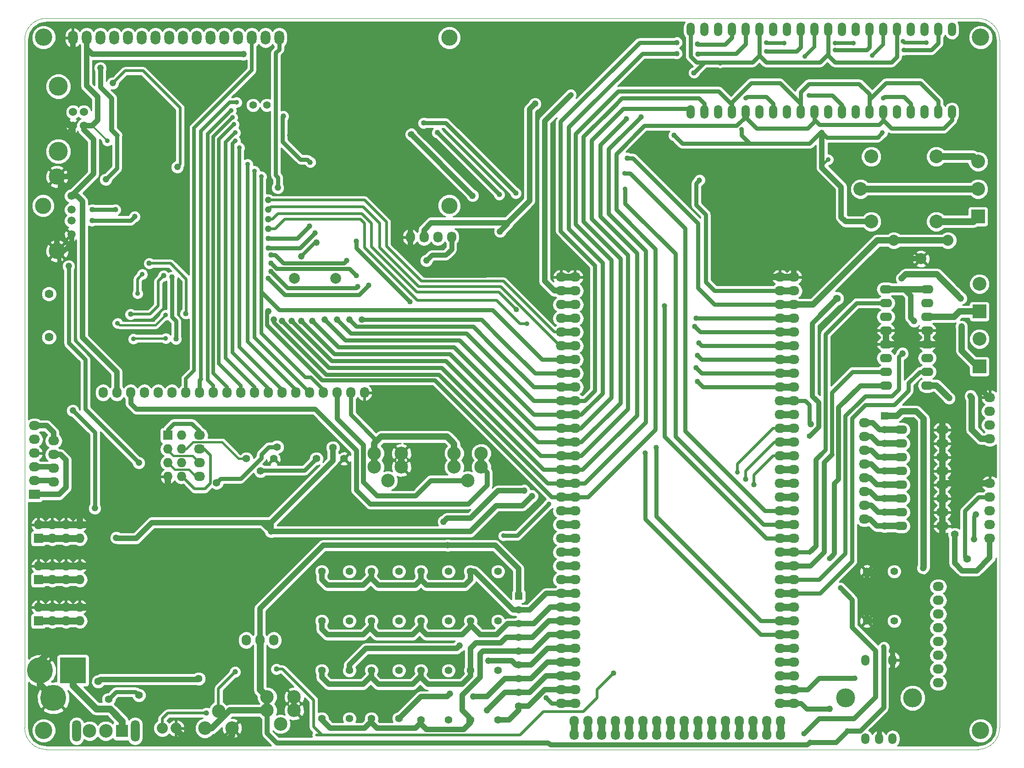
<source format=gbr>
G04 #@! TF.FileFunction,Copper,L2,Bot,Signal*
%FSLAX46Y46*%
G04 Gerber Fmt 4.6, Leading zero omitted, Abs format (unit mm)*
G04 Created by KiCad (PCBNEW (2015-01-16 BZR 5376)-product) date 03-Jul-17 11:47:44 AM*
%MOMM*%
G01*
G04 APERTURE LIST*
%ADD10C,0.100000*%
%ADD11C,2.499360*%
%ADD12O,1.800000X2.600000*%
%ADD13C,3.000000*%
%ADD14O,1.727200X2.032000*%
%ADD15C,1.524000*%
%ADD16C,3.500000*%
%ADD17O,2.032000X1.727200*%
%ADD18R,2.032000X1.727200*%
%ADD19R,1.727200X1.727200*%
%ADD20O,1.727200X1.727200*%
%ADD21C,1.501140*%
%ADD22C,2.999740*%
%ADD23C,2.032000*%
%ADD24O,2.032000X2.032000*%
%ADD25R,2.300000X2.300000*%
%ADD26C,2.500000*%
%ADD27O,1.651000X4.000000*%
%ADD28O,1.524000X2.524000*%
%ADD29C,4.800600*%
%ADD30R,4.800600X4.800600*%
%ADD31O,2.300000X1.600000*%
%ADD32R,2.540000X2.540000*%
%ADD33C,2.540000*%
%ADD34C,3.200000*%
%ADD35C,1.600000*%
%ADD36C,2.000000*%
%ADD37C,1.397000*%
%ADD38R,1.397000X1.397000*%
%ADD39O,1.501140X1.998980*%
%ADD40C,3.500120*%
%ADD41C,1.210000*%
%ADD42C,0.910000*%
%ADD43C,1.010000*%
%ADD44C,1.410000*%
%ADD45C,0.889000*%
%ADD46C,0.762000*%
%ADD47C,1.270000*%
%ADD48C,0.635000*%
%ADD49C,1.016000*%
%ADD50C,0.889000*%
%ADD51C,1.143000*%
%ADD52C,0.304800*%
%ADD53C,0.508000*%
%ADD54C,0.381000*%
%ADD55C,0.254000*%
G04 APERTURE END LIST*
D10*
X215556500Y-163166000D02*
X43556500Y-163166000D01*
X39556500Y-159166000D02*
X39556500Y-32166000D01*
X219556500Y-32166000D02*
X219556500Y-159166000D01*
X43556500Y-28166000D02*
X215556500Y-28166000D01*
X39556500Y-159166000D02*
G75*
G03X43556500Y-163166000I4000000J0D01*
G01*
X215556500Y-163166000D02*
G75*
G03X219556500Y-159166000I0J4000000D01*
G01*
X219556500Y-32166000D02*
G75*
G03X215556500Y-28166000I-4000000J0D01*
G01*
X43556500Y-28166000D02*
G75*
G03X39556500Y-32166000I0J-4000000D01*
G01*
D11*
X75374500Y-156083000D03*
X77833220Y-159258000D03*
X72834500Y-159258000D03*
D12*
X48450500Y-31750000D03*
X50990500Y-31750000D03*
X53530500Y-31750000D03*
X56070500Y-31750000D03*
X58610500Y-31750000D03*
X61150500Y-31750000D03*
X63690500Y-31750000D03*
X66230500Y-31750000D03*
X68770500Y-31750000D03*
X71310500Y-31750000D03*
X73850500Y-31750000D03*
X76390500Y-31750000D03*
X78930500Y-31750000D03*
X81470500Y-31750000D03*
X84010500Y-31750000D03*
X86550500Y-31750000D03*
D13*
X42951400Y-31750000D03*
X42951400Y-62750700D03*
X117949980Y-62750700D03*
X117949980Y-31750000D03*
D14*
X102298500Y-97282000D03*
X99758500Y-97282000D03*
X97218500Y-97282000D03*
X94678500Y-97282000D03*
X92138500Y-97282000D03*
X89598500Y-97282000D03*
X87058500Y-97282000D03*
X84518500Y-97282000D03*
X81978500Y-97282000D03*
X79438500Y-97282000D03*
X76898500Y-97282000D03*
X74358500Y-97282000D03*
X71818500Y-97282000D03*
X69278500Y-97282000D03*
X66738500Y-97282000D03*
X64198500Y-97282000D03*
X61658500Y-97282000D03*
X59118500Y-97282000D03*
X56578500Y-97282000D03*
X54038500Y-97282000D03*
D15*
X50482500Y-45466000D03*
X50482500Y-48006000D03*
X48483520Y-48006000D03*
X48483520Y-45466000D03*
D16*
X45783500Y-40736520D03*
X45783500Y-52735480D03*
D17*
X71818500Y-105156000D03*
X71818500Y-107696000D03*
X71818500Y-110236000D03*
X71818500Y-112776000D03*
X194627500Y-120650000D03*
X194627500Y-118110000D03*
X194627500Y-115570000D03*
X194627500Y-113030000D03*
X194627500Y-110490000D03*
X194627500Y-107950000D03*
X194627500Y-105410000D03*
X194627500Y-102870000D03*
X208216500Y-150876000D03*
X208216500Y-148336000D03*
X208216500Y-145796000D03*
X208216500Y-143256000D03*
X208216500Y-140716000D03*
X208216500Y-138176000D03*
X208216500Y-135636000D03*
X208216500Y-133096000D03*
X138620500Y-75946000D03*
X138620500Y-78486000D03*
X138620500Y-81026000D03*
X138620500Y-83566000D03*
X138620500Y-86106000D03*
X138620500Y-88646000D03*
X138620500Y-91186000D03*
X138620500Y-93726000D03*
X138620500Y-96266000D03*
X138620500Y-98806000D03*
X138620500Y-101346000D03*
X138620500Y-103886000D03*
X138620500Y-106426000D03*
X138620500Y-108966000D03*
X138620500Y-111506000D03*
X138620500Y-114046000D03*
X138620500Y-116586000D03*
X138620500Y-119126000D03*
X138620500Y-121666000D03*
X138620500Y-124206000D03*
X138620500Y-126746000D03*
X138620500Y-129286000D03*
X138620500Y-131826000D03*
X138620500Y-134366000D03*
X138620500Y-136906000D03*
X138620500Y-139446000D03*
X138620500Y-141986000D03*
X138620500Y-144526000D03*
X138620500Y-147066000D03*
X138620500Y-149606000D03*
X138620500Y-152146000D03*
X138620500Y-154686000D03*
D18*
X41338500Y-116078000D03*
D17*
X41338500Y-113538000D03*
X41338500Y-110998000D03*
X41338500Y-108458000D03*
X41338500Y-105918000D03*
X41338500Y-103378000D03*
D19*
X42100500Y-124206000D03*
D20*
X42100500Y-121666000D03*
X44640500Y-124206000D03*
X44640500Y-121666000D03*
X47180500Y-124206000D03*
X47180500Y-121666000D03*
X49720500Y-124206000D03*
X49720500Y-121666000D03*
D19*
X42100500Y-131826000D03*
D20*
X42100500Y-129286000D03*
X44640500Y-131826000D03*
X44640500Y-129286000D03*
X47180500Y-131826000D03*
X47180500Y-129286000D03*
X49720500Y-131826000D03*
X49720500Y-129286000D03*
D19*
X42100500Y-139446000D03*
D20*
X42100500Y-136906000D03*
X44640500Y-139446000D03*
X44640500Y-136906000D03*
X47180500Y-139446000D03*
X47180500Y-136906000D03*
X49720500Y-139446000D03*
X49720500Y-136906000D03*
D14*
X110740500Y-68560000D03*
X113280500Y-68560000D03*
X115820500Y-68560000D03*
X118360500Y-68560000D03*
X80454500Y-143002000D03*
X82994500Y-143002000D03*
X85534500Y-143002000D03*
D21*
X48198620Y-68072860D03*
X48198620Y-65532860D03*
X48198620Y-63500860D03*
X48198620Y-60960860D03*
D22*
X45531620Y-71120860D03*
X45531620Y-57404860D03*
D23*
X64960500Y-159258000D03*
D24*
X67500500Y-159258000D03*
D17*
X217741500Y-124206000D03*
X217741500Y-121666000D03*
X217741500Y-119126000D03*
X217741500Y-116586000D03*
X217741500Y-114046000D03*
X217741500Y-105791000D03*
X217741500Y-103251000D03*
X217741500Y-100711000D03*
X217741500Y-98171000D03*
X44894500Y-113792000D03*
X44894500Y-111252000D03*
X44894500Y-108712000D03*
X44894500Y-106172000D03*
D14*
X141024500Y-160416000D03*
X143564500Y-160416000D03*
X146104500Y-160416000D03*
X148644500Y-160416000D03*
X151184500Y-160416000D03*
X153724500Y-160416000D03*
X156264500Y-160416000D03*
X158804500Y-160416000D03*
X161344500Y-160416000D03*
X163884500Y-160416000D03*
X166424500Y-160416000D03*
X168964500Y-160416000D03*
X171504500Y-160416000D03*
X174044500Y-160416000D03*
X176584500Y-160416000D03*
X179124500Y-160416000D03*
X141024500Y-157916000D03*
X143564500Y-157916000D03*
X146104500Y-157916000D03*
X148644500Y-157916000D03*
X151184500Y-157916000D03*
X153724500Y-157916000D03*
X156264500Y-157916000D03*
X158804500Y-157916000D03*
X161344500Y-157916000D03*
X163884500Y-157916000D03*
X166424500Y-157916000D03*
X168964500Y-157916000D03*
X171504500Y-157916000D03*
X174044500Y-157916000D03*
X176584500Y-157916000D03*
X179124500Y-157916000D03*
D17*
X181546500Y-75946000D03*
X181546500Y-78486000D03*
X181546500Y-81026000D03*
X181546500Y-83566000D03*
X181546500Y-86106000D03*
X181546500Y-88646000D03*
X181546500Y-91186000D03*
X181546500Y-93726000D03*
X181546500Y-96266000D03*
X181546500Y-98806000D03*
X181546500Y-101346000D03*
X181546500Y-103886000D03*
X181546500Y-106426000D03*
X181546500Y-108966000D03*
X181546500Y-111506000D03*
X181546500Y-114046000D03*
X181546500Y-116586000D03*
X181546500Y-119126000D03*
X181546500Y-121666000D03*
X181546500Y-124206000D03*
X181546500Y-126746000D03*
X181546500Y-129286000D03*
X181546500Y-131826000D03*
X181546500Y-134366000D03*
X181546500Y-136906000D03*
X181546500Y-139446000D03*
X181546500Y-141986000D03*
X181546500Y-144526000D03*
X181546500Y-147066000D03*
X181546500Y-149606000D03*
X181546500Y-152146000D03*
X181546500Y-154686000D03*
X179006500Y-75946000D03*
X179006500Y-78486000D03*
X179006500Y-81026000D03*
X179006500Y-83566000D03*
X179006500Y-86106000D03*
X179006500Y-88646000D03*
X179006500Y-91186000D03*
X179006500Y-93726000D03*
X179006500Y-96266000D03*
X179006500Y-98806000D03*
X179006500Y-101346000D03*
X179006500Y-103886000D03*
X179006500Y-106426000D03*
X179006500Y-108966000D03*
X179006500Y-111506000D03*
X179006500Y-114046000D03*
X179006500Y-116586000D03*
X179006500Y-119126000D03*
X179006500Y-121666000D03*
X179006500Y-124206000D03*
X179006500Y-126746000D03*
X179006500Y-129286000D03*
X179006500Y-131826000D03*
X179006500Y-134366000D03*
X179006500Y-136906000D03*
X179006500Y-139446000D03*
X179006500Y-141986000D03*
X179006500Y-144526000D03*
X179006500Y-147066000D03*
X179006500Y-149606000D03*
X179006500Y-152146000D03*
X179006500Y-154686000D03*
X141160500Y-75946000D03*
X141160500Y-78486000D03*
X141160500Y-81026000D03*
X141160500Y-83566000D03*
X141160500Y-86106000D03*
X141160500Y-88646000D03*
X141160500Y-91186000D03*
X141160500Y-93726000D03*
X141160500Y-96266000D03*
X141160500Y-98806000D03*
X141160500Y-101346000D03*
X141160500Y-103886000D03*
X141160500Y-106426000D03*
X141160500Y-108966000D03*
X141160500Y-111506000D03*
X141160500Y-114046000D03*
X141160500Y-116586000D03*
X141160500Y-119126000D03*
X141160500Y-121666000D03*
X141160500Y-124206000D03*
X141160500Y-126746000D03*
X141160500Y-129286000D03*
X141160500Y-131826000D03*
X141160500Y-134366000D03*
X141160500Y-136906000D03*
X141160500Y-139446000D03*
X141160500Y-141986000D03*
X141160500Y-144526000D03*
X141160500Y-147066000D03*
X141160500Y-149606000D03*
X141160500Y-152146000D03*
X141160500Y-154686000D03*
D19*
X65976500Y-105156000D03*
D20*
X68516500Y-105156000D03*
X65976500Y-107696000D03*
X68516500Y-107696000D03*
X65976500Y-110236000D03*
X68516500Y-110236000D03*
X65976500Y-112776000D03*
X68516500Y-112776000D03*
D25*
X57546500Y-159766000D03*
D26*
X54546500Y-159766000D03*
X51546500Y-159766000D03*
D27*
X49146460Y-159766000D03*
X59946540Y-159766000D03*
D28*
X162496500Y-45466000D03*
X165036500Y-45466000D03*
X167576500Y-45466000D03*
X170116500Y-45466000D03*
X172656500Y-45466000D03*
X172656500Y-30226000D03*
X170116500Y-30226000D03*
X167576500Y-30226000D03*
X165036500Y-30226000D03*
X162496500Y-30226000D03*
D29*
X42354500Y-148590000D03*
D30*
X48450500Y-148590000D03*
D29*
X44854500Y-153670000D03*
D31*
X198556500Y-78166000D03*
X198556500Y-80706000D03*
X198556500Y-83246000D03*
X198556500Y-85786000D03*
X198556500Y-88326000D03*
X198556500Y-90866000D03*
X198556500Y-93406000D03*
X198556500Y-95946000D03*
X206176500Y-95946000D03*
X206176500Y-93406000D03*
X206176500Y-90866000D03*
X206176500Y-88326000D03*
X206176500Y-85786000D03*
X206176500Y-83246000D03*
X206176500Y-80706000D03*
X206176500Y-78166000D03*
D32*
X215836500Y-92456000D03*
D33*
X215836500Y-87376000D03*
D32*
X215836500Y-82296000D03*
D33*
X215836500Y-77216000D03*
X195867020Y-53690520D03*
X193865500Y-59690000D03*
X207865980Y-53690520D03*
X207865980Y-65689480D03*
X195867020Y-65689480D03*
D32*
X215582500Y-64770000D03*
D33*
X215582500Y-59690000D03*
X215582500Y-54610000D03*
D34*
X216056500Y-159666000D03*
X43056500Y-31666000D03*
X43056500Y-159666000D03*
X216056500Y-31666000D03*
D35*
X44038500Y-79042000D03*
X44038500Y-87042000D03*
D36*
X96954340Y-76200000D03*
X89354660Y-76200000D03*
D23*
X205041500Y-72566000D03*
X200041500Y-69166000D03*
X210041500Y-69166000D03*
D37*
X84264500Y-44196000D03*
X81724500Y-44196000D03*
D28*
X175196500Y-45466000D03*
X177736500Y-45466000D03*
X180276500Y-45466000D03*
X182816500Y-45466000D03*
X185356500Y-45466000D03*
X185356500Y-30226000D03*
X182816500Y-30226000D03*
X180276500Y-30226000D03*
X177736500Y-30226000D03*
X175196500Y-30226000D03*
X187896500Y-45466000D03*
X190436500Y-45466000D03*
X192976500Y-45466000D03*
X195516500Y-45466000D03*
X198056500Y-45466000D03*
X198056500Y-30226000D03*
X195516500Y-30226000D03*
X192976500Y-30226000D03*
X190436500Y-30226000D03*
X187896500Y-30226000D03*
X200596500Y-45466000D03*
X203136500Y-45466000D03*
X205676500Y-45466000D03*
X208216500Y-45466000D03*
X210756500Y-45466000D03*
X210756500Y-30226000D03*
X208216500Y-30226000D03*
X205676500Y-30226000D03*
X203136500Y-30226000D03*
X200596500Y-30226000D03*
D38*
X130746500Y-134874000D03*
D37*
X130746500Y-137414000D03*
X130746500Y-139954000D03*
X130746500Y-142494000D03*
X130746500Y-145034000D03*
X130746500Y-147574000D03*
X130746500Y-150114000D03*
X130746500Y-152654000D03*
X130746500Y-155194000D03*
D38*
X198310500Y-101600000D03*
D37*
X198310500Y-104140000D03*
X198310500Y-106680000D03*
X198310500Y-109220000D03*
X198310500Y-111760000D03*
X198310500Y-114300000D03*
X198310500Y-116840000D03*
X198310500Y-119380000D03*
X198310500Y-121920000D03*
D31*
X201358500Y-104140000D03*
X201358500Y-106680000D03*
X201358500Y-109220000D03*
X201358500Y-111760000D03*
X201358500Y-114300000D03*
X201358500Y-116840000D03*
X201358500Y-119380000D03*
X201358500Y-121920000D03*
X208978500Y-121920000D03*
X208978500Y-119380000D03*
X208978500Y-116840000D03*
X208978500Y-114300000D03*
X208978500Y-111760000D03*
X208978500Y-109220000D03*
X208978500Y-106680000D03*
X208978500Y-104140000D03*
D39*
X194795140Y-161170620D03*
X197294500Y-161170620D03*
X199793860Y-161170620D03*
D40*
X191094360Y-153670000D03*
X203494640Y-153670000D03*
D39*
X194795140Y-146669760D03*
X199793860Y-146669760D03*
D11*
X86804500Y-158456000D03*
X84304500Y-155956000D03*
X89304500Y-155956000D03*
X84304500Y-153456000D03*
X89304500Y-153456000D03*
X106616500Y-113498000D03*
X104116500Y-110998000D03*
X109116500Y-110998000D03*
X104116500Y-108498000D03*
X109116500Y-108498000D03*
X121348500Y-113498000D03*
X118848500Y-110998000D03*
X123848500Y-110998000D03*
X118848500Y-108498000D03*
X123848500Y-108498000D03*
D37*
X195008500Y-130302000D03*
X200088500Y-130302000D03*
X195008500Y-139446000D03*
X200088500Y-139446000D03*
X85534500Y-109474000D03*
X80454500Y-109474000D03*
X98488500Y-109474000D03*
X93408500Y-109474000D03*
X94424500Y-130302000D03*
X99504500Y-130302000D03*
X103568500Y-130302000D03*
X108648500Y-130302000D03*
X112712500Y-130302000D03*
X117792500Y-130302000D03*
X121856500Y-130302000D03*
X126936500Y-130302000D03*
X94424500Y-139446000D03*
X99504500Y-139446000D03*
X103568500Y-139446000D03*
X108648500Y-139446000D03*
X112712500Y-139446000D03*
X117792500Y-139446000D03*
X121856500Y-139446000D03*
X126936500Y-139446000D03*
X94424500Y-148590000D03*
X99504500Y-148590000D03*
X103568500Y-148590000D03*
X108648500Y-148590000D03*
X112712500Y-148590000D03*
X117792500Y-148590000D03*
X121856500Y-148590000D03*
X126936500Y-148590000D03*
X94424500Y-157480000D03*
X99504500Y-157480000D03*
X103568500Y-157480000D03*
X108648500Y-157480000D03*
X112712500Y-157734000D03*
X117792500Y-157734000D03*
X121856500Y-157734000D03*
X126936500Y-157734000D03*
D41*
X88836500Y-84074000D03*
D42*
X77914500Y-46482000D03*
X198056500Y-42926000D03*
X184340500Y-42418000D03*
X172656500Y-42926000D03*
D41*
X90614500Y-84074000D03*
D42*
X78168500Y-47752000D03*
D41*
X92646500Y-84074000D03*
D42*
X78422500Y-49276000D03*
D41*
X84518500Y-82296000D03*
D43*
X159956500Y-34671000D03*
X163893500Y-34798000D03*
D42*
X206057500Y-32639000D03*
X201739500Y-32385000D03*
X196024500Y-35052000D03*
X192595500Y-32766000D03*
X189166500Y-32766000D03*
X176466500Y-32639000D03*
X179768500Y-32766000D03*
X183578500Y-35179000D03*
D41*
X94932500Y-83820000D03*
D42*
X78422500Y-50800000D03*
D43*
X163766500Y-32893000D03*
X159956500Y-32639000D03*
D42*
X201866500Y-34036000D03*
X189166500Y-34036000D03*
X176466500Y-34290000D03*
D41*
X97218500Y-83820000D03*
D42*
X79184500Y-52070000D03*
D43*
X150685500Y-46736000D03*
D41*
X87058500Y-84074000D03*
D42*
X77660500Y-45212000D03*
D43*
X153352500Y-46355000D03*
X163131500Y-38227000D03*
D41*
X85534500Y-83820000D03*
D42*
X78676500Y-43688000D03*
D41*
X56451500Y-124079000D03*
X127317500Y-67500500D03*
X133223000Y-116395500D03*
X133794500Y-43942000D03*
D43*
X184467500Y-105283000D03*
X164147500Y-58039000D03*
D44*
X211264500Y-123444000D03*
X189547500Y-79883000D03*
D41*
X85026500Y-122936000D03*
X48450500Y-100584000D03*
X52514500Y-118618000D03*
D44*
X96456500Y-107442000D03*
X71691500Y-150114000D03*
X53149500Y-150622000D03*
D43*
X188277500Y-61976000D03*
D41*
X87884000Y-40830500D03*
X80073500Y-36893500D03*
X66230500Y-60071000D03*
X130619500Y-73660000D03*
D43*
X168338500Y-76327000D03*
D44*
X210121500Y-130683000D03*
X194881500Y-78359000D03*
D41*
X210502500Y-160782000D03*
X88582500Y-49784000D03*
X47180500Y-96520000D03*
X100520500Y-42672000D03*
X94170500Y-34036000D03*
D44*
X69786500Y-153924000D03*
D43*
X188150500Y-127889000D03*
X190182500Y-133350000D03*
X183451500Y-160274000D03*
X159448500Y-49784000D03*
X186753500Y-49276000D03*
D41*
X203771500Y-84074000D03*
X214185500Y-97917000D03*
X210248500Y-98298000D03*
D42*
X171894500Y-48641000D03*
X197929500Y-49276000D03*
D41*
X79946500Y-34798000D03*
D42*
X54800500Y-50800000D03*
X187896500Y-54229000D03*
D43*
X140398500Y-42291000D03*
D45*
X136334500Y-117856000D03*
X127952500Y-123698000D03*
D43*
X92138500Y-66548000D03*
X84518500Y-68834000D03*
X52006500Y-65532000D03*
X59880500Y-64770000D03*
X163512500Y-83566000D03*
X56324500Y-63500000D03*
X52006500Y-63500000D03*
X84518500Y-70612000D03*
X93154500Y-67818000D03*
X163258500Y-85090000D03*
D44*
X55054500Y-153924000D03*
X60642500Y-153162000D03*
D41*
X54546500Y-57912000D03*
X47688500Y-73914000D03*
X60642500Y-110236000D03*
X53530500Y-37338000D03*
D42*
X83248500Y-57404000D03*
D41*
X101790500Y-83820000D03*
D42*
X81978500Y-56388000D03*
D41*
X99504500Y-83820000D03*
D42*
X80708500Y-55118000D03*
D41*
X86296500Y-59436000D03*
X212534500Y-85090000D03*
X212407500Y-79883000D03*
X201485500Y-76200000D03*
X201612500Y-90043000D03*
D43*
X130306500Y-81916000D03*
D41*
X67754500Y-55626000D03*
X84518500Y-65278000D03*
X55816500Y-40132000D03*
D42*
X132270500Y-84582000D03*
D41*
X84518500Y-67056000D03*
X84518500Y-61722000D03*
X84518500Y-63500000D03*
D43*
X69278500Y-82677000D03*
X62547500Y-73406000D03*
X98996500Y-72898000D03*
X85026500Y-71882000D03*
X164020500Y-88138000D03*
X163766500Y-90424000D03*
D42*
X61277500Y-75438000D03*
X60388500Y-78994000D03*
D43*
X85026500Y-73406000D03*
X100774500Y-75692000D03*
X65214500Y-75692000D03*
X59118500Y-82804000D03*
X85026500Y-74930000D03*
X101028500Y-77724000D03*
X163512500Y-92710000D03*
X66738500Y-75946000D03*
X67500500Y-87376000D03*
X103060500Y-77470000D03*
X84518500Y-76200000D03*
X163766500Y-95250000D03*
D41*
X113728500Y-72898000D03*
X184721500Y-103124000D03*
D43*
X172656500Y-113284000D03*
X148272500Y-149098000D03*
X78422500Y-148844000D03*
X86042500Y-148336000D03*
X174180500Y-114300000D03*
X73088500Y-156464000D03*
D41*
X214820500Y-124333000D03*
X215201500Y-119761000D03*
D44*
X213550500Y-128016000D03*
D43*
X192849500Y-149987000D03*
X135826500Y-153670000D03*
X100774500Y-69342000D03*
X110680500Y-80518000D03*
X130238500Y-60452000D03*
X156146500Y-107442000D03*
X113220500Y-47498000D03*
X154114500Y-108458000D03*
X115760500Y-49276000D03*
X127190500Y-60706000D03*
D41*
X93408500Y-69596000D03*
X90614500Y-72136000D03*
D44*
X83121500Y-111760000D03*
D42*
X65595500Y-87249000D03*
X59626500Y-87376000D03*
X65595500Y-82931000D03*
X56705500Y-84455000D03*
D43*
X92265500Y-54737000D03*
X87312500Y-46228000D03*
X150812500Y-53975000D03*
D41*
X110934500Y-49593500D03*
X122237500Y-60896500D03*
X131762500Y-115379500D03*
X116903500Y-121094500D03*
X117665500Y-125476000D03*
X205422500Y-129667000D03*
D43*
X191452500Y-159702500D03*
X198183500Y-144272000D03*
D41*
X119824500Y-144018000D03*
X125158500Y-146812000D03*
X118046500Y-152908000D03*
X122364500Y-153416000D03*
X124904500Y-155956000D03*
D45*
X171132500Y-112014000D03*
D41*
X188150500Y-155702000D03*
D44*
X86169500Y-107315000D03*
X74993500Y-113919000D03*
D42*
X150304500Y-56769000D03*
X150431500Y-59690000D03*
D43*
X157670500Y-81280000D03*
D46*
X141160500Y-108966000D02*
X142303500Y-108966000D01*
X150050500Y-44831000D02*
X161861500Y-44831000D01*
X144208500Y-50673000D02*
X150050500Y-44831000D01*
X144208500Y-65151000D02*
X144208500Y-50673000D01*
X150939500Y-71882000D02*
X144208500Y-65151000D01*
X150939500Y-100330000D02*
X150939500Y-71882000D01*
X142303500Y-108966000D02*
X150939500Y-100330000D01*
X161861500Y-44831000D02*
X162496500Y-45466000D01*
D47*
X141160500Y-108966000D02*
X138620500Y-108966000D01*
D46*
X138620500Y-108966000D02*
X134810500Y-108966000D01*
X96202500Y-91440000D02*
X88836500Y-84074000D01*
X117284500Y-91440000D02*
X96202500Y-91440000D01*
X134810500Y-108966000D02*
X117284500Y-91440000D01*
D48*
X76898500Y-47498000D02*
X77914500Y-46482000D01*
X76644500Y-47752000D02*
X76898500Y-47498000D01*
X76898500Y-96266000D02*
X74358500Y-93726000D01*
X74358500Y-50038000D02*
X75120500Y-49276000D01*
X74358500Y-93726000D02*
X74358500Y-50038000D01*
X75120500Y-49276000D02*
X76644500Y-47752000D01*
X76898500Y-97282000D02*
X76898500Y-96266000D01*
D46*
X148336000Y-44386500D02*
X149796500Y-42926000D01*
X165036500Y-43942000D02*
X165036500Y-45466000D01*
X164020500Y-42926000D02*
X165036500Y-43942000D01*
X149796500Y-42926000D02*
X164020500Y-42926000D01*
X141160500Y-106426000D02*
X142303500Y-106426000D01*
X142684500Y-50038000D02*
X148336000Y-44386500D01*
X142684500Y-65659000D02*
X142684500Y-50038000D01*
X149542500Y-72517000D02*
X142684500Y-65659000D01*
X149542500Y-99187000D02*
X149542500Y-72517000D01*
X142303500Y-106426000D02*
X149542500Y-99187000D01*
X203136500Y-43942000D02*
X203136500Y-45466000D01*
X201866500Y-42672000D02*
X203136500Y-43942000D01*
X198310500Y-42672000D02*
X201866500Y-42672000D01*
X198056500Y-42926000D02*
X198310500Y-42672000D01*
X190436500Y-44196000D02*
X190436500Y-45466000D01*
X188658500Y-42418000D02*
X190436500Y-44196000D01*
X184340500Y-42418000D02*
X188658500Y-42418000D01*
X172656500Y-42926000D02*
X172910500Y-42672000D01*
X172910500Y-42672000D02*
X176466500Y-42672000D01*
X176466500Y-42672000D02*
X177736500Y-43942000D01*
X177736500Y-43942000D02*
X177736500Y-45466000D01*
D47*
X138620500Y-106426000D02*
X141160500Y-106426000D01*
D46*
X138620500Y-106426000D02*
X134302500Y-106426000D01*
X96710500Y-90170000D02*
X90614500Y-84074000D01*
X118046500Y-90170000D02*
X96710500Y-90170000D01*
X134302500Y-106426000D02*
X118046500Y-90170000D01*
D48*
X79438500Y-97282000D02*
X79438500Y-96012000D01*
X75374500Y-50546000D02*
X78168500Y-47752000D01*
X75374500Y-91948000D02*
X75374500Y-50546000D01*
X79438500Y-96012000D02*
X75374500Y-91948000D01*
D46*
X141160500Y-103886000D02*
X142176500Y-103886000D01*
X142176500Y-103886000D02*
X147891500Y-98171000D01*
X170116500Y-44069000D02*
X170116500Y-45466000D01*
X167703500Y-41656000D02*
X170116500Y-44069000D01*
X149161500Y-41656000D02*
X167703500Y-41656000D01*
X141287500Y-49530000D02*
X149161500Y-41656000D01*
X141287500Y-66167000D02*
X141287500Y-49530000D01*
X147891500Y-72771000D02*
X141287500Y-66167000D01*
X147891500Y-98171000D02*
X147891500Y-72771000D01*
X198564500Y-40132000D02*
X204914500Y-40132000D01*
X204914500Y-40132000D02*
X208216500Y-43434000D01*
X208216500Y-43434000D02*
X208216500Y-45466000D01*
X195516500Y-45466000D02*
X195516500Y-43180000D01*
X195516500Y-43180000D02*
X198564500Y-40132000D01*
X170116500Y-45466000D02*
X170116500Y-43688000D01*
X182816500Y-43942000D02*
X182816500Y-45466000D01*
X179006500Y-40132000D02*
X182816500Y-43942000D01*
X173672500Y-40132000D02*
X179006500Y-40132000D01*
X170116500Y-43688000D02*
X173672500Y-40132000D01*
D47*
X138620500Y-103886000D02*
X141160500Y-103886000D01*
D46*
X138620500Y-103886000D02*
X133794500Y-103886000D01*
X97472500Y-88900000D02*
X92646500Y-84074000D01*
X118808500Y-88900000D02*
X97472500Y-88900000D01*
X133794500Y-103886000D02*
X118808500Y-88900000D01*
D48*
X81978500Y-97282000D02*
X81978500Y-96266000D01*
X81978500Y-96266000D02*
X76644500Y-90932000D01*
X76644500Y-90932000D02*
X76644500Y-51054000D01*
X76644500Y-51054000D02*
X78422500Y-49276000D01*
D46*
X182816500Y-41783000D02*
X184340500Y-40259000D01*
X184340500Y-40259000D02*
X193611500Y-40259000D01*
X193611500Y-40259000D02*
X195516500Y-42164000D01*
X195516500Y-42164000D02*
X195516500Y-45466000D01*
X182816500Y-45466000D02*
X182816500Y-41783000D01*
D48*
X71374000Y-47815500D02*
X70802500Y-48387000D01*
X70802500Y-48387000D02*
X70802500Y-49276000D01*
X69278500Y-97282000D02*
X69278500Y-94742000D01*
X70802500Y-93218000D02*
X70802500Y-49276000D01*
X70802500Y-49276000D02*
X70802500Y-48387000D01*
X69278500Y-94742000D02*
X70802500Y-93218000D01*
D46*
X156019500Y-72009000D02*
X156019500Y-70739000D01*
X171005500Y-48006000D02*
X172656500Y-46355000D01*
X153987500Y-48006000D02*
X171005500Y-48006000D01*
X148780500Y-53213000D02*
X153987500Y-48006000D01*
X148780500Y-63500000D02*
X148780500Y-53213000D01*
X156019500Y-70739000D02*
X148780500Y-63500000D01*
X172656500Y-46355000D02*
X172656500Y-45466000D01*
X141160500Y-116586000D02*
X143573500Y-116586000D01*
X156019500Y-104140000D02*
X156019500Y-72009000D01*
X143573500Y-116586000D02*
X156019500Y-104140000D01*
X199580500Y-48514000D02*
X209232500Y-48514000D01*
X209232500Y-48514000D02*
X210756500Y-46990000D01*
X210756500Y-46990000D02*
X210756500Y-45466000D01*
X198056500Y-45466000D02*
X198056500Y-46990000D01*
X198056500Y-46990000D02*
X199580500Y-48514000D01*
X172656500Y-45466000D02*
X172656500Y-46482000D01*
X172656500Y-46482000D02*
X174688500Y-48514000D01*
X174688500Y-48514000D02*
X184086500Y-48514000D01*
X184086500Y-48514000D02*
X185356500Y-47244000D01*
X185356500Y-47244000D02*
X185356500Y-45466000D01*
D47*
X138620500Y-116586000D02*
X141160500Y-116586000D01*
D46*
X138620500Y-116586000D02*
X136842500Y-116586000D01*
X84264500Y-82550000D02*
X84518500Y-82296000D01*
X84264500Y-84836000D02*
X84264500Y-82550000D01*
X94424500Y-94996000D02*
X84264500Y-84836000D01*
X115252500Y-94996000D02*
X94424500Y-94996000D01*
X136842500Y-116586000D02*
X115252500Y-94996000D01*
D48*
X81470500Y-37719000D02*
X81470500Y-31750000D01*
X71374000Y-47815500D02*
X81470500Y-37719000D01*
D46*
X185356500Y-46863000D02*
X186309000Y-47815500D01*
X186309000Y-47815500D02*
X197294500Y-47815500D01*
X197294500Y-47815500D02*
X198056500Y-47053500D01*
X198056500Y-47053500D02*
X198056500Y-45466000D01*
X185356500Y-45466000D02*
X185356500Y-46863000D01*
X142303500Y-101346000D02*
X146240500Y-97409000D01*
X146240500Y-97409000D02*
X146240500Y-73279000D01*
X146240500Y-73279000D02*
X140017500Y-67056000D01*
X140017500Y-67056000D02*
X140017500Y-48260000D01*
X140017500Y-48260000D02*
X153606500Y-34671000D01*
X153606500Y-34671000D02*
X159956500Y-34671000D01*
X141160500Y-101346000D02*
X142303500Y-101346000D01*
X172656500Y-32893000D02*
X172656500Y-30226000D01*
X170878500Y-34671000D02*
X172656500Y-32893000D01*
X164020500Y-34671000D02*
X170878500Y-34671000D01*
X163893500Y-34798000D02*
X164020500Y-34671000D01*
D48*
X201993500Y-32639000D02*
X206057500Y-32639000D01*
X201739500Y-32385000D02*
X201993500Y-32639000D01*
X198056500Y-33020000D02*
X198056500Y-30226000D01*
X196024500Y-35052000D02*
X198056500Y-33020000D01*
X189166500Y-32766000D02*
X192595500Y-32766000D01*
X176466500Y-32639000D02*
X176593500Y-32766000D01*
X176593500Y-32766000D02*
X179768500Y-32766000D01*
X183578500Y-35179000D02*
X185356500Y-33401000D01*
X185356500Y-33401000D02*
X185356500Y-30226000D01*
D47*
X138620500Y-101346000D02*
X141160500Y-101346000D01*
D46*
X138620500Y-101346000D02*
X133540500Y-101346000D01*
X98742500Y-87630000D02*
X94932500Y-83820000D01*
X119824500Y-87630000D02*
X98742500Y-87630000D01*
X133540500Y-101346000D02*
X119824500Y-87630000D01*
D48*
X84518500Y-97282000D02*
X84518500Y-96520000D01*
X84518500Y-96520000D02*
X77914500Y-89916000D01*
X77914500Y-89916000D02*
X77914500Y-51308000D01*
X77914500Y-51308000D02*
X78422500Y-50800000D01*
D46*
X142938500Y-98806000D02*
X144843500Y-96901000D01*
X144843500Y-96901000D02*
X144843500Y-73787000D01*
X144843500Y-73787000D02*
X138493500Y-67437000D01*
X138493500Y-67437000D02*
X138493500Y-47244000D01*
X138493500Y-47244000D02*
X153098500Y-32639000D01*
X153098500Y-32639000D02*
X159956500Y-32639000D01*
X141160500Y-98806000D02*
X142938500Y-98806000D01*
X170116500Y-31750000D02*
X170116500Y-30226000D01*
X168846500Y-33020000D02*
X170116500Y-31750000D01*
X163893500Y-33020000D02*
X168846500Y-33020000D01*
X163766500Y-32893000D02*
X163893500Y-33020000D01*
X208216500Y-32766000D02*
X208216500Y-30226000D01*
X206946500Y-34036000D02*
X208216500Y-32766000D01*
X201866500Y-34036000D02*
X206946500Y-34036000D01*
X195516500Y-33528000D02*
X195516500Y-30226000D01*
X195008500Y-34036000D02*
X195516500Y-33528000D01*
X189166500Y-34036000D02*
X195008500Y-34036000D01*
X176466500Y-34290000D02*
X182054500Y-34290000D01*
X182054500Y-34290000D02*
X182816500Y-33528000D01*
X182816500Y-33528000D02*
X182816500Y-30226000D01*
D47*
X138620500Y-98806000D02*
X141160500Y-98806000D01*
D46*
X138620500Y-98806000D02*
X133540500Y-98806000D01*
X99758500Y-86360000D02*
X97218500Y-83820000D01*
X121094500Y-86360000D02*
X99758500Y-86360000D01*
X133540500Y-98806000D02*
X121094500Y-86360000D01*
D48*
X87058500Y-97282000D02*
X87058500Y-96774000D01*
X87058500Y-96774000D02*
X79184500Y-88900000D01*
X79184500Y-88900000D02*
X79184500Y-52070000D01*
D46*
X141160500Y-111506000D02*
X142557500Y-111506000D01*
X145859500Y-51562000D02*
X150685500Y-46736000D01*
X145859500Y-64770000D02*
X145859500Y-51562000D01*
X152590500Y-71501000D02*
X145859500Y-64770000D01*
X152590500Y-101473000D02*
X152590500Y-71501000D01*
X142557500Y-111506000D02*
X152590500Y-101473000D01*
D47*
X138620500Y-111506000D02*
X141160500Y-111506000D01*
D46*
X138620500Y-111506000D02*
X135318500Y-111506000D01*
X95694500Y-92710000D02*
X87058500Y-84074000D01*
X116522500Y-92710000D02*
X95694500Y-92710000D01*
X135318500Y-111506000D02*
X116522500Y-92710000D01*
D48*
X76898500Y-45974000D02*
X77660500Y-45212000D01*
X74358500Y-96012000D02*
X73342500Y-94996000D01*
X73342500Y-94996000D02*
X73342500Y-49530000D01*
X73342500Y-49530000D02*
X76898500Y-45974000D01*
X74358500Y-96012000D02*
X74358500Y-97282000D01*
D46*
X71818500Y-97282000D02*
X71818500Y-94996000D01*
X71818500Y-94996000D02*
X72072500Y-94742000D01*
X147383500Y-58674000D02*
X147383500Y-64262000D01*
X147383500Y-64262000D02*
X148399500Y-65278000D01*
X154241500Y-71882000D02*
X154241500Y-71120000D01*
X142938500Y-114046000D02*
X154241500Y-102743000D01*
X154241500Y-102743000D02*
X154241500Y-71882000D01*
X141160500Y-114046000D02*
X142938500Y-114046000D01*
X154241500Y-71120000D02*
X148399500Y-65278000D01*
X147383500Y-58674000D02*
X147383500Y-52324000D01*
X147383500Y-52324000D02*
X153352500Y-46355000D01*
X167957500Y-36449000D02*
X167957500Y-36322000D01*
X167830500Y-36322000D02*
X167957500Y-36449000D01*
X165036500Y-36322000D02*
X167830500Y-36322000D01*
X163131500Y-38227000D02*
X165036500Y-36322000D01*
X187896500Y-30226000D02*
X187896500Y-35052000D01*
X200596500Y-35306000D02*
X200596500Y-30226000D01*
X199580500Y-36322000D02*
X200596500Y-35306000D01*
X189166500Y-36322000D02*
X199580500Y-36322000D01*
X187896500Y-35052000D02*
X189166500Y-36322000D01*
X175196500Y-30226000D02*
X175196500Y-35052000D01*
X175196500Y-35052000D02*
X176466500Y-36322000D01*
X187896500Y-34798000D02*
X187896500Y-30226000D01*
X186372500Y-36322000D02*
X187896500Y-34798000D01*
X176466500Y-36322000D02*
X186372500Y-36322000D01*
X162496500Y-30226000D02*
X162496500Y-35179000D01*
X162496500Y-35179000D02*
X163639500Y-36322000D01*
X163639500Y-36322000D02*
X167957500Y-36322000D01*
X173926500Y-36322000D02*
X175196500Y-35052000D01*
X167957500Y-36322000D02*
X173926500Y-36322000D01*
D47*
X138620500Y-114046000D02*
X141160500Y-114046000D01*
D46*
X138620500Y-114046000D02*
X136080500Y-114046000D01*
X85534500Y-84328000D02*
X85534500Y-83820000D01*
X95186500Y-93980000D02*
X85534500Y-84328000D01*
X116014500Y-93980000D02*
X95186500Y-93980000D01*
X136080500Y-114046000D02*
X116014500Y-93980000D01*
D48*
X77406500Y-43688000D02*
X78676500Y-43688000D01*
X72072500Y-49022000D02*
X77406500Y-43688000D01*
X72072500Y-94742000D02*
X72072500Y-49022000D01*
D49*
X63055500Y-121285000D02*
X81978500Y-121285000D01*
X60134500Y-124206000D02*
X63055500Y-121285000D01*
X81978500Y-121285000D02*
X85026500Y-121285000D01*
X56578500Y-124206000D02*
X60134500Y-124206000D01*
X56451500Y-124079000D02*
X56578500Y-124206000D01*
X128651000Y-66167000D02*
X128651000Y-65913000D01*
X127317500Y-67500500D02*
X128651000Y-66167000D01*
X126650750Y-118141750D02*
X131476750Y-118141750D01*
X131476750Y-118141750D02*
X133223000Y-116395500D01*
X85026500Y-122936000D02*
X121856500Y-122936000D01*
X121856500Y-122936000D02*
X126650750Y-118141750D01*
X133794500Y-43942000D02*
X132778500Y-44958000D01*
X132778500Y-44958000D02*
X132778500Y-61849000D01*
X132778500Y-61849000D02*
X128714500Y-65913000D01*
X128714500Y-65913000D02*
X128651000Y-65913000D01*
X113280500Y-67250000D02*
X113280500Y-68560000D01*
X128651000Y-65913000D02*
X114617500Y-65913000D01*
X114617500Y-65913000D02*
X113280500Y-67250000D01*
D46*
X179006500Y-78486000D02*
X166941500Y-78486000D01*
X165290500Y-76835000D02*
X165290500Y-64389000D01*
X166941500Y-78486000D02*
X165290500Y-76835000D01*
D50*
X189547500Y-79883000D02*
X184975500Y-84455000D01*
X186118500Y-103632000D02*
X184467500Y-105283000D01*
X186118500Y-99060000D02*
X186118500Y-103632000D01*
X184975500Y-97917000D02*
X186118500Y-99060000D01*
X184975500Y-84455000D02*
X184975500Y-97917000D01*
D46*
X163512500Y-58674000D02*
X164147500Y-58039000D01*
X163512500Y-62611000D02*
X163512500Y-58674000D01*
X165290500Y-64389000D02*
X163512500Y-62611000D01*
D49*
X217741500Y-124206000D02*
X217741500Y-127762000D01*
X217741500Y-127762000D02*
X215328500Y-130175000D01*
X215328500Y-130175000D02*
X212661500Y-130175000D01*
X212661500Y-130175000D02*
X211264500Y-128778000D01*
X211264500Y-128778000D02*
X211264500Y-123444000D01*
X186499500Y-82931000D02*
X189547500Y-79883000D01*
D47*
X179006500Y-78486000D02*
X181546500Y-78486000D01*
D50*
X85026500Y-122936000D02*
X85026500Y-122428000D01*
X84518500Y-121920000D02*
X84518500Y-122428000D01*
X85026500Y-122428000D02*
X84518500Y-121920000D01*
X85026500Y-122936000D02*
X85026500Y-121285000D01*
X83375500Y-121285000D02*
X82105500Y-121285000D01*
X84518500Y-122428000D02*
X83375500Y-121285000D01*
D46*
X48450500Y-100584000D02*
X52514500Y-104648000D01*
X52514500Y-104648000D02*
X52514500Y-118618000D01*
D49*
X96456500Y-109855000D02*
X96456500Y-107442000D01*
X85026500Y-121285000D02*
X96456500Y-109855000D01*
X71691500Y-150114000D02*
X71564500Y-150241000D01*
X71564500Y-150241000D02*
X53530500Y-150241000D01*
X53530500Y-150241000D02*
X53149500Y-150622000D01*
D47*
X46926500Y-124206000D02*
X49466500Y-124206000D01*
X44386500Y-124206000D02*
X46926500Y-124206000D01*
X41846500Y-124206000D02*
X44386500Y-124206000D01*
D49*
X89304500Y-155956000D02*
X89304500Y-153456000D01*
D51*
X77833220Y-160609280D02*
X77833220Y-159258000D01*
X109116500Y-110998000D02*
X109116500Y-108498000D01*
D49*
X181546500Y-68707000D02*
X188277500Y-61976000D01*
X181546500Y-75946000D02*
X181546500Y-68707000D01*
X48483520Y-48006000D02*
X48483520Y-49817020D01*
X48958500Y-38608000D02*
X48958500Y-41656000D01*
X48958500Y-41656000D02*
X46418500Y-44196000D01*
X46418500Y-44196000D02*
X46418500Y-46736000D01*
X46418500Y-46736000D02*
X47688500Y-48006000D01*
X47688500Y-48006000D02*
X48483520Y-48006000D01*
X48450500Y-38100000D02*
X48958500Y-38608000D01*
X89344500Y-42291000D02*
X89344500Y-45847000D01*
X87884000Y-40830500D02*
X89344500Y-42291000D01*
X80010000Y-36893500D02*
X80073500Y-36893500D01*
X69532500Y-47371000D02*
X80010000Y-36893500D01*
X69532500Y-56769000D02*
X69532500Y-47371000D01*
X66230500Y-60071000D02*
X69532500Y-56769000D01*
X125666500Y-74549000D02*
X124650500Y-75565000D01*
X124650500Y-75565000D02*
X113601500Y-75565000D01*
X113601500Y-75565000D02*
X110740500Y-72704000D01*
X110740500Y-72704000D02*
X110740500Y-68560000D01*
X126619000Y-73596500D02*
X125666500Y-74549000D01*
X130556000Y-73596500D02*
X126619000Y-73596500D01*
X130619500Y-73660000D02*
X130556000Y-73596500D01*
D51*
X179006500Y-75946000D02*
X168719500Y-75946000D01*
X168719500Y-75946000D02*
X168338500Y-76327000D01*
D50*
X199793860Y-146669760D02*
X199793860Y-157266640D01*
X199793860Y-157266640D02*
X198437500Y-158623000D01*
D46*
X208978500Y-129540000D02*
X208978500Y-129032000D01*
X210121500Y-130683000D02*
X208978500Y-129540000D01*
D49*
X200674500Y-72566000D02*
X205041500Y-72566000D01*
X194881500Y-78359000D02*
X200674500Y-72566000D01*
D51*
X195008500Y-130302000D02*
X195770500Y-130302000D01*
X195770500Y-130302000D02*
X199072500Y-133604000D01*
X199072500Y-133604000D02*
X204406500Y-133604000D01*
X204406500Y-133604000D02*
X208978500Y-129032000D01*
X208978500Y-129032000D02*
X208978500Y-121920000D01*
X208978500Y-104140000D02*
X208978500Y-102743000D01*
X208978500Y-102743000D02*
X212153500Y-99568000D01*
X212153500Y-99568000D02*
X212153500Y-94996000D01*
D49*
X217741500Y-98171000D02*
X217614500Y-98171000D01*
X217614500Y-98171000D02*
X214439500Y-94996000D01*
X214439500Y-94996000D02*
X212153500Y-94996000D01*
D51*
X212153500Y-94996000D02*
X210375500Y-93218000D01*
X210375500Y-93218000D02*
X210375500Y-90043000D01*
X208658500Y-88326000D02*
X206176500Y-88326000D01*
X210375500Y-90043000D02*
X208658500Y-88326000D01*
D46*
X208978500Y-127762000D02*
X208978500Y-121920000D01*
D50*
X195008500Y-130302000D02*
X195008500Y-130048000D01*
X195008500Y-139446000D02*
X195008500Y-130302000D01*
X210502500Y-160782000D02*
X208343500Y-158623000D01*
X208343500Y-158623000D02*
X198437500Y-158623000D01*
X197294500Y-159766000D02*
X197294500Y-161170620D01*
X198437500Y-158623000D02*
X197294500Y-159766000D01*
D51*
X208978500Y-104140000D02*
X208978500Y-103759000D01*
X217741500Y-114046000D02*
X209232500Y-114046000D01*
X209232500Y-114046000D02*
X208978500Y-114300000D01*
X208978500Y-119380000D02*
X208978500Y-121920000D01*
X208978500Y-116840000D02*
X208978500Y-119380000D01*
X208978500Y-114300000D02*
X208978500Y-116840000D01*
X208978500Y-111760000D02*
X208978500Y-114300000D01*
X208978500Y-109220000D02*
X208978500Y-111760000D01*
X208978500Y-106680000D02*
X208978500Y-109220000D01*
X208978500Y-104140000D02*
X208978500Y-106680000D01*
X198556500Y-88326000D02*
X206176500Y-88326000D01*
X206176500Y-88326000D02*
X206176500Y-85786000D01*
X198556500Y-88326000D02*
X198556500Y-85786000D01*
D46*
X47180500Y-96520000D02*
X47180500Y-90678000D01*
X45910500Y-89408000D02*
X45910500Y-71499740D01*
X47180500Y-90678000D02*
X45910500Y-89408000D01*
X45910500Y-71499740D02*
X45531620Y-71120860D01*
D49*
X110740500Y-68560000D02*
X110740500Y-52892000D01*
X110740500Y-52892000D02*
X100520500Y-42672000D01*
D47*
X181546500Y-75946000D02*
X179006500Y-75946000D01*
X138620500Y-75946000D02*
X141160500Y-75946000D01*
D49*
X89344500Y-38862000D02*
X94170500Y-34036000D01*
X89344500Y-49022000D02*
X89344500Y-46228000D01*
X89344500Y-46228000D02*
X89344500Y-38862000D01*
X88582500Y-49784000D02*
X89344500Y-49022000D01*
D51*
X49720500Y-105664000D02*
X49720500Y-121666000D01*
X46418500Y-102362000D02*
X49720500Y-105664000D01*
X46418500Y-97282000D02*
X46418500Y-102362000D01*
X47180500Y-96520000D02*
X46418500Y-97282000D01*
D47*
X44640500Y-121666000D02*
X42100500Y-121666000D01*
X47180500Y-121666000D02*
X44640500Y-121666000D01*
X49720500Y-121666000D02*
X48704500Y-121666000D01*
X48704500Y-121666000D02*
X47180500Y-121666000D01*
X49720500Y-129286000D02*
X51752500Y-129286000D01*
X51752500Y-129286000D02*
X52768500Y-128270000D01*
X52768500Y-128270000D02*
X52768500Y-122682000D01*
X52768500Y-122682000D02*
X51752500Y-121666000D01*
X51752500Y-121666000D02*
X49720500Y-121666000D01*
X74231500Y-150749000D02*
X74231500Y-147701000D01*
X52768500Y-141732000D02*
X52768500Y-141478000D01*
X55816500Y-144780000D02*
X52768500Y-141732000D01*
X71310500Y-144780000D02*
X55816500Y-144780000D01*
X74231500Y-147701000D02*
X71310500Y-144780000D01*
X69786500Y-153924000D02*
X71056500Y-153924000D01*
X71056500Y-153924000D02*
X74231500Y-150749000D01*
X49720500Y-136906000D02*
X51752500Y-136906000D01*
X51752500Y-136906000D02*
X52768500Y-135890000D01*
D46*
X94170500Y-36322000D02*
X94170500Y-34036000D01*
X100520500Y-42672000D02*
X94170500Y-36322000D01*
D49*
X48483520Y-49817020D02*
X49974500Y-51308000D01*
X49974500Y-51308000D02*
X49974500Y-54864000D01*
X49974500Y-54864000D02*
X47433640Y-57404860D01*
X47433640Y-57404860D02*
X45531620Y-57404860D01*
X48450500Y-31750000D02*
X48450500Y-38100000D01*
D51*
X49720500Y-121666000D02*
X58864500Y-121666000D01*
X58864500Y-121666000D02*
X65976500Y-114554000D01*
X65976500Y-114554000D02*
X65976500Y-112776000D01*
D47*
X44640500Y-136906000D02*
X42100500Y-136906000D01*
X49720500Y-136906000D02*
X47180500Y-136906000D01*
X47180500Y-136906000D02*
X44640500Y-136906000D01*
X42354500Y-148590000D02*
X42354500Y-146812000D01*
X42354500Y-146812000D02*
X46164500Y-143002000D01*
X51244500Y-143002000D02*
X52768500Y-141478000D01*
X46164500Y-143002000D02*
X51244500Y-143002000D01*
X52768500Y-141478000D02*
X52768500Y-135890000D01*
X52768500Y-135890000D02*
X52768500Y-135382000D01*
X52768500Y-130810000D02*
X52768500Y-135382000D01*
X51244500Y-129286000D02*
X52768500Y-130810000D01*
X49466500Y-129286000D02*
X51244500Y-129286000D01*
X46926500Y-129286000D02*
X49466500Y-129286000D01*
X44386500Y-129286000D02*
X46926500Y-129286000D01*
X41846500Y-129286000D02*
X44386500Y-129286000D01*
X46926500Y-121666000D02*
X49466500Y-121666000D01*
X44386500Y-121666000D02*
X46926500Y-121666000D01*
X41846500Y-121666000D02*
X44386500Y-121666000D01*
X49466500Y-129286000D02*
X51752500Y-129286000D01*
X49466500Y-121666000D02*
X51752500Y-121666000D01*
X52768500Y-128270000D02*
X51752500Y-129286000D01*
X52768500Y-122682000D02*
X52768500Y-128270000D01*
X51752500Y-121666000D02*
X52768500Y-122682000D01*
D51*
X67500500Y-159258000D02*
X67500500Y-159512000D01*
X67500500Y-159512000D02*
X69786500Y-161798000D01*
X76644500Y-161798000D02*
X77833220Y-160609280D01*
X69786500Y-161798000D02*
X76644500Y-161798000D01*
D47*
X42354500Y-148590000D02*
X42354500Y-151170000D01*
X42354500Y-151170000D02*
X44854500Y-153670000D01*
D49*
X65214500Y-153924000D02*
X62357000Y-156781500D01*
X62357000Y-156781500D02*
X62357000Y-160591500D01*
X62357000Y-160591500D02*
X63754000Y-161988500D01*
X63754000Y-161988500D02*
X69596000Y-161988500D01*
X69596000Y-161988500D02*
X69786500Y-161798000D01*
X69786500Y-153924000D02*
X65214500Y-153924000D01*
D50*
X199793860Y-142897860D02*
X196342000Y-139446000D01*
X196342000Y-139446000D02*
X195008500Y-139446000D01*
X199793860Y-146669760D02*
X199793860Y-142897860D01*
D49*
X46164500Y-58037740D02*
X45531620Y-57404860D01*
X45531620Y-66799880D02*
X46164500Y-66167000D01*
X46164500Y-66167000D02*
X46164500Y-58037740D01*
X45531620Y-71120860D02*
X45531620Y-66799880D01*
D50*
X48198620Y-69720880D02*
X48198620Y-68072860D01*
X46798640Y-71120860D02*
X48198620Y-69720880D01*
X45531620Y-71120860D02*
X46798640Y-71120860D01*
X192341500Y-136652000D02*
X192341500Y-135509000D01*
X193804500Y-95946000D02*
X198556500Y-95946000D01*
X189801500Y-99949000D02*
X193804500Y-95946000D01*
X189801500Y-113284000D02*
X189801500Y-99949000D01*
X189039500Y-114046000D02*
X189801500Y-113284000D01*
X189039500Y-127000000D02*
X189039500Y-114046000D01*
X188150500Y-127889000D02*
X189039500Y-127000000D01*
X192341500Y-135509000D02*
X190182500Y-133350000D01*
X192341500Y-140589000D02*
X192341500Y-136652000D01*
X196659500Y-144907000D02*
X192341500Y-140589000D01*
X196659500Y-153479500D02*
X196659500Y-144907000D01*
X192659000Y-157480000D02*
X196659500Y-153479500D01*
X186245500Y-157480000D02*
X192659000Y-157480000D01*
X183451500Y-160274000D02*
X186245500Y-157480000D01*
D47*
X47180500Y-139446000D02*
X49720500Y-139446000D01*
X44640500Y-139446000D02*
X47180500Y-139446000D01*
X42100500Y-139446000D02*
X44640500Y-139446000D01*
D51*
X118848500Y-110998000D02*
X118848500Y-108498000D01*
X104116500Y-110998000D02*
X104116500Y-108498000D01*
X118848500Y-106720000D02*
X118848500Y-108498000D01*
X104116500Y-108498000D02*
X104116500Y-106640000D01*
X117538500Y-105410000D02*
X118848500Y-106720000D01*
X105346500Y-105410000D02*
X117538500Y-105410000D01*
X104116500Y-106640000D02*
X105346500Y-105410000D01*
D49*
X186753500Y-55626000D02*
X186753500Y-55753000D01*
X186753500Y-55753000D02*
X190309500Y-59309000D01*
X190309500Y-64897000D02*
X190309500Y-59309000D01*
X195867020Y-65689480D02*
X191101980Y-65689480D01*
X191101980Y-65689480D02*
X190309500Y-64897000D01*
D46*
X173418500Y-51308000D02*
X160972500Y-51308000D01*
X160972500Y-51308000D02*
X159448500Y-49784000D01*
X171894500Y-49784000D02*
X171894500Y-48641000D01*
X173418500Y-51308000D02*
X171894500Y-49784000D01*
X184467500Y-51308000D02*
X173418500Y-51308000D01*
X186753500Y-49276000D02*
X186499500Y-49276000D01*
X186499500Y-49276000D02*
X184467500Y-51308000D01*
D49*
X201927500Y-78166000D02*
X198556500Y-78166000D01*
X203136500Y-79375000D02*
X201927500Y-78166000D01*
X203136500Y-83439000D02*
X203136500Y-79375000D01*
X203771500Y-84074000D02*
X203136500Y-83439000D01*
D51*
X206176500Y-95946000D02*
X207896500Y-95946000D01*
X216090500Y-105791000D02*
X217741500Y-105791000D01*
X214439500Y-104140000D02*
X216090500Y-105791000D01*
X214439500Y-98171000D02*
X214439500Y-104140000D01*
X214185500Y-97917000D02*
X214439500Y-98171000D01*
X207896500Y-95946000D02*
X210248500Y-98298000D01*
X198556500Y-78166000D02*
X206176500Y-78166000D01*
D46*
X197929500Y-49276000D02*
X197040500Y-50165000D01*
X187642500Y-50165000D02*
X187261500Y-49784000D01*
X197040500Y-50165000D02*
X187642500Y-50165000D01*
X187261500Y-49784000D02*
X186753500Y-49276000D01*
D47*
X141160500Y-78486000D02*
X138620500Y-78486000D01*
D49*
X50990500Y-31750000D02*
X50990500Y-33782000D01*
X50990500Y-33782000D02*
X52006500Y-34798000D01*
X52006500Y-34798000D02*
X79946500Y-34798000D01*
X56578500Y-97282000D02*
X56578500Y-93472000D01*
X49213360Y-60960860D02*
X48198620Y-60960860D01*
X50228500Y-61976000D02*
X49213360Y-60960860D01*
X50228500Y-87122000D02*
X50228500Y-61976000D01*
X56578500Y-93472000D02*
X50228500Y-87122000D01*
X50482500Y-48006000D02*
X50482500Y-48768000D01*
X50482500Y-48768000D02*
X52260500Y-50546000D01*
X52260500Y-50546000D02*
X52260500Y-56898980D01*
X52260500Y-56898980D02*
X48198620Y-60960860D01*
X50990500Y-31750000D02*
X50990500Y-40640000D01*
X53022500Y-46990000D02*
X52006500Y-48006000D01*
X53022500Y-42672000D02*
X53022500Y-46990000D01*
X50990500Y-40640000D02*
X53022500Y-42672000D01*
X52006500Y-48006000D02*
X50482500Y-48006000D01*
D52*
X52006500Y-48006000D02*
X50482500Y-48006000D01*
X54800500Y-50800000D02*
X52006500Y-48006000D01*
D47*
X46926500Y-131826000D02*
X49466500Y-131826000D01*
X46926500Y-131826000D02*
X44386500Y-131826000D01*
X41846500Y-131826000D02*
X44386500Y-131826000D01*
D49*
X186753500Y-55626000D02*
X186753500Y-49276000D01*
D53*
X186753500Y-55372000D02*
X186753500Y-55753000D01*
X187896500Y-54229000D02*
X186753500Y-55372000D01*
D46*
X99758500Y-101346000D02*
X104116500Y-105704000D01*
X104116500Y-105704000D02*
X104116500Y-108498000D01*
X99758500Y-97282000D02*
X99758500Y-101346000D01*
X138366500Y-78232000D02*
X138620500Y-78486000D01*
D49*
X137350500Y-78486000D02*
X137096500Y-78232000D01*
X138620500Y-78486000D02*
X137350500Y-78486000D01*
D46*
X137096500Y-78232000D02*
X138366500Y-78232000D01*
D49*
X135572500Y-76708000D02*
X135572500Y-47117000D01*
X135572500Y-47117000D02*
X140398500Y-42291000D01*
X137096500Y-78232000D02*
X135572500Y-76708000D01*
D46*
X136334500Y-117856000D02*
X130492500Y-123698000D01*
X130492500Y-123698000D02*
X127952500Y-123698000D01*
D47*
X57546500Y-159766000D02*
X57546500Y-157940000D01*
X48450500Y-151384000D02*
X48450500Y-148590000D01*
X52768500Y-155702000D02*
X48450500Y-151384000D01*
X55308500Y-155702000D02*
X52768500Y-155702000D01*
X57546500Y-157940000D02*
X55308500Y-155702000D01*
X48450500Y-148590000D02*
X48450500Y-150495000D01*
D46*
X92138500Y-66548000D02*
X89852500Y-68834000D01*
X89852500Y-68834000D02*
X84518500Y-68834000D01*
X59118500Y-65532000D02*
X52006500Y-65532000D01*
X59880500Y-64770000D02*
X59118500Y-65532000D01*
X179006500Y-83566000D02*
X163512500Y-83566000D01*
D47*
X179006500Y-83566000D02*
X181546500Y-83566000D01*
D46*
X56324500Y-63500000D02*
X52006500Y-63500000D01*
X90360500Y-70612000D02*
X84518500Y-70612000D01*
X93154500Y-67818000D02*
X90360500Y-70612000D01*
X164274500Y-86106000D02*
X163258500Y-85090000D01*
X164274500Y-86106000D02*
X179006500Y-86106000D01*
D47*
X179006500Y-86106000D02*
X181546500Y-86106000D01*
D46*
X56451500Y-152527000D02*
X55054500Y-153924000D01*
X60007500Y-152527000D02*
X56451500Y-152527000D01*
X60642500Y-153162000D02*
X60007500Y-152527000D01*
D47*
X179006500Y-136906000D02*
X181546500Y-136906000D01*
D50*
X53530500Y-37338000D02*
X53530500Y-40894000D01*
X55562500Y-48768000D02*
X56578500Y-49784000D01*
X55562500Y-42926000D02*
X55562500Y-48768000D01*
X53530500Y-40894000D02*
X55562500Y-42926000D01*
D46*
X56578500Y-55880000D02*
X56578500Y-49784000D01*
X54546500Y-57912000D02*
X56578500Y-55880000D01*
X47688500Y-88138000D02*
X47688500Y-73914000D01*
X50736500Y-91186000D02*
X47688500Y-88138000D01*
X50736500Y-100330000D02*
X50736500Y-91186000D01*
X60642500Y-110236000D02*
X50736500Y-100330000D01*
X138620500Y-91186000D02*
X135064500Y-91186000D01*
X86550500Y-82042000D02*
X83248500Y-78740000D01*
X125920500Y-82042000D02*
X86550500Y-82042000D01*
X135064500Y-91186000D02*
X125920500Y-82042000D01*
D47*
X141160500Y-91186000D02*
X138620500Y-91186000D01*
D48*
X94678500Y-97282000D02*
X94678500Y-96774000D01*
X94678500Y-96774000D02*
X92392500Y-94488000D01*
X83248500Y-86360000D02*
X83248500Y-78740000D01*
X91376500Y-94488000D02*
X83248500Y-86360000D01*
X92392500Y-94488000D02*
X91376500Y-94488000D01*
X83248500Y-78740000D02*
X83248500Y-57404000D01*
X83248500Y-57404000D02*
X83248500Y-57404000D01*
D47*
X138620500Y-93726000D02*
X141160500Y-93726000D01*
D46*
X102806500Y-83820000D02*
X101790500Y-83820000D01*
X127571500Y-87503000D02*
X123888500Y-83820000D01*
X123888500Y-83820000D02*
X102806500Y-83820000D01*
X133794500Y-93726000D02*
X127571500Y-87503000D01*
X133794500Y-93726000D02*
X138620500Y-93726000D01*
D48*
X86296500Y-91440000D02*
X81978500Y-87122000D01*
X81978500Y-87122000D02*
X81978500Y-56388000D01*
X92138500Y-97282000D02*
X86296500Y-91440000D01*
D47*
X141160500Y-96266000D02*
X138620500Y-96266000D01*
D46*
X126047500Y-88773000D02*
X122364500Y-85090000D01*
X100774500Y-85090000D02*
X99504500Y-83820000D01*
X122364500Y-85090000D02*
X100774500Y-85090000D01*
X138620500Y-96266000D02*
X133540500Y-96266000D01*
X133540500Y-96266000D02*
X126047500Y-88773000D01*
D48*
X89598500Y-97282000D02*
X89598500Y-96774000D01*
X89598500Y-96774000D02*
X80708500Y-87884000D01*
X80708500Y-87884000D02*
X80708500Y-55118000D01*
D46*
X86296500Y-59436000D02*
X86296500Y-57531000D01*
X85915500Y-34544000D02*
X86550500Y-33909000D01*
X85915500Y-57150000D02*
X85915500Y-34544000D01*
X86296500Y-57531000D02*
X85915500Y-57150000D01*
X86550500Y-33909000D02*
X86550500Y-31750000D01*
X198556500Y-80706000D02*
X193169500Y-80706000D01*
X187388500Y-107823000D02*
X186626500Y-108585000D01*
X187388500Y-86487000D02*
X187388500Y-107823000D01*
X193169500Y-80706000D02*
X187388500Y-86487000D01*
D50*
X185610500Y-125603000D02*
X184467500Y-126746000D01*
D46*
X184467500Y-126746000D02*
X181546500Y-126746000D01*
D50*
X186626500Y-108585000D02*
X185610500Y-109601000D01*
X185610500Y-109601000D02*
X185610500Y-125603000D01*
D47*
X181546500Y-126746000D02*
X179006500Y-126746000D01*
D51*
X215836500Y-92456000D02*
X215455500Y-92456000D01*
X215455500Y-92456000D02*
X212534500Y-89535000D01*
X212534500Y-89535000D02*
X212534500Y-85090000D01*
X212407500Y-79883000D02*
X207962500Y-75438000D01*
X207962500Y-75438000D02*
X202247500Y-75438000D01*
X202247500Y-75438000D02*
X201485500Y-76200000D01*
D46*
X188595000Y-108648500D02*
X188595000Y-97218500D01*
X192407500Y-93406000D02*
X198556500Y-93406000D01*
X188595000Y-97218500D02*
X192407500Y-93406000D01*
D50*
X181546500Y-129286000D02*
X184594500Y-129286000D01*
X187134500Y-110109000D02*
X188595000Y-108648500D01*
X187134500Y-126746000D02*
X187134500Y-110109000D01*
X184594500Y-129286000D02*
X187134500Y-126746000D01*
D47*
X179006500Y-129286000D02*
X181546500Y-129286000D01*
D46*
X206176500Y-93406000D02*
X204853500Y-93406000D01*
X186372500Y-134366000D02*
X181546500Y-134366000D01*
X192341500Y-128397000D02*
X186372500Y-134366000D01*
X192341500Y-101981000D02*
X192341500Y-128397000D01*
X194754500Y-99568000D02*
X192341500Y-101981000D01*
X200088500Y-99568000D02*
X194754500Y-99568000D01*
X202755500Y-96901000D02*
X200088500Y-99568000D01*
X202755500Y-95504000D02*
X202755500Y-96901000D01*
X204853500Y-93406000D02*
X202755500Y-95504000D01*
D47*
X181546500Y-134366000D02*
X179006500Y-134366000D01*
D51*
X206176500Y-83246000D02*
X211203500Y-83246000D01*
X212153500Y-82296000D02*
X215836500Y-82296000D01*
X211203500Y-83246000D02*
X212153500Y-82296000D01*
D46*
X200977500Y-92837000D02*
X200977500Y-90678000D01*
X200977500Y-90678000D02*
X201612500Y-90043000D01*
X200977500Y-96139000D02*
X200977500Y-96647000D01*
X194754500Y-97917000D02*
X193992500Y-98679000D01*
X199707500Y-97917000D02*
X194754500Y-97917000D01*
X200977500Y-96647000D02*
X199707500Y-97917000D01*
X186245500Y-131826000D02*
X181546500Y-131826000D01*
X193992500Y-98679000D02*
X191071500Y-101600000D01*
X191071500Y-101600000D02*
X191071500Y-127000000D01*
X191071500Y-127000000D02*
X186245500Y-131826000D01*
X200977500Y-91948000D02*
X200977500Y-92837000D01*
X200977500Y-92837000D02*
X200977500Y-96139000D01*
D47*
X179006500Y-131826000D02*
X181546500Y-131826000D01*
D49*
X194627500Y-120650000D02*
X195643500Y-120650000D01*
X195643500Y-120650000D02*
X196913500Y-121920000D01*
X196913500Y-121920000D02*
X198310500Y-121920000D01*
D51*
X201358500Y-121920000D02*
X198310500Y-121920000D01*
D47*
X193865500Y-59690000D02*
X215582500Y-59690000D01*
X207865980Y-53690520D02*
X214663020Y-53690520D01*
X214663020Y-53690520D02*
X215582500Y-54610000D01*
X207865980Y-65689480D02*
X214663020Y-65689480D01*
X214663020Y-65689480D02*
X215582500Y-64770000D01*
X138620500Y-81026000D02*
X141160500Y-81026000D01*
D53*
X125806500Y-78740000D02*
X124650500Y-78740000D01*
X111950500Y-78740000D02*
X124650500Y-78740000D01*
X103568500Y-70358000D02*
X111950500Y-78740000D01*
X103568500Y-69342000D02*
X103568500Y-70358000D01*
X58102500Y-37846000D02*
X61404500Y-37846000D01*
X61404500Y-37846000D02*
X68262500Y-44704000D01*
X68262500Y-44704000D02*
X68262500Y-55118000D01*
X68262500Y-55118000D02*
X67754500Y-55626000D01*
X55816500Y-40132000D02*
X58102500Y-37846000D01*
X103568500Y-66040000D02*
X101790500Y-64262000D01*
X101790500Y-64262000D02*
X86296500Y-64262000D01*
X86296500Y-64262000D02*
X85280500Y-65278000D01*
X85280500Y-65278000D02*
X84518500Y-65278000D01*
X103568500Y-69342000D02*
X103568500Y-66040000D01*
X127130500Y-78740000D02*
X130306500Y-81916000D01*
X125806500Y-78740000D02*
X127130500Y-78740000D01*
X102298500Y-69088000D02*
X102298500Y-66040000D01*
X85788500Y-67056000D02*
X84518500Y-67056000D01*
X87566500Y-65278000D02*
X85788500Y-67056000D01*
X101536500Y-65278000D02*
X87566500Y-65278000D01*
X102298500Y-66040000D02*
X101536500Y-65278000D01*
X123888500Y-80264000D02*
X126682500Y-80264000D01*
X131000500Y-84582000D02*
X132270500Y-84582000D01*
X126682500Y-80264000D02*
X131000500Y-84582000D01*
X112077500Y-80264000D02*
X123888500Y-80264000D01*
X123888500Y-80264000D02*
X124396500Y-80264000D01*
X102298500Y-70485000D02*
X112077500Y-80264000D01*
X102298500Y-69088000D02*
X102298500Y-70485000D01*
D47*
X138620500Y-83566000D02*
X141160500Y-83566000D01*
D53*
X84518500Y-61722000D02*
X102298500Y-61722000D01*
X106362500Y-65786000D02*
X106362500Y-70231000D01*
X102298500Y-61722000D02*
X106362500Y-65786000D01*
X137350500Y-86106000D02*
X138620500Y-86106000D01*
X127952500Y-76708000D02*
X137350500Y-86106000D01*
X112839500Y-76708000D02*
X127952500Y-76708000D01*
X106362500Y-70231000D02*
X112839500Y-76708000D01*
D47*
X141160500Y-86106000D02*
X138620500Y-86106000D01*
D53*
X105092500Y-67564000D02*
X105092500Y-66040000D01*
X85026500Y-62992000D02*
X84518500Y-63500000D01*
X102044500Y-62992000D02*
X85026500Y-62992000D01*
X105092500Y-66040000D02*
X102044500Y-62992000D01*
X138366500Y-88646000D02*
X138620500Y-88646000D01*
X127444500Y-77724000D02*
X138366500Y-88646000D01*
X112331500Y-77724000D02*
X127444500Y-77724000D01*
X105092500Y-70485000D02*
X112331500Y-77724000D01*
X105092500Y-67564000D02*
X105092500Y-70485000D01*
D47*
X138620500Y-88646000D02*
X141160500Y-88646000D01*
D53*
X68516500Y-112776000D02*
X68643500Y-112776000D01*
X68643500Y-112776000D02*
X70929500Y-115062000D01*
X70929500Y-115062000D02*
X72834500Y-115062000D01*
X72834500Y-115062000D02*
X73850500Y-114046000D01*
X73850500Y-114046000D02*
X73850500Y-108839000D01*
X73850500Y-108839000D02*
X72707500Y-107696000D01*
X72707500Y-107696000D02*
X71818500Y-107696000D01*
D46*
X65976500Y-105156000D02*
X65976500Y-104140000D01*
X70421500Y-102997000D02*
X71818500Y-104394000D01*
X67119500Y-102997000D02*
X70421500Y-102997000D01*
X65976500Y-104140000D02*
X67119500Y-102997000D01*
X71818500Y-104394000D02*
X71818500Y-105156000D01*
D53*
X69405500Y-79502000D02*
X69405500Y-76327000D01*
X69278500Y-82677000D02*
X69405500Y-82550000D01*
X69405500Y-82550000D02*
X69405500Y-79502000D01*
X66484500Y-73406000D02*
X62547500Y-73406000D01*
X69405500Y-76327000D02*
X66484500Y-73406000D01*
D46*
X89598500Y-73406000D02*
X87312500Y-73406000D01*
X98996500Y-72898000D02*
X98488500Y-73406000D01*
X98488500Y-73406000D02*
X89598500Y-73406000D01*
X85788500Y-71882000D02*
X85026500Y-71882000D01*
X87312500Y-73406000D02*
X85788500Y-71882000D01*
X179006500Y-88646000D02*
X164528500Y-88646000D01*
X164528500Y-88646000D02*
X164020500Y-88138000D01*
D47*
X179006500Y-88646000D02*
X181546500Y-88646000D01*
D46*
X179006500Y-91186000D02*
X164528500Y-91186000D01*
X164528500Y-91186000D02*
X163766500Y-90424000D01*
D47*
X181546500Y-91186000D02*
X179006500Y-91186000D01*
D53*
X61277500Y-75438000D02*
X60388500Y-76327000D01*
X60388500Y-76327000D02*
X60388500Y-78994000D01*
D46*
X86042500Y-74422000D02*
X85026500Y-73406000D01*
X99504500Y-74422000D02*
X86042500Y-74422000D01*
X100774500Y-75692000D02*
X99504500Y-74422000D01*
D53*
X65214500Y-75692000D02*
X64198500Y-76708000D01*
X64198500Y-76708000D02*
X64198500Y-81280000D01*
X64198500Y-81280000D02*
X62674500Y-82804000D01*
X62674500Y-82804000D02*
X59118500Y-82804000D01*
D46*
X88074500Y-77978000D02*
X85026500Y-74930000D01*
X100774500Y-77978000D02*
X88074500Y-77978000D01*
X101028500Y-77724000D02*
X100774500Y-77978000D01*
X164528500Y-93726000D02*
X163512500Y-92710000D01*
X179006500Y-93726000D02*
X164528500Y-93726000D01*
D47*
X179006500Y-93726000D02*
X181546500Y-93726000D01*
D46*
X66738500Y-75946000D02*
X66738500Y-83312000D01*
X66738500Y-83312000D02*
X67500500Y-84074000D01*
X67500500Y-84074000D02*
X67500500Y-87376000D01*
X98234500Y-79248000D02*
X87566500Y-79248000D01*
X87566500Y-79248000D02*
X84518500Y-76200000D01*
X179006500Y-96266000D02*
X164782500Y-96266000D01*
X164782500Y-96266000D02*
X163766500Y-95250000D01*
X101282500Y-79248000D02*
X98234500Y-79248000D01*
X103060500Y-77470000D02*
X101282500Y-79248000D01*
D47*
X179006500Y-96266000D02*
X181546500Y-96266000D01*
X138620500Y-119126000D02*
X141160500Y-119126000D01*
D50*
X118360500Y-70806000D02*
X118360500Y-68560000D01*
X117284500Y-71882000D02*
X118360500Y-70806000D01*
X114744500Y-71882000D02*
X117284500Y-71882000D01*
X113728500Y-72898000D02*
X114744500Y-71882000D01*
D47*
X138620500Y-121666000D02*
X141160500Y-121666000D01*
D46*
X183705500Y-98806000D02*
X181546500Y-98806000D01*
X184467500Y-99568000D02*
X183705500Y-98806000D01*
X184467500Y-102870000D02*
X184467500Y-99568000D01*
X184721500Y-103124000D02*
X184467500Y-102870000D01*
D47*
X181546500Y-98806000D02*
X179006500Y-98806000D01*
X179006500Y-101346000D02*
X181546500Y-101346000D01*
X179006500Y-106426000D02*
X181546500Y-106426000D01*
D53*
X172656500Y-111760000D02*
X172656500Y-113284000D01*
X148272500Y-149098000D02*
X145224500Y-152146000D01*
X145224500Y-152146000D02*
X145224500Y-153670000D01*
X145224500Y-153670000D02*
X142684500Y-156210000D01*
X142684500Y-156210000D02*
X135318500Y-156210000D01*
X135318500Y-156210000D02*
X131000500Y-160528000D01*
X95948500Y-160528000D02*
X93408500Y-160528000D01*
X131000500Y-160528000D02*
X95948500Y-160528000D01*
X177990500Y-106426000D02*
X172656500Y-111760000D01*
X179006500Y-106426000D02*
X177990500Y-106426000D01*
X78422500Y-148844000D02*
X75333860Y-151932640D01*
X75333860Y-154051000D02*
X75333860Y-154218640D01*
X75333860Y-151932640D02*
X75333860Y-154051000D01*
X95948500Y-160528000D02*
X94424500Y-160528000D01*
X87185500Y-148336000D02*
X86042500Y-148336000D01*
X92900500Y-154051000D02*
X87185500Y-148336000D01*
X92900500Y-159004000D02*
X92900500Y-154051000D01*
X94424500Y-160528000D02*
X92900500Y-159004000D01*
X75333860Y-156042360D02*
X75374500Y-156083000D01*
X75333860Y-154051000D02*
X75333860Y-156042360D01*
D47*
X179006500Y-108966000D02*
X181546500Y-108966000D01*
D53*
X179006500Y-108966000D02*
X177736500Y-108966000D01*
X174180500Y-112522000D02*
X174180500Y-114300000D01*
X177736500Y-108966000D02*
X174180500Y-112522000D01*
X64960500Y-157480000D02*
X64960500Y-159258000D01*
X65976500Y-156464000D02*
X64960500Y-157480000D01*
X73088500Y-156464000D02*
X65976500Y-156464000D01*
D47*
X181546500Y-111506000D02*
X179006500Y-111506000D01*
D46*
X214820500Y-120142000D02*
X214820500Y-124333000D01*
X215201500Y-119761000D02*
X214820500Y-120142000D01*
D47*
X179006500Y-114046000D02*
X181546500Y-114046000D01*
D46*
X213169500Y-127635000D02*
X213550500Y-128016000D01*
X217741500Y-116586000D02*
X215709500Y-116586000D01*
X213169500Y-119126000D02*
X213169500Y-126365000D01*
X215709500Y-116586000D02*
X213169500Y-119126000D01*
X213169500Y-127635000D02*
X213169500Y-126365000D01*
D47*
X179006500Y-116586000D02*
X181546500Y-116586000D01*
X181546500Y-152146000D02*
X179006500Y-152146000D01*
D50*
X186235500Y-149987000D02*
X184076500Y-152146000D01*
X184076500Y-152146000D02*
X181546500Y-152146000D01*
X192849500Y-149987000D02*
X187325000Y-149987000D01*
X187325000Y-149987000D02*
X186235500Y-149987000D01*
D46*
X136842500Y-154686000D02*
X135826500Y-153670000D01*
X138620500Y-154686000D02*
X136842500Y-154686000D01*
X100774500Y-70612000D02*
X100774500Y-69342000D01*
X110680500Y-80518000D02*
X100774500Y-70612000D01*
D47*
X138620500Y-154686000D02*
X141160500Y-154686000D01*
X179006500Y-144526000D02*
X181546500Y-144526000D01*
X181546500Y-147066000D02*
X179006500Y-147066000D01*
D46*
X117284500Y-47498000D02*
X113220500Y-47498000D01*
X175450500Y-139446000D02*
X156146500Y-120142000D01*
X156146500Y-120142000D02*
X156146500Y-107442000D01*
X179006500Y-139446000D02*
X175450500Y-139446000D01*
X130238500Y-60452000D02*
X117284500Y-47498000D01*
D47*
X179006500Y-139446000D02*
X181546500Y-139446000D01*
D46*
X175450500Y-141986000D02*
X154114500Y-120650000D01*
X154114500Y-120650000D02*
X154114500Y-108458000D01*
X179006500Y-141986000D02*
X175450500Y-141986000D01*
X127190500Y-60706000D02*
X115760500Y-49276000D01*
D47*
X179006500Y-141986000D02*
X181546500Y-141986000D01*
D48*
X93154500Y-69596000D02*
X93408500Y-69596000D01*
X90614500Y-72136000D02*
X93154500Y-69596000D01*
D50*
X121348500Y-113498000D02*
X114530500Y-113498000D01*
X97218500Y-102108000D02*
X97218500Y-97282000D01*
X102044500Y-106934000D02*
X97218500Y-102108000D01*
X102044500Y-113792000D02*
X102044500Y-106934000D01*
X104584500Y-116332000D02*
X102044500Y-113792000D01*
X111696500Y-116332000D02*
X104584500Y-116332000D01*
X114530500Y-113498000D02*
X111696500Y-116332000D01*
X123848500Y-110998000D02*
X123888500Y-110998000D01*
X123888500Y-110998000D02*
X124904500Y-112014000D01*
X124904500Y-112014000D02*
X124904500Y-114363500D01*
D49*
X123848500Y-110998000D02*
X123848500Y-111212000D01*
D51*
X123848500Y-110998000D02*
X123848500Y-108498000D01*
D50*
X124904500Y-114363500D02*
X121412000Y-117856000D01*
X121412000Y-117856000D02*
X103314500Y-117856000D01*
X103314500Y-117856000D02*
X100774500Y-115316000D01*
X100774500Y-115316000D02*
X100774500Y-107950000D01*
X100774500Y-107950000D02*
X93154500Y-100330000D01*
X93154500Y-100330000D02*
X83502500Y-100330000D01*
X83502500Y-100330000D02*
X60134500Y-100330000D01*
X83502500Y-100330000D02*
X83248500Y-100330000D01*
X60134500Y-100330000D02*
X59118500Y-99314000D01*
X59118500Y-99314000D02*
X59118500Y-97282000D01*
D46*
X91249500Y-111633000D02*
X93408500Y-109474000D01*
X83248500Y-111633000D02*
X91249500Y-111633000D01*
X83121500Y-111760000D02*
X83248500Y-111633000D01*
D54*
X68643500Y-108966000D02*
X70548500Y-108966000D01*
X66992500Y-108966000D02*
X68643500Y-108966000D01*
X65976500Y-107950000D02*
X66992500Y-108966000D01*
X70548500Y-108966000D02*
X71818500Y-110236000D01*
X65976500Y-107696000D02*
X65976500Y-107950000D01*
X68516500Y-107696000D02*
X69405500Y-107696000D01*
X79057500Y-109474000D02*
X80454500Y-109474000D01*
X76009500Y-106426000D02*
X79057500Y-109474000D01*
X70675500Y-106426000D02*
X76009500Y-106426000D01*
X69405500Y-107696000D02*
X70675500Y-106426000D01*
D47*
X141024500Y-157916000D02*
X141024500Y-160416000D01*
X143564500Y-160416000D02*
X143564500Y-157916000D01*
X146104500Y-157916000D02*
X146104500Y-160416000D01*
X148644500Y-160416000D02*
X148644500Y-157916000D01*
X151184500Y-157916000D02*
X151184500Y-160416000D01*
X153724500Y-160416000D02*
X153724500Y-157916000D01*
X156264500Y-157916000D02*
X156264500Y-160416000D01*
X158804500Y-160416000D02*
X158804500Y-157916000D01*
X161344500Y-157916000D02*
X161344500Y-160646000D01*
X161344500Y-160646000D02*
X161344500Y-160416000D01*
X163884500Y-160416000D02*
X163884500Y-157916000D01*
X166424500Y-157916000D02*
X166424500Y-160416000D01*
X168964500Y-157916000D02*
X168964500Y-160416000D01*
X171504500Y-160416000D02*
X171504500Y-157916000D01*
X174044500Y-160416000D02*
X174044500Y-157916000D01*
X176584500Y-160416000D02*
X176584500Y-157916000D01*
X179124500Y-160416000D02*
X179124500Y-157916000D01*
D54*
X59753500Y-87249000D02*
X65595500Y-87249000D01*
X59626500Y-87376000D02*
X59753500Y-87249000D01*
X63690500Y-84836000D02*
X65595500Y-82931000D01*
X57086500Y-84836000D02*
X63690500Y-84836000D01*
X56705500Y-84455000D02*
X57086500Y-84836000D01*
D46*
X87185500Y-46355000D02*
X87312500Y-46228000D01*
X87185500Y-50927000D02*
X87185500Y-46355000D01*
X90487500Y-54229000D02*
X87185500Y-50927000D01*
X91757500Y-54229000D02*
X90487500Y-54229000D01*
X92265500Y-54737000D02*
X91757500Y-54229000D01*
X166941500Y-81026000D02*
X179006500Y-81026000D01*
X151828500Y-53975000D02*
X150812500Y-53975000D01*
X163893500Y-66040000D02*
X151828500Y-53975000D01*
X163893500Y-77978000D02*
X163893500Y-66040000D01*
X166941500Y-81026000D02*
X163893500Y-77978000D01*
D51*
X200041500Y-69166000D02*
X196962500Y-69166000D01*
X185102500Y-81026000D02*
X181546500Y-81026000D01*
X196962500Y-69166000D02*
X185102500Y-81026000D01*
X200041500Y-69166000D02*
X210041500Y-69166000D01*
D47*
X179006500Y-81026000D02*
X181546500Y-81026000D01*
X179006500Y-149606000D02*
X181546500Y-149606000D01*
D49*
X194627500Y-118110000D02*
X195897500Y-118110000D01*
X197167500Y-119380000D02*
X198310500Y-119380000D01*
X195897500Y-118110000D02*
X197167500Y-119380000D01*
D51*
X201358500Y-119380000D02*
X198310500Y-119380000D01*
X84304500Y-155956000D02*
X77406500Y-155956000D01*
D49*
X84304500Y-155956000D02*
X84304500Y-153456000D01*
D47*
X82994500Y-152146000D02*
X84304500Y-153456000D01*
D50*
X184499250Y-161829750D02*
X184531000Y-161798000D01*
X189325250Y-161829750D02*
X191452500Y-159702500D01*
X184499250Y-161829750D02*
X189325250Y-161829750D01*
X184023000Y-162306000D02*
X184499250Y-161829750D01*
X84304500Y-160187000D02*
X86042500Y-161925000D01*
X86042500Y-161925000D02*
X136207500Y-161925000D01*
X136207500Y-161925000D02*
X136588500Y-162306000D01*
X136588500Y-162306000D02*
X184023000Y-162306000D01*
X84304500Y-155956000D02*
X84304500Y-160187000D01*
D51*
X77406500Y-155956000D02*
X74104500Y-159258000D01*
X74104500Y-159258000D02*
X72834500Y-159258000D01*
D49*
X122237500Y-60896500D02*
X110934500Y-49593500D01*
X110934500Y-49593500D02*
X110807500Y-49593500D01*
X116014500Y-125476000D02*
X117665500Y-125476000D01*
X126936500Y-115379500D02*
X131762500Y-115379500D01*
X121856500Y-120459500D02*
X126936500Y-115379500D01*
X117538500Y-120459500D02*
X121856500Y-120459500D01*
X116903500Y-121094500D02*
X117538500Y-120459500D01*
X130746500Y-134874000D02*
X130746500Y-129794000D01*
X82994500Y-137160000D02*
X82994500Y-143002000D01*
X94678500Y-125476000D02*
X82994500Y-137160000D01*
X126428500Y-125476000D02*
X116014500Y-125476000D01*
X116014500Y-125476000D02*
X94678500Y-125476000D01*
X130746500Y-129794000D02*
X126428500Y-125476000D01*
D51*
X205549500Y-121285000D02*
X205549500Y-129540000D01*
X205549500Y-129540000D02*
X205422500Y-129667000D01*
X198310500Y-101600000D02*
X200596500Y-101600000D01*
X205549500Y-102108000D02*
X205549500Y-121285000D01*
X205549500Y-121285000D02*
X205549500Y-121666000D01*
X204152500Y-100711000D02*
X205549500Y-102108000D01*
X201485500Y-100711000D02*
X204152500Y-100711000D01*
X200596500Y-101600000D02*
X201485500Y-100711000D01*
D50*
X198120000Y-144335500D02*
X198183500Y-144272000D01*
X191452500Y-159702500D02*
X193802000Y-159702500D01*
X198120000Y-155384500D02*
X198120000Y-154495500D01*
X193802000Y-159702500D02*
X198120000Y-155384500D01*
X198120000Y-154495500D02*
X198120000Y-144335500D01*
D47*
X82994500Y-143002000D02*
X82994500Y-152146000D01*
X138620500Y-124206000D02*
X141160500Y-124206000D01*
X138620500Y-126746000D02*
X141160500Y-126746000D01*
X138620500Y-129286000D02*
X141160500Y-129286000D01*
X138620500Y-131826000D02*
X141160500Y-131826000D01*
D49*
X130746500Y-137414000D02*
X129730500Y-137414000D01*
X122618500Y-130302000D02*
X121856500Y-130302000D01*
X129730500Y-137414000D02*
X122618500Y-130302000D01*
X112712500Y-130302000D02*
X112712500Y-131826000D01*
X112712500Y-131826000D02*
X113728500Y-132842000D01*
X113728500Y-132842000D02*
X120840500Y-132842000D01*
X120840500Y-132842000D02*
X121856500Y-131826000D01*
X121856500Y-131826000D02*
X121856500Y-130302000D01*
X103568500Y-130302000D02*
X103568500Y-131572000D01*
X111696500Y-132842000D02*
X112712500Y-131826000D01*
X104838500Y-132842000D02*
X111696500Y-132842000D01*
X103568500Y-131572000D02*
X104838500Y-132842000D01*
X94424500Y-130302000D02*
X94424500Y-131826000D01*
X103568500Y-131318000D02*
X103568500Y-130302000D01*
X102044500Y-132842000D02*
X103568500Y-131318000D01*
X95440500Y-132842000D02*
X102044500Y-132842000D01*
X94424500Y-131826000D02*
X95440500Y-132842000D01*
D47*
X138620500Y-134366000D02*
X141160500Y-134366000D01*
D49*
X130746500Y-137414000D02*
X132778500Y-137414000D01*
X135826500Y-134366000D02*
X138620500Y-134366000D01*
X132778500Y-137414000D02*
X135826500Y-134366000D01*
X130746500Y-139954000D02*
X128714500Y-139954000D01*
X121856500Y-140208000D02*
X121856500Y-139446000D01*
X123634500Y-141986000D02*
X121856500Y-140208000D01*
X126682500Y-141986000D02*
X123634500Y-141986000D01*
X128714500Y-139954000D02*
X126682500Y-141986000D01*
X112712500Y-139446000D02*
X112712500Y-140970000D01*
X112712500Y-140970000D02*
X113728500Y-141986000D01*
X113728500Y-141986000D02*
X120332500Y-141986000D01*
X120332500Y-141986000D02*
X121856500Y-140462000D01*
X121856500Y-140462000D02*
X121856500Y-139446000D01*
X103568500Y-139446000D02*
X103568500Y-140970000D01*
X112712500Y-140462000D02*
X112712500Y-139446000D01*
X111188500Y-141986000D02*
X112712500Y-140462000D01*
X104584500Y-141986000D02*
X111188500Y-141986000D01*
X103568500Y-140970000D02*
X104584500Y-141986000D01*
X94424500Y-139446000D02*
X94424500Y-140970000D01*
X103568500Y-140462000D02*
X103568500Y-139446000D01*
X102044500Y-141986000D02*
X103568500Y-140462000D01*
X95440500Y-141986000D02*
X102044500Y-141986000D01*
X94424500Y-140970000D02*
X95440500Y-141986000D01*
D47*
X138620500Y-136906000D02*
X141160500Y-136906000D01*
D49*
X138620500Y-136906000D02*
X136588500Y-136906000D01*
X133540500Y-139954000D02*
X130746500Y-139954000D01*
X136588500Y-136906000D02*
X133540500Y-139954000D01*
X130746500Y-142494000D02*
X128460500Y-142494000D01*
X121856500Y-144526000D02*
X121856500Y-148590000D01*
X122872500Y-143510000D02*
X121856500Y-144526000D01*
X127444500Y-143510000D02*
X122872500Y-143510000D01*
X128460500Y-142494000D02*
X127444500Y-143510000D01*
X112712500Y-148590000D02*
X112712500Y-149860000D01*
X112712500Y-149860000D02*
X113982500Y-151130000D01*
X113982500Y-151130000D02*
X120332500Y-151130000D01*
X120332500Y-151130000D02*
X121856500Y-149606000D01*
X121856500Y-149606000D02*
X121856500Y-148590000D01*
X103568500Y-148590000D02*
X103568500Y-149860000D01*
X112712500Y-149606000D02*
X112712500Y-148590000D01*
X111188500Y-151130000D02*
X112712500Y-149606000D01*
X104838500Y-151130000D02*
X111188500Y-151130000D01*
X103568500Y-149860000D02*
X104838500Y-151130000D01*
X94424500Y-148590000D02*
X94424500Y-149860000D01*
X103568500Y-149606000D02*
X103568500Y-148590000D01*
X102044500Y-151130000D02*
X103568500Y-149606000D01*
X95694500Y-151130000D02*
X102044500Y-151130000D01*
X94424500Y-149860000D02*
X95694500Y-151130000D01*
D47*
X141160500Y-139446000D02*
X138620500Y-139446000D01*
D49*
X138620500Y-139446000D02*
X136334500Y-139446000D01*
X133286500Y-142494000D02*
X130746500Y-142494000D01*
X136334500Y-139446000D02*
X133286500Y-142494000D01*
X121602500Y-158496000D02*
X121602500Y-157226000D01*
X121602500Y-157226000D02*
X120332500Y-155956000D01*
X120332500Y-153162000D02*
X123634500Y-149860000D01*
X120332500Y-155956000D02*
X120332500Y-153162000D01*
X130746500Y-145034000D02*
X124142500Y-145034000D01*
X124142500Y-145034000D02*
X123634500Y-145542000D01*
X123634500Y-145542000D02*
X123634500Y-149860000D01*
X112712500Y-157734000D02*
X112712500Y-158496000D01*
X120586500Y-159512000D02*
X121602500Y-158496000D01*
X121602500Y-158496000D02*
X121856500Y-158242000D01*
X113728500Y-159512000D02*
X120586500Y-159512000D01*
X112712500Y-158496000D02*
X113728500Y-159512000D01*
X121856500Y-158242000D02*
X121856500Y-157734000D01*
X103568500Y-157480000D02*
X103568500Y-158242000D01*
X111696500Y-159258000D02*
X112712500Y-158242000D01*
X104584500Y-159258000D02*
X111696500Y-159258000D01*
X103568500Y-158242000D02*
X104584500Y-159258000D01*
X112712500Y-158242000D02*
X112712500Y-157734000D01*
X94424500Y-157480000D02*
X94424500Y-157734000D01*
X94424500Y-157734000D02*
X95948500Y-159258000D01*
X95948500Y-159258000D02*
X102298500Y-159258000D01*
X102298500Y-159258000D02*
X103568500Y-157988000D01*
X103568500Y-157988000D02*
X103568500Y-157480000D01*
D47*
X138620500Y-141986000D02*
X141160500Y-141986000D01*
D49*
X138620500Y-141986000D02*
X136334500Y-141986000D01*
X133286500Y-145034000D02*
X130746500Y-145034000D01*
X136334500Y-141986000D02*
X133286500Y-145034000D01*
X130746500Y-147574000D02*
X130238500Y-147574000D01*
X130238500Y-147574000D02*
X129476500Y-146812000D01*
X99504500Y-147574000D02*
X99504500Y-148590000D01*
X102552500Y-144526000D02*
X99504500Y-147574000D01*
X119316500Y-144526000D02*
X102552500Y-144526000D01*
X119824500Y-144018000D02*
X119316500Y-144526000D01*
X129476500Y-146812000D02*
X125158500Y-146812000D01*
D47*
X138620500Y-144526000D02*
X141160500Y-144526000D01*
D49*
X138620500Y-144526000D02*
X136080500Y-144526000D01*
X133032500Y-147574000D02*
X130746500Y-147574000D01*
X136080500Y-144526000D02*
X133032500Y-147574000D01*
X130746500Y-150114000D02*
X128206500Y-150114000D01*
X112712500Y-153416000D02*
X108648500Y-157480000D01*
X117538500Y-153416000D02*
X112712500Y-153416000D01*
X118046500Y-152908000D02*
X117538500Y-153416000D01*
X124904500Y-153416000D02*
X122364500Y-153416000D01*
X128206500Y-150114000D02*
X124904500Y-153416000D01*
D47*
X141160500Y-147066000D02*
X138620500Y-147066000D01*
D49*
X138620500Y-147066000D02*
X136080500Y-147066000D01*
X133032500Y-150114000D02*
X130746500Y-150114000D01*
X136080500Y-147066000D02*
X133032500Y-150114000D01*
X130746500Y-152654000D02*
X128206500Y-152654000D01*
X128206500Y-152654000D02*
X124904500Y-155956000D01*
D47*
X138620500Y-149606000D02*
X141160500Y-149606000D01*
D49*
X138620500Y-149606000D02*
X135826500Y-149606000D01*
X132778500Y-152654000D02*
X130746500Y-152654000D01*
X135826500Y-149606000D02*
X132778500Y-152654000D01*
X130746500Y-155194000D02*
X130746500Y-155956000D01*
X128968500Y-157734000D02*
X126936500Y-157734000D01*
X130746500Y-155956000D02*
X128968500Y-157734000D01*
D47*
X138620500Y-152146000D02*
X141160500Y-152146000D01*
D49*
X138620500Y-152146000D02*
X135572500Y-152146000D01*
X132524500Y-155194000D02*
X130746500Y-155194000D01*
X135572500Y-152146000D02*
X132524500Y-155194000D01*
D53*
X177736500Y-103886000D02*
X171132500Y-110490000D01*
X171132500Y-110490000D02*
X171132500Y-112014000D01*
X179006500Y-103886000D02*
X177736500Y-103886000D01*
D47*
X181546500Y-103886000D02*
X179006500Y-103886000D01*
D50*
X182943500Y-154686000D02*
X181546500Y-154686000D01*
X183959500Y-155702000D02*
X182943500Y-154686000D01*
X188150500Y-155702000D02*
X183959500Y-155702000D01*
D47*
X179006500Y-154686000D02*
X181546500Y-154686000D01*
D49*
X194627500Y-102870000D02*
X196151500Y-102870000D01*
X197421500Y-104140000D02*
X198310500Y-104140000D01*
X196151500Y-102870000D02*
X197421500Y-104140000D01*
D51*
X201358500Y-104140000D02*
X198310500Y-104140000D01*
D49*
X194627500Y-105410000D02*
X195897500Y-105410000D01*
X197167500Y-106680000D02*
X198310500Y-106680000D01*
X195897500Y-105410000D02*
X197167500Y-106680000D01*
D51*
X201358500Y-106680000D02*
X198310500Y-106680000D01*
D49*
X194627500Y-107950000D02*
X195897500Y-107950000D01*
X197167500Y-109220000D02*
X198310500Y-109220000D01*
X195897500Y-107950000D02*
X197167500Y-109220000D01*
D51*
X201358500Y-109220000D02*
X198310500Y-109220000D01*
D49*
X194627500Y-110490000D02*
X195897500Y-110490000D01*
X197167500Y-111760000D02*
X198310500Y-111760000D01*
X195897500Y-110490000D02*
X197167500Y-111760000D01*
D51*
X201358500Y-111760000D02*
X198310500Y-111760000D01*
D49*
X194627500Y-113030000D02*
X195643500Y-113030000D01*
X195643500Y-113030000D02*
X196913500Y-114300000D01*
X196913500Y-114300000D02*
X198310500Y-114300000D01*
D51*
X201358500Y-114300000D02*
X198310500Y-114300000D01*
D49*
X194627500Y-115570000D02*
X195643500Y-115570000D01*
X195643500Y-115570000D02*
X196913500Y-116840000D01*
X196913500Y-116840000D02*
X198310500Y-116840000D01*
D51*
X201358500Y-116840000D02*
X198310500Y-116840000D01*
D46*
X84645500Y-107315000D02*
X86169500Y-107315000D01*
X83248500Y-108712000D02*
X84645500Y-107315000D01*
X83248500Y-109347000D02*
X83248500Y-108712000D01*
X79438500Y-113157000D02*
X83248500Y-109347000D01*
X75755500Y-113157000D02*
X79438500Y-113157000D01*
X74993500Y-113919000D02*
X75755500Y-113157000D01*
D54*
X71818500Y-112776000D02*
X71183500Y-112776000D01*
X71183500Y-112776000D02*
X69913500Y-111506000D01*
X69913500Y-111506000D02*
X67246500Y-111506000D01*
X67246500Y-111506000D02*
X65976500Y-110236000D01*
D49*
X41338500Y-116078000D02*
X45910500Y-116078000D01*
X46164500Y-108712000D02*
X44894500Y-108712000D01*
X47180500Y-109728000D02*
X46164500Y-108712000D01*
X47180500Y-114808000D02*
X47180500Y-109728000D01*
X45910500Y-116078000D02*
X47180500Y-114808000D01*
X41338500Y-113538000D02*
X44640500Y-113538000D01*
X44640500Y-113538000D02*
X44894500Y-113792000D01*
X41338500Y-110998000D02*
X44640500Y-110998000D01*
X44640500Y-110998000D02*
X44894500Y-111252000D01*
X44894500Y-106172000D02*
X44894500Y-104648000D01*
X43624500Y-103378000D02*
X41338500Y-103378000D01*
X44894500Y-104648000D02*
X43624500Y-103378000D01*
D46*
X151320500Y-56769000D02*
X150304500Y-56769000D01*
D47*
X181546500Y-119126000D02*
X179006500Y-119126000D01*
D46*
X151320500Y-56769000D02*
X150304500Y-56769000D01*
X176212500Y-119126000D02*
X161480500Y-104394000D01*
X161480500Y-104394000D02*
X161480500Y-66929000D01*
X161480500Y-66929000D02*
X151320500Y-56769000D01*
X179006500Y-119126000D02*
X176212500Y-119126000D01*
D47*
X179006500Y-121666000D02*
X181546500Y-121666000D01*
D46*
X175958500Y-121666000D02*
X159702500Y-105410000D01*
X159702500Y-105410000D02*
X159702500Y-71628000D01*
X159702500Y-71628000D02*
X150431500Y-62357000D01*
X150431500Y-62357000D02*
X150431500Y-59690000D01*
X179006500Y-121666000D02*
X175958500Y-121666000D01*
D47*
X179006500Y-124206000D02*
X181546500Y-124206000D01*
D46*
X176466500Y-124206000D02*
X157670500Y-105410000D01*
X157670500Y-84582000D02*
X157670500Y-84328000D01*
X157670500Y-105410000D02*
X157670500Y-84582000D01*
X179006500Y-124206000D02*
X176466500Y-124206000D01*
X157670500Y-84582000D02*
X157670500Y-82550000D01*
X157670500Y-82550000D02*
X157670500Y-81280000D01*
D55*
G36*
X161205840Y-29154227D02*
X161099500Y-29688836D01*
X161099500Y-30763164D01*
X161205840Y-31297773D01*
X161480500Y-31708830D01*
X161480500Y-35179000D01*
X161532996Y-35442915D01*
X161557838Y-35567807D01*
X161778080Y-35897420D01*
X162901159Y-37020500D01*
X162784951Y-37136709D01*
X162486585Y-37259991D01*
X162165618Y-37580399D01*
X161991698Y-37999245D01*
X161991302Y-38452765D01*
X162164491Y-38871915D01*
X162484899Y-39192882D01*
X162903745Y-39366802D01*
X163357265Y-39367198D01*
X163776415Y-39194009D01*
X164097382Y-38873601D01*
X164222105Y-38573236D01*
X165457341Y-37338000D01*
X167494369Y-37338000D01*
X167568693Y-37387662D01*
X167633200Y-37400493D01*
X167957500Y-37465000D01*
X168281800Y-37400493D01*
X168346307Y-37387662D01*
X168420631Y-37338000D01*
X173926500Y-37338000D01*
X174313014Y-37261118D01*
X174315307Y-37260662D01*
X174644920Y-37040420D01*
X175196500Y-36488841D01*
X175748079Y-37040420D01*
X175938148Y-37167420D01*
X176077694Y-37260662D01*
X176466500Y-37338000D01*
X186372500Y-37338000D01*
X186759014Y-37261118D01*
X186761307Y-37260662D01*
X187090920Y-37040420D01*
X187769500Y-36361840D01*
X188448079Y-37040420D01*
X188638148Y-37167420D01*
X188777694Y-37260662D01*
X189166500Y-37338000D01*
X199580500Y-37338000D01*
X199967014Y-37261118D01*
X199969307Y-37260662D01*
X200298920Y-37040420D01*
X201314921Y-36024420D01*
X201535162Y-35694807D01*
X201553308Y-35603579D01*
X201612500Y-35306000D01*
X201612500Y-35110764D01*
X201648734Y-35125810D01*
X202082363Y-35126188D01*
X202261913Y-35052000D01*
X206946500Y-35052000D01*
X207270800Y-34987493D01*
X207335307Y-34974662D01*
X207664920Y-34754420D01*
X208934920Y-33484421D01*
X209155161Y-33154807D01*
X209155162Y-33154806D01*
X209232500Y-32766000D01*
X209232500Y-31708830D01*
X209486500Y-31328693D01*
X209768672Y-31750992D01*
X210221891Y-32053824D01*
X210756500Y-32160164D01*
X211015635Y-32108619D01*
X213821113Y-32108619D01*
X214160655Y-32930372D01*
X214788821Y-33559636D01*
X215609981Y-33900611D01*
X216499119Y-33901387D01*
X217320872Y-33561845D01*
X217950136Y-32933679D01*
X218291111Y-32112519D01*
X218291887Y-31223381D01*
X217952345Y-30401628D01*
X217324179Y-29772364D01*
X216503019Y-29431389D01*
X215613881Y-29430613D01*
X214792128Y-29770155D01*
X214162864Y-30398321D01*
X213821889Y-31219481D01*
X213821113Y-32108619D01*
X211015635Y-32108619D01*
X211291109Y-32053824D01*
X211744328Y-31750992D01*
X212047160Y-31297773D01*
X212153500Y-30763164D01*
X212153500Y-29688836D01*
X212047160Y-29154227D01*
X211844550Y-28851000D01*
X215489033Y-28851000D01*
X216819959Y-29115738D01*
X217891068Y-29831429D01*
X218606762Y-30902540D01*
X218871500Y-32233467D01*
X218871500Y-97071748D01*
X218655820Y-96879046D01*
X218103413Y-96685816D01*
X217868500Y-96830076D01*
X217868500Y-98044000D01*
X217888500Y-98044000D01*
X217888500Y-98298000D01*
X217868500Y-98298000D01*
X217868500Y-98318000D01*
X217614500Y-98318000D01*
X217614500Y-98298000D01*
X216255283Y-98298000D01*
X216134142Y-98530026D01*
X216136791Y-98545791D01*
X216390768Y-99073036D01*
X216806569Y-99444539D01*
X216497085Y-99651330D01*
X216172229Y-100137511D01*
X216058155Y-100711000D01*
X216172229Y-101284489D01*
X216497085Y-101770670D01*
X216811866Y-101981000D01*
X216497085Y-102191330D01*
X216172229Y-102677511D01*
X216058155Y-103251000D01*
X216172229Y-103824489D01*
X216497085Y-104310670D01*
X216811866Y-104521000D01*
X216716831Y-104584500D01*
X216590249Y-104584500D01*
X215646000Y-103640252D01*
X215646000Y-98171000D01*
X215574586Y-97811974D01*
X216134142Y-97811974D01*
X216255283Y-98044000D01*
X217614500Y-98044000D01*
X217614500Y-96830076D01*
X217379587Y-96685816D01*
X216827180Y-96879046D01*
X216390768Y-97268964D01*
X216136791Y-97796209D01*
X216134142Y-97811974D01*
X215574586Y-97811974D01*
X215554161Y-97709292D01*
X215494110Y-97619420D01*
X215292624Y-97317875D01*
X215270478Y-97295729D01*
X215237334Y-97215514D01*
X214888821Y-96866392D01*
X214433233Y-96677216D01*
X213939931Y-96676785D01*
X213484014Y-96865166D01*
X213134892Y-97213679D01*
X212945716Y-97669267D01*
X212945285Y-98162569D01*
X213133666Y-98618486D01*
X213233000Y-98717994D01*
X213233000Y-104140000D01*
X213324839Y-104601708D01*
X213549460Y-104937876D01*
X213586376Y-104993124D01*
X215237376Y-106644125D01*
X215462467Y-106794526D01*
X215628792Y-106905661D01*
X216090500Y-106997500D01*
X216716831Y-106997500D01*
X216983266Y-107175526D01*
X217556755Y-107289600D01*
X217926245Y-107289600D01*
X218499734Y-107175526D01*
X218871500Y-106927120D01*
X218871500Y-112946748D01*
X218655820Y-112754046D01*
X218103413Y-112560816D01*
X217868500Y-112705076D01*
X217868500Y-113919000D01*
X217888500Y-113919000D01*
X217888500Y-114173000D01*
X217868500Y-114173000D01*
X217868500Y-114193000D01*
X217614500Y-114193000D01*
X217614500Y-114173000D01*
X216255283Y-114173000D01*
X216134142Y-114405026D01*
X216136791Y-114420791D01*
X216390768Y-114948036D01*
X216806569Y-115319539D01*
X216497085Y-115526330D01*
X216467906Y-115570000D01*
X215709500Y-115570000D01*
X215320694Y-115647338D01*
X215320692Y-115647339D01*
X215320693Y-115647339D01*
X214991079Y-115867580D01*
X212451080Y-118407580D01*
X212230838Y-118737193D01*
X212218007Y-118801700D01*
X212153500Y-119126000D01*
X212153500Y-122437851D01*
X212024540Y-122308666D01*
X211532212Y-122104233D01*
X210999127Y-122103768D01*
X210697969Y-122228204D01*
X210598415Y-122047000D01*
X209105500Y-122047000D01*
X209105500Y-123355000D01*
X209455500Y-123355000D01*
X209924697Y-123217729D01*
X209924268Y-123709373D01*
X210121500Y-124186711D01*
X210121500Y-128778000D01*
X210208506Y-129215407D01*
X210456277Y-129586223D01*
X211853277Y-130983223D01*
X212224093Y-131230994D01*
X212661500Y-131318000D01*
X215328500Y-131318000D01*
X215765907Y-131230994D01*
X216136723Y-130983223D01*
X218549723Y-128570223D01*
X218797494Y-128199407D01*
X218871500Y-127827355D01*
X218871500Y-159098533D01*
X218606762Y-160429460D01*
X217891068Y-161500571D01*
X216819959Y-162216262D01*
X215489033Y-162481000D01*
X200699237Y-162481000D01*
X200773606Y-162431308D01*
X201073960Y-161981797D01*
X201179430Y-161451562D01*
X201179430Y-160889678D01*
X201073960Y-160359443D01*
X200906365Y-160108619D01*
X213821113Y-160108619D01*
X214160655Y-160930372D01*
X214788821Y-161559636D01*
X215609981Y-161900611D01*
X216499119Y-161901387D01*
X217320872Y-161561845D01*
X217950136Y-160933679D01*
X218291111Y-160112519D01*
X218291887Y-159223381D01*
X217952345Y-158401628D01*
X217324179Y-157772364D01*
X216503019Y-157431389D01*
X215613881Y-157430613D01*
X214792128Y-157770155D01*
X214162864Y-158398321D01*
X213821889Y-159219481D01*
X213821113Y-160108619D01*
X200906365Y-160108619D01*
X200773606Y-159909932D01*
X200324095Y-159609578D01*
X199793860Y-159504108D01*
X199263625Y-159609578D01*
X198814114Y-159909932D01*
X198547223Y-160309363D01*
X198544341Y-160298787D01*
X198210824Y-159867910D01*
X197737805Y-159597463D01*
X197635775Y-159578817D01*
X197421500Y-159701471D01*
X197421500Y-161043620D01*
X197441500Y-161043620D01*
X197441500Y-161297620D01*
X197421500Y-161297620D01*
X197421500Y-161317620D01*
X197167500Y-161317620D01*
X197167500Y-161297620D01*
X197147500Y-161297620D01*
X197147500Y-161043620D01*
X197167500Y-161043620D01*
X197167500Y-159701471D01*
X196953225Y-159578817D01*
X196851195Y-159597463D01*
X196378176Y-159867910D01*
X196044659Y-160298787D01*
X196041777Y-160309363D01*
X195774886Y-159909932D01*
X195383037Y-159648107D01*
X198883322Y-156147822D01*
X199117328Y-155797607D01*
X199199500Y-155384500D01*
X199199500Y-154142336D01*
X201109167Y-154142336D01*
X201471506Y-155019263D01*
X202141848Y-155690776D01*
X203018141Y-156054645D01*
X203966976Y-156055473D01*
X204843903Y-155693134D01*
X205515416Y-155022792D01*
X205879285Y-154146499D01*
X205880113Y-153197664D01*
X205517774Y-152320737D01*
X204847432Y-151649224D01*
X203971139Y-151285355D01*
X203022304Y-151284527D01*
X202145377Y-151646866D01*
X201473864Y-152317208D01*
X201109995Y-153193501D01*
X201109167Y-154142336D01*
X199199500Y-154142336D01*
X199199500Y-148156552D01*
X199350555Y-148242917D01*
X199452585Y-148261563D01*
X199666860Y-148138909D01*
X199666860Y-146796760D01*
X199920860Y-146796760D01*
X199920860Y-148138909D01*
X200135135Y-148261563D01*
X200237165Y-148242917D01*
X200710184Y-147972470D01*
X201043701Y-147541593D01*
X201186941Y-147015883D01*
X201026246Y-146796760D01*
X199920860Y-146796760D01*
X199666860Y-146796760D01*
X199646860Y-146796760D01*
X199646860Y-146542760D01*
X199666860Y-146542760D01*
X199666860Y-145200611D01*
X199920860Y-145200611D01*
X199920860Y-146542760D01*
X201026246Y-146542760D01*
X201186941Y-146323637D01*
X201043701Y-145797927D01*
X200710184Y-145367050D01*
X200237165Y-145096603D01*
X200135135Y-145077957D01*
X199920860Y-145200611D01*
X199666860Y-145200611D01*
X199452585Y-145077957D01*
X199350555Y-145096603D01*
X199199500Y-145182968D01*
X199199500Y-144797903D01*
X199323302Y-144499755D01*
X199323698Y-144046235D01*
X199150509Y-143627085D01*
X198830101Y-143306118D01*
X198411255Y-143132198D01*
X197957735Y-143131802D01*
X197538585Y-143304991D01*
X197217618Y-143625399D01*
X197125760Y-143846616D01*
X193659332Y-140380188D01*
X194253917Y-140380188D01*
X194315571Y-140615800D01*
X194815980Y-140791927D01*
X195345699Y-140763148D01*
X195701429Y-140615800D01*
X195763083Y-140380188D01*
X195008500Y-139625605D01*
X194253917Y-140380188D01*
X193659332Y-140380188D01*
X193421000Y-140141856D01*
X193421000Y-139253480D01*
X193662573Y-139253480D01*
X193691352Y-139783199D01*
X193838700Y-140138929D01*
X194074312Y-140200583D01*
X194828895Y-139446000D01*
X195188105Y-139446000D01*
X195942688Y-140200583D01*
X196178300Y-140138929D01*
X196329238Y-139710086D01*
X198754769Y-139710086D01*
X198957354Y-140200380D01*
X199332147Y-140575827D01*
X199822087Y-140779268D01*
X200352586Y-140779731D01*
X200842880Y-140577146D01*
X201218327Y-140202353D01*
X201421768Y-139712413D01*
X201422231Y-139181914D01*
X201219646Y-138691620D01*
X200844853Y-138316173D01*
X200354913Y-138112732D01*
X199824414Y-138112269D01*
X199334120Y-138314854D01*
X198958673Y-138689647D01*
X198755232Y-139179587D01*
X198754769Y-139710086D01*
X196329238Y-139710086D01*
X196354427Y-139638520D01*
X196325648Y-139108801D01*
X196178300Y-138753071D01*
X195942688Y-138691417D01*
X195188105Y-139446000D01*
X194828895Y-139446000D01*
X194074312Y-138691417D01*
X193838700Y-138753071D01*
X193662573Y-139253480D01*
X193421000Y-139253480D01*
X193421000Y-138511812D01*
X194253917Y-138511812D01*
X195008500Y-139266395D01*
X195763083Y-138511812D01*
X195701429Y-138276200D01*
X195201020Y-138100073D01*
X194671301Y-138128852D01*
X194315571Y-138276200D01*
X194253917Y-138511812D01*
X193421000Y-138511812D01*
X193421000Y-135509000D01*
X193338828Y-135095893D01*
X193104822Y-134745678D01*
X191455144Y-133096000D01*
X206533155Y-133096000D01*
X206647229Y-133669489D01*
X206972085Y-134155670D01*
X207286866Y-134366000D01*
X206972085Y-134576330D01*
X206647229Y-135062511D01*
X206533155Y-135636000D01*
X206647229Y-136209489D01*
X206972085Y-136695670D01*
X207286866Y-136906000D01*
X206972085Y-137116330D01*
X206647229Y-137602511D01*
X206533155Y-138176000D01*
X206647229Y-138749489D01*
X206972085Y-139235670D01*
X207286866Y-139446000D01*
X206972085Y-139656330D01*
X206647229Y-140142511D01*
X206533155Y-140716000D01*
X206647229Y-141289489D01*
X206972085Y-141775670D01*
X207286866Y-141986000D01*
X206972085Y-142196330D01*
X206647229Y-142682511D01*
X206533155Y-143256000D01*
X206647229Y-143829489D01*
X206972085Y-144315670D01*
X207286866Y-144526000D01*
X206972085Y-144736330D01*
X206647229Y-145222511D01*
X206533155Y-145796000D01*
X206647229Y-146369489D01*
X206972085Y-146855670D01*
X207286866Y-147066000D01*
X206972085Y-147276330D01*
X206647229Y-147762511D01*
X206533155Y-148336000D01*
X206647229Y-148909489D01*
X206972085Y-149395670D01*
X207286866Y-149606000D01*
X206972085Y-149816330D01*
X206647229Y-150302511D01*
X206533155Y-150876000D01*
X206647229Y-151449489D01*
X206972085Y-151935670D01*
X207458266Y-152260526D01*
X208031755Y-152374600D01*
X208401245Y-152374600D01*
X208974734Y-152260526D01*
X209460915Y-151935670D01*
X209785771Y-151449489D01*
X209899845Y-150876000D01*
X209785771Y-150302511D01*
X209460915Y-149816330D01*
X209146134Y-149606000D01*
X209460915Y-149395670D01*
X209785771Y-148909489D01*
X209899845Y-148336000D01*
X209785771Y-147762511D01*
X209460915Y-147276330D01*
X209146134Y-147066000D01*
X209460915Y-146855670D01*
X209785771Y-146369489D01*
X209899845Y-145796000D01*
X209785771Y-145222511D01*
X209460915Y-144736330D01*
X209146134Y-144526000D01*
X209460915Y-144315670D01*
X209785771Y-143829489D01*
X209899845Y-143256000D01*
X209785771Y-142682511D01*
X209460915Y-142196330D01*
X209146134Y-141986000D01*
X209460915Y-141775670D01*
X209785771Y-141289489D01*
X209899845Y-140716000D01*
X209785771Y-140142511D01*
X209460915Y-139656330D01*
X209146134Y-139446000D01*
X209460915Y-139235670D01*
X209785771Y-138749489D01*
X209899845Y-138176000D01*
X209785771Y-137602511D01*
X209460915Y-137116330D01*
X209146134Y-136906000D01*
X209460915Y-136695670D01*
X209785771Y-136209489D01*
X209899845Y-135636000D01*
X209785771Y-135062511D01*
X209460915Y-134576330D01*
X209146134Y-134366000D01*
X209460915Y-134155670D01*
X209785771Y-133669489D01*
X209899845Y-133096000D01*
X209785771Y-132522511D01*
X209460915Y-132036330D01*
X208974734Y-131711474D01*
X208401245Y-131597400D01*
X208031755Y-131597400D01*
X207458266Y-131711474D01*
X206972085Y-132036330D01*
X206647229Y-132522511D01*
X206533155Y-133096000D01*
X191455144Y-133096000D01*
X191209557Y-132850413D01*
X191149509Y-132705085D01*
X190829101Y-132384118D01*
X190410255Y-132210198D01*
X189965531Y-132209810D01*
X190939153Y-131236188D01*
X194253917Y-131236188D01*
X194315571Y-131471800D01*
X194815980Y-131647927D01*
X195345699Y-131619148D01*
X195701429Y-131471800D01*
X195763083Y-131236188D01*
X195008500Y-130481605D01*
X194253917Y-131236188D01*
X190939153Y-131236188D01*
X192065861Y-130109480D01*
X193662573Y-130109480D01*
X193691352Y-130639199D01*
X193838700Y-130994929D01*
X194074312Y-131056583D01*
X194828895Y-130302000D01*
X195188105Y-130302000D01*
X195942688Y-131056583D01*
X196178300Y-130994929D01*
X196329238Y-130566086D01*
X198754769Y-130566086D01*
X198957354Y-131056380D01*
X199332147Y-131431827D01*
X199822087Y-131635268D01*
X200352586Y-131635731D01*
X200842880Y-131433146D01*
X201218327Y-131058353D01*
X201421768Y-130568413D01*
X201422231Y-130037914D01*
X201219646Y-129547620D01*
X200844853Y-129172173D01*
X200354913Y-128968732D01*
X199824414Y-128968269D01*
X199334120Y-129170854D01*
X198958673Y-129545647D01*
X198755232Y-130035587D01*
X198754769Y-130566086D01*
X196329238Y-130566086D01*
X196354427Y-130494520D01*
X196325648Y-129964801D01*
X196178300Y-129609071D01*
X195942688Y-129547417D01*
X195188105Y-130302000D01*
X194828895Y-130302000D01*
X194074312Y-129547417D01*
X193838700Y-129609071D01*
X193662573Y-130109480D01*
X192065861Y-130109480D01*
X192807529Y-129367812D01*
X194253917Y-129367812D01*
X195008500Y-130122395D01*
X195763083Y-129367812D01*
X195701429Y-129132200D01*
X195201020Y-128956073D01*
X194671301Y-128984852D01*
X194315571Y-129132200D01*
X194253917Y-129367812D01*
X192807529Y-129367812D01*
X193059921Y-129115420D01*
X193280162Y-128785807D01*
X193299840Y-128686876D01*
X193357500Y-128397000D01*
X193357500Y-121671379D01*
X193383085Y-121709670D01*
X193869266Y-122034526D01*
X194442755Y-122148600D01*
X194812245Y-122148600D01*
X195385734Y-122034526D01*
X195401228Y-122024174D01*
X196105277Y-122728223D01*
X196476093Y-122975994D01*
X196913500Y-123063000D01*
X197585871Y-123063000D01*
X198044087Y-123253268D01*
X198574586Y-123253731D01*
X198882509Y-123126500D01*
X200245884Y-123126500D01*
X200424379Y-123245767D01*
X200973530Y-123355000D01*
X201743470Y-123355000D01*
X202292621Y-123245767D01*
X202758168Y-122934698D01*
X203069237Y-122469151D01*
X203178470Y-121920000D01*
X203069237Y-121370849D01*
X202758168Y-120905302D01*
X202376082Y-120650000D01*
X202758168Y-120394698D01*
X203069237Y-119929151D01*
X203178470Y-119380000D01*
X203069237Y-118830849D01*
X202758168Y-118365302D01*
X202376082Y-118110000D01*
X202758168Y-117854698D01*
X203069237Y-117389151D01*
X203178470Y-116840000D01*
X203069237Y-116290849D01*
X202758168Y-115825302D01*
X202376082Y-115570000D01*
X202758168Y-115314698D01*
X203069237Y-114849151D01*
X203178470Y-114300000D01*
X203069237Y-113750849D01*
X202758168Y-113285302D01*
X202376082Y-113030000D01*
X202758168Y-112774698D01*
X203069237Y-112309151D01*
X203178470Y-111760000D01*
X203069237Y-111210849D01*
X202758168Y-110745302D01*
X202376082Y-110490000D01*
X202758168Y-110234698D01*
X203069237Y-109769151D01*
X203178470Y-109220000D01*
X203069237Y-108670849D01*
X202758168Y-108205302D01*
X202376082Y-107950000D01*
X202758168Y-107694698D01*
X203069237Y-107229151D01*
X203178470Y-106680000D01*
X203069237Y-106130849D01*
X202758168Y-105665302D01*
X202376082Y-105410000D01*
X202758168Y-105154698D01*
X203069237Y-104689151D01*
X203178470Y-104140000D01*
X203069237Y-103590849D01*
X202758168Y-103125302D01*
X202292621Y-102814233D01*
X201743470Y-102705000D01*
X201072667Y-102705000D01*
X201449624Y-102453124D01*
X201985248Y-101917500D01*
X203652752Y-101917500D01*
X204343000Y-102607749D01*
X204343000Y-129033259D01*
X204182716Y-129419267D01*
X204182285Y-129912569D01*
X204370666Y-130368486D01*
X204719179Y-130717608D01*
X205174767Y-130906784D01*
X205668069Y-130907215D01*
X206123986Y-130718834D01*
X206473108Y-130370321D01*
X206563802Y-130151906D01*
X206664161Y-130001708D01*
X206681892Y-129912569D01*
X206756000Y-129540000D01*
X206756000Y-122269039D01*
X207236596Y-122269039D01*
X207254133Y-122351819D01*
X207524000Y-122844896D01*
X207962017Y-123197166D01*
X208501500Y-123355000D01*
X208851500Y-123355000D01*
X208851500Y-122047000D01*
X207358585Y-122047000D01*
X207236596Y-122269039D01*
X206756000Y-122269039D01*
X206756000Y-119729039D01*
X207236596Y-119729039D01*
X207254133Y-119811819D01*
X207524000Y-120304896D01*
X207953107Y-120650000D01*
X207524000Y-120995104D01*
X207254133Y-121488181D01*
X207236596Y-121570961D01*
X207358585Y-121793000D01*
X208851500Y-121793000D01*
X208851500Y-119507000D01*
X209105500Y-119507000D01*
X209105500Y-121793000D01*
X210598415Y-121793000D01*
X210720404Y-121570961D01*
X210702867Y-121488181D01*
X210433000Y-120995104D01*
X210003893Y-120650000D01*
X210433000Y-120304896D01*
X210702867Y-119811819D01*
X210720404Y-119729039D01*
X210598415Y-119507000D01*
X209105500Y-119507000D01*
X208851500Y-119507000D01*
X207358585Y-119507000D01*
X207236596Y-119729039D01*
X206756000Y-119729039D01*
X206756000Y-117189039D01*
X207236596Y-117189039D01*
X207254133Y-117271819D01*
X207524000Y-117764896D01*
X207953107Y-118110000D01*
X207524000Y-118455104D01*
X207254133Y-118948181D01*
X207236596Y-119030961D01*
X207358585Y-119253000D01*
X208851500Y-119253000D01*
X208851500Y-116967000D01*
X209105500Y-116967000D01*
X209105500Y-119253000D01*
X210598415Y-119253000D01*
X210720404Y-119030961D01*
X210702867Y-118948181D01*
X210433000Y-118455104D01*
X210003893Y-118110000D01*
X210433000Y-117764896D01*
X210702867Y-117271819D01*
X210720404Y-117189039D01*
X210598415Y-116967000D01*
X209105500Y-116967000D01*
X208851500Y-116967000D01*
X207358585Y-116967000D01*
X207236596Y-117189039D01*
X206756000Y-117189039D01*
X206756000Y-114649039D01*
X207236596Y-114649039D01*
X207254133Y-114731819D01*
X207524000Y-115224896D01*
X207953107Y-115570000D01*
X207524000Y-115915104D01*
X207254133Y-116408181D01*
X207236596Y-116490961D01*
X207358585Y-116713000D01*
X208851500Y-116713000D01*
X208851500Y-114427000D01*
X209105500Y-114427000D01*
X209105500Y-116713000D01*
X210598415Y-116713000D01*
X210720404Y-116490961D01*
X210702867Y-116408181D01*
X210433000Y-115915104D01*
X210003893Y-115570000D01*
X210433000Y-115224896D01*
X210702867Y-114731819D01*
X210720404Y-114649039D01*
X210598415Y-114427000D01*
X209105500Y-114427000D01*
X208851500Y-114427000D01*
X207358585Y-114427000D01*
X207236596Y-114649039D01*
X206756000Y-114649039D01*
X206756000Y-112109039D01*
X207236596Y-112109039D01*
X207254133Y-112191819D01*
X207524000Y-112684896D01*
X207953107Y-113030000D01*
X207524000Y-113375104D01*
X207254133Y-113868181D01*
X207236596Y-113950961D01*
X207358585Y-114173000D01*
X208851500Y-114173000D01*
X208851500Y-111887000D01*
X209105500Y-111887000D01*
X209105500Y-114173000D01*
X210598415Y-114173000D01*
X210720404Y-113950961D01*
X210702867Y-113868181D01*
X210603691Y-113686974D01*
X216134142Y-113686974D01*
X216255283Y-113919000D01*
X217614500Y-113919000D01*
X217614500Y-112705076D01*
X217379587Y-112560816D01*
X216827180Y-112754046D01*
X216390768Y-113143964D01*
X216136791Y-113671209D01*
X216134142Y-113686974D01*
X210603691Y-113686974D01*
X210433000Y-113375104D01*
X210003893Y-113030000D01*
X210433000Y-112684896D01*
X210702867Y-112191819D01*
X210720404Y-112109039D01*
X210598415Y-111887000D01*
X209105500Y-111887000D01*
X208851500Y-111887000D01*
X207358585Y-111887000D01*
X207236596Y-112109039D01*
X206756000Y-112109039D01*
X206756000Y-109569039D01*
X207236596Y-109569039D01*
X207254133Y-109651819D01*
X207524000Y-110144896D01*
X207953107Y-110490000D01*
X207524000Y-110835104D01*
X207254133Y-111328181D01*
X207236596Y-111410961D01*
X207358585Y-111633000D01*
X208851500Y-111633000D01*
X208851500Y-109347000D01*
X209105500Y-109347000D01*
X209105500Y-111633000D01*
X210598415Y-111633000D01*
X210720404Y-111410961D01*
X210702867Y-111328181D01*
X210433000Y-110835104D01*
X210003893Y-110490000D01*
X210433000Y-110144896D01*
X210702867Y-109651819D01*
X210720404Y-109569039D01*
X210598415Y-109347000D01*
X209105500Y-109347000D01*
X208851500Y-109347000D01*
X207358585Y-109347000D01*
X207236596Y-109569039D01*
X206756000Y-109569039D01*
X206756000Y-107029039D01*
X207236596Y-107029039D01*
X207254133Y-107111819D01*
X207524000Y-107604896D01*
X207953107Y-107950000D01*
X207524000Y-108295104D01*
X207254133Y-108788181D01*
X207236596Y-108870961D01*
X207358585Y-109093000D01*
X208851500Y-109093000D01*
X208851500Y-106807000D01*
X209105500Y-106807000D01*
X209105500Y-109093000D01*
X210598415Y-109093000D01*
X210720404Y-108870961D01*
X210702867Y-108788181D01*
X210433000Y-108295104D01*
X210003893Y-107950000D01*
X210433000Y-107604896D01*
X210702867Y-107111819D01*
X210720404Y-107029039D01*
X210598415Y-106807000D01*
X209105500Y-106807000D01*
X208851500Y-106807000D01*
X207358585Y-106807000D01*
X207236596Y-107029039D01*
X206756000Y-107029039D01*
X206756000Y-104489039D01*
X207236596Y-104489039D01*
X207254133Y-104571819D01*
X207524000Y-105064896D01*
X207953107Y-105410000D01*
X207524000Y-105755104D01*
X207254133Y-106248181D01*
X207236596Y-106330961D01*
X207358585Y-106553000D01*
X208851500Y-106553000D01*
X208851500Y-104267000D01*
X209105500Y-104267000D01*
X209105500Y-106553000D01*
X210598415Y-106553000D01*
X210720404Y-106330961D01*
X210702867Y-106248181D01*
X210433000Y-105755104D01*
X210003893Y-105410000D01*
X210433000Y-105064896D01*
X210702867Y-104571819D01*
X210720404Y-104489039D01*
X210598415Y-104267000D01*
X209105500Y-104267000D01*
X208851500Y-104267000D01*
X207358585Y-104267000D01*
X207236596Y-104489039D01*
X206756000Y-104489039D01*
X206756000Y-103790961D01*
X207236596Y-103790961D01*
X207358585Y-104013000D01*
X208851500Y-104013000D01*
X208851500Y-102705000D01*
X209105500Y-102705000D01*
X209105500Y-104013000D01*
X210598415Y-104013000D01*
X210720404Y-103790961D01*
X210702867Y-103708181D01*
X210433000Y-103215104D01*
X209994983Y-102862834D01*
X209455500Y-102705000D01*
X209105500Y-102705000D01*
X208851500Y-102705000D01*
X208501500Y-102705000D01*
X207962017Y-102862834D01*
X207524000Y-103215104D01*
X207254133Y-103708181D01*
X207236596Y-103790961D01*
X206756000Y-103790961D01*
X206756000Y-102108000D01*
X206664161Y-101646292D01*
X206609258Y-101564124D01*
X206402624Y-101254875D01*
X205005624Y-99857876D01*
X204989946Y-99847400D01*
X204614208Y-99596339D01*
X204152500Y-99504500D01*
X201588840Y-99504500D01*
X203473921Y-97619420D01*
X203694162Y-97289807D01*
X203771500Y-96901000D01*
X203771500Y-95924840D01*
X205075847Y-94620494D01*
X205158918Y-94676000D01*
X204776832Y-94931302D01*
X204465763Y-95396849D01*
X204356530Y-95946000D01*
X204465763Y-96495151D01*
X204776832Y-96960698D01*
X205242379Y-97271767D01*
X205791530Y-97381000D01*
X206561470Y-97381000D01*
X207110621Y-97271767D01*
X207289116Y-97152500D01*
X207396752Y-97152500D01*
X209163522Y-98919271D01*
X209196666Y-98999486D01*
X209545179Y-99348608D01*
X210000767Y-99537784D01*
X210494069Y-99538215D01*
X210949986Y-99349834D01*
X211299108Y-99001321D01*
X211488284Y-98545733D01*
X211488715Y-98052431D01*
X211300334Y-97596514D01*
X210951821Y-97247392D01*
X210870284Y-97213535D01*
X208749624Y-95092876D01*
X208749320Y-95092673D01*
X208358208Y-94831339D01*
X207896500Y-94739500D01*
X207289116Y-94739500D01*
X207194082Y-94676000D01*
X207576168Y-94420698D01*
X207887237Y-93955151D01*
X207996470Y-93406000D01*
X207887237Y-92856849D01*
X207576168Y-92391302D01*
X207194082Y-92136000D01*
X207576168Y-91880698D01*
X207887237Y-91415151D01*
X207996470Y-90866000D01*
X207887237Y-90316849D01*
X207576168Y-89851302D01*
X207198349Y-89598851D01*
X207631000Y-89250896D01*
X207900867Y-88757819D01*
X207918404Y-88675039D01*
X207796415Y-88453000D01*
X206303500Y-88453000D01*
X206303500Y-88473000D01*
X206049500Y-88473000D01*
X206049500Y-88453000D01*
X204556585Y-88453000D01*
X204434596Y-88675039D01*
X204452133Y-88757819D01*
X204722000Y-89250896D01*
X205154651Y-89598851D01*
X204776832Y-89851302D01*
X204465763Y-90316849D01*
X204356530Y-90866000D01*
X204465763Y-91415151D01*
X204776832Y-91880698D01*
X205158918Y-92136000D01*
X204776832Y-92391302D01*
X204766084Y-92407388D01*
X204560938Y-92448194D01*
X204464693Y-92467338D01*
X204135079Y-92687580D01*
X202037080Y-94785580D01*
X201993500Y-94850802D01*
X201993500Y-91227256D01*
X202313986Y-91094834D01*
X202663108Y-90746321D01*
X202852284Y-90290733D01*
X202852715Y-89797431D01*
X202664334Y-89341514D01*
X202315821Y-88992392D01*
X201860233Y-88803216D01*
X201366931Y-88802785D01*
X200911014Y-88991166D01*
X200561892Y-89339679D01*
X200372716Y-89795267D01*
X200372672Y-89845988D01*
X200259080Y-89959580D01*
X200143798Y-90132110D01*
X199956168Y-89851302D01*
X199578349Y-89598851D01*
X200011000Y-89250896D01*
X200280867Y-88757819D01*
X200298404Y-88675039D01*
X200176415Y-88453000D01*
X198683500Y-88453000D01*
X198683500Y-88473000D01*
X198429500Y-88473000D01*
X198429500Y-88453000D01*
X196936585Y-88453000D01*
X196814596Y-88675039D01*
X196832133Y-88757819D01*
X197102000Y-89250896D01*
X197534651Y-89598851D01*
X197156832Y-89851302D01*
X196845763Y-90316849D01*
X196736530Y-90866000D01*
X196845763Y-91415151D01*
X197156832Y-91880698D01*
X197538918Y-92136000D01*
X197158781Y-92390000D01*
X192407500Y-92390000D01*
X192018694Y-92467338D01*
X191993406Y-92484235D01*
X191689079Y-92687580D01*
X188404500Y-95972160D01*
X188404500Y-86907840D01*
X189177301Y-86135039D01*
X196814596Y-86135039D01*
X196832133Y-86217819D01*
X197102000Y-86710896D01*
X197531107Y-87056000D01*
X197102000Y-87401104D01*
X196832133Y-87894181D01*
X196814596Y-87976961D01*
X196936585Y-88199000D01*
X198429500Y-88199000D01*
X198429500Y-85913000D01*
X198683500Y-85913000D01*
X198683500Y-88199000D01*
X200176415Y-88199000D01*
X200298404Y-87976961D01*
X200280867Y-87894181D01*
X200011000Y-87401104D01*
X199581893Y-87056000D01*
X200011000Y-86710896D01*
X200280867Y-86217819D01*
X200298404Y-86135039D01*
X204434596Y-86135039D01*
X204452133Y-86217819D01*
X204722000Y-86710896D01*
X205151107Y-87056000D01*
X204722000Y-87401104D01*
X204452133Y-87894181D01*
X204434596Y-87976961D01*
X204556585Y-88199000D01*
X206049500Y-88199000D01*
X206049500Y-85913000D01*
X206303500Y-85913000D01*
X206303500Y-88199000D01*
X207796415Y-88199000D01*
X207918404Y-87976961D01*
X207900867Y-87894181D01*
X207631000Y-87401104D01*
X207201893Y-87056000D01*
X207631000Y-86710896D01*
X207900867Y-86217819D01*
X207918404Y-86135039D01*
X207796415Y-85913000D01*
X206303500Y-85913000D01*
X206049500Y-85913000D01*
X204556585Y-85913000D01*
X204434596Y-86135039D01*
X200298404Y-86135039D01*
X200176415Y-85913000D01*
X198683500Y-85913000D01*
X198429500Y-85913000D01*
X196936585Y-85913000D01*
X196814596Y-86135039D01*
X189177301Y-86135039D01*
X193590341Y-81722000D01*
X197158781Y-81722000D01*
X197538918Y-81976000D01*
X197156832Y-82231302D01*
X196845763Y-82696849D01*
X196736530Y-83246000D01*
X196845763Y-83795151D01*
X197156832Y-84260698D01*
X197534651Y-84513149D01*
X197102000Y-84861104D01*
X196832133Y-85354181D01*
X196814596Y-85436961D01*
X196936585Y-85659000D01*
X198429500Y-85659000D01*
X198429500Y-85639000D01*
X198683500Y-85639000D01*
X198683500Y-85659000D01*
X200176415Y-85659000D01*
X200298404Y-85436961D01*
X200280867Y-85354181D01*
X200011000Y-84861104D01*
X199578349Y-84513149D01*
X199956168Y-84260698D01*
X200267237Y-83795151D01*
X200376470Y-83246000D01*
X200267237Y-82696849D01*
X199956168Y-82231302D01*
X199574082Y-81976000D01*
X199956168Y-81720698D01*
X200267237Y-81255151D01*
X200376470Y-80706000D01*
X200267237Y-80156849D01*
X199956168Y-79691302D01*
X199574082Y-79436000D01*
X199669116Y-79372500D01*
X201517554Y-79372500D01*
X201993500Y-79848446D01*
X201993500Y-83439000D01*
X202080506Y-83876407D01*
X202328277Y-84247223D01*
X202623288Y-84542234D01*
X202719666Y-84775486D01*
X203068179Y-85124608D01*
X203523767Y-85313784D01*
X204017069Y-85314215D01*
X204472986Y-85125834D01*
X204702515Y-84896706D01*
X204452133Y-85354181D01*
X204434596Y-85436961D01*
X204556585Y-85659000D01*
X206049500Y-85659000D01*
X206049500Y-85639000D01*
X206303500Y-85639000D01*
X206303500Y-85659000D01*
X207796415Y-85659000D01*
X207918404Y-85436961D01*
X207900867Y-85354181D01*
X207631000Y-84861104D01*
X207198349Y-84513149D01*
X207289116Y-84452500D01*
X211203500Y-84452500D01*
X211479344Y-84397631D01*
X211294716Y-84842267D01*
X211294285Y-85335569D01*
X211328000Y-85417166D01*
X211328000Y-89535000D01*
X211419839Y-89996708D01*
X211594751Y-90258481D01*
X211681376Y-90388124D01*
X213919060Y-92625808D01*
X213919060Y-93726000D01*
X213963338Y-93961317D01*
X214102410Y-94177441D01*
X214314610Y-94322431D01*
X214566500Y-94373440D01*
X217106500Y-94373440D01*
X217341817Y-94329162D01*
X217557941Y-94190090D01*
X217702931Y-93977890D01*
X217753940Y-93726000D01*
X217753940Y-91186000D01*
X217709662Y-90950683D01*
X217570590Y-90734559D01*
X217358390Y-90589569D01*
X217106500Y-90538560D01*
X215244308Y-90538560D01*
X213741000Y-89035252D01*
X213741000Y-87753265D01*
X213931170Y-87753265D01*
X214220578Y-88453686D01*
X214755995Y-88990039D01*
X215455910Y-89280668D01*
X216213765Y-89281330D01*
X216914186Y-88991922D01*
X217450539Y-88456505D01*
X217741168Y-87756590D01*
X217741830Y-86998735D01*
X217452422Y-86298314D01*
X216917005Y-85761961D01*
X216217090Y-85471332D01*
X215459235Y-85470670D01*
X214758814Y-85760078D01*
X214222461Y-86295495D01*
X213931832Y-86995410D01*
X213931170Y-87753265D01*
X213741000Y-87753265D01*
X213741000Y-85417890D01*
X213774284Y-85337733D01*
X213774715Y-84844431D01*
X213586334Y-84388514D01*
X213237821Y-84039392D01*
X212782233Y-83850216D01*
X212305948Y-83849800D01*
X212653248Y-83502500D01*
X213919060Y-83502500D01*
X213919060Y-83566000D01*
X213963338Y-83801317D01*
X214102410Y-84017441D01*
X214314610Y-84162431D01*
X214566500Y-84213440D01*
X217106500Y-84213440D01*
X217341817Y-84169162D01*
X217557941Y-84030090D01*
X217702931Y-83817890D01*
X217753940Y-83566000D01*
X217753940Y-81026000D01*
X217709662Y-80790683D01*
X217570590Y-80574559D01*
X217358390Y-80429569D01*
X217106500Y-80378560D01*
X214566500Y-80378560D01*
X214331183Y-80422838D01*
X214115059Y-80561910D01*
X213970069Y-80774110D01*
X213919060Y-81026000D01*
X213919060Y-81089500D01*
X212734666Y-81089500D01*
X213108986Y-80934834D01*
X213458108Y-80586321D01*
X213647284Y-80130733D01*
X213647715Y-79637431D01*
X213459334Y-79181514D01*
X213110821Y-78832392D01*
X213029284Y-78798535D01*
X211824014Y-77593265D01*
X213931170Y-77593265D01*
X214220578Y-78293686D01*
X214755995Y-78830039D01*
X215455910Y-79120668D01*
X216213765Y-79121330D01*
X216914186Y-78831922D01*
X217450539Y-78296505D01*
X217741168Y-77596590D01*
X217741830Y-76838735D01*
X217452422Y-76138314D01*
X216917005Y-75601961D01*
X216217090Y-75311332D01*
X215459235Y-75310670D01*
X214758814Y-75600078D01*
X214222461Y-76135495D01*
X213931832Y-76835410D01*
X213931170Y-77593265D01*
X211824014Y-77593265D01*
X208815624Y-74584876D01*
X208786303Y-74565284D01*
X208424208Y-74323339D01*
X207962500Y-74231500D01*
X202247500Y-74231500D01*
X201785792Y-74323339D01*
X201713143Y-74371882D01*
X201394376Y-74584875D01*
X200864230Y-75115021D01*
X200784014Y-75148166D01*
X200434892Y-75496679D01*
X200245716Y-75952267D01*
X200245285Y-76445569D01*
X200433666Y-76901486D01*
X200491579Y-76959500D01*
X199669116Y-76959500D01*
X199490621Y-76840233D01*
X198941470Y-76731000D01*
X198171530Y-76731000D01*
X197622379Y-76840233D01*
X197156832Y-77151302D01*
X196845763Y-77616849D01*
X196736530Y-78166000D01*
X196845763Y-78715151D01*
X197156832Y-79180698D01*
X197538918Y-79436000D01*
X197158781Y-79690000D01*
X193169500Y-79690000D01*
X192780693Y-79767338D01*
X192451080Y-79987579D01*
X186670080Y-85768580D01*
X186449838Y-86098193D01*
X186437780Y-86158812D01*
X186372500Y-86487000D01*
X186372500Y-97787356D01*
X186055000Y-97469856D01*
X186055000Y-84902144D01*
X187037089Y-83920054D01*
X187307723Y-83739223D01*
X189831348Y-81215598D01*
X190305557Y-81019659D01*
X190682834Y-80643040D01*
X190887267Y-80150712D01*
X190887732Y-79617627D01*
X190684159Y-79124943D01*
X190307540Y-78747666D01*
X189815212Y-78543233D01*
X189291971Y-78542777D01*
X194104641Y-73730107D01*
X204056998Y-73730107D01*
X204157620Y-73998622D01*
X204773142Y-74227816D01*
X205429519Y-74204014D01*
X205925380Y-73998622D01*
X206026002Y-73730107D01*
X205041500Y-72745605D01*
X204056998Y-73730107D01*
X194104641Y-73730107D01*
X195537106Y-72297642D01*
X203379684Y-72297642D01*
X203403486Y-72954019D01*
X203608878Y-73449880D01*
X203877393Y-73550502D01*
X204861895Y-72566000D01*
X205221105Y-72566000D01*
X206205607Y-73550502D01*
X206474122Y-73449880D01*
X206703316Y-72834358D01*
X206679514Y-72177981D01*
X206474122Y-71682120D01*
X206205607Y-71581498D01*
X205221105Y-72566000D01*
X204861895Y-72566000D01*
X203877393Y-71581498D01*
X203608878Y-71682120D01*
X203379684Y-72297642D01*
X195537106Y-72297642D01*
X196432855Y-71401893D01*
X204056998Y-71401893D01*
X205041500Y-72386395D01*
X206026002Y-71401893D01*
X205925380Y-71133378D01*
X205309858Y-70904184D01*
X204653481Y-70927986D01*
X204157620Y-71133378D01*
X204056998Y-71401893D01*
X196432855Y-71401893D01*
X197462248Y-70372500D01*
X198913064Y-70372500D01*
X199105063Y-70564834D01*
X199711655Y-70816713D01*
X200368463Y-70817286D01*
X200975495Y-70566466D01*
X201169800Y-70372500D01*
X208913064Y-70372500D01*
X209105063Y-70564834D01*
X209711655Y-70816713D01*
X210368463Y-70817286D01*
X210975495Y-70566466D01*
X211440334Y-70102437D01*
X211692213Y-69495845D01*
X211692786Y-68839037D01*
X211441966Y-68232005D01*
X210977937Y-67767166D01*
X210371345Y-67515287D01*
X209714537Y-67514714D01*
X209107505Y-67765534D01*
X208913200Y-67959500D01*
X201169936Y-67959500D01*
X200977937Y-67767166D01*
X200371345Y-67515287D01*
X199714537Y-67514714D01*
X199107505Y-67765534D01*
X198913200Y-67959500D01*
X196962500Y-67959500D01*
X196500792Y-68051339D01*
X196161832Y-68277826D01*
X196109376Y-68312876D01*
X184602752Y-79819500D01*
X182571169Y-79819500D01*
X182476134Y-79756000D01*
X182790915Y-79545670D01*
X183115771Y-79059489D01*
X183229845Y-78486000D01*
X183115771Y-77912511D01*
X182790915Y-77426330D01*
X182481431Y-77219539D01*
X182897232Y-76848036D01*
X183151209Y-76320791D01*
X183153858Y-76305026D01*
X183032717Y-76073000D01*
X181673500Y-76073000D01*
X181673500Y-76093000D01*
X181419500Y-76093000D01*
X181419500Y-76073000D01*
X179133500Y-76073000D01*
X179133500Y-76093000D01*
X178879500Y-76093000D01*
X178879500Y-76073000D01*
X177520283Y-76073000D01*
X177399142Y-76305026D01*
X177401791Y-76320791D01*
X177655768Y-76848036D01*
X178071569Y-77219539D01*
X177762085Y-77426330D01*
X177732906Y-77470000D01*
X167362341Y-77470000D01*
X166306500Y-76414160D01*
X166306500Y-75586974D01*
X177399142Y-75586974D01*
X177520283Y-75819000D01*
X178879500Y-75819000D01*
X178879500Y-74605076D01*
X179133500Y-74605076D01*
X179133500Y-75819000D01*
X181419500Y-75819000D01*
X181419500Y-74605076D01*
X181673500Y-74605076D01*
X181673500Y-75819000D01*
X183032717Y-75819000D01*
X183153858Y-75586974D01*
X183151209Y-75571209D01*
X182897232Y-75043964D01*
X182460820Y-74654046D01*
X181908413Y-74460816D01*
X181673500Y-74605076D01*
X181419500Y-74605076D01*
X181184587Y-74460816D01*
X180632180Y-74654046D01*
X180276500Y-74971833D01*
X179920820Y-74654046D01*
X179368413Y-74460816D01*
X179133500Y-74605076D01*
X178879500Y-74605076D01*
X178644587Y-74460816D01*
X178092180Y-74654046D01*
X177655768Y-75043964D01*
X177401791Y-75571209D01*
X177399142Y-75586974D01*
X166306500Y-75586974D01*
X166306500Y-64389000D01*
X166274354Y-64227392D01*
X166229162Y-64000193D01*
X166008921Y-63670580D01*
X164528500Y-62190160D01*
X164528500Y-59115056D01*
X164792415Y-59006009D01*
X165113382Y-58685601D01*
X165287302Y-58266755D01*
X165287698Y-57813235D01*
X165114509Y-57394085D01*
X164794101Y-57073118D01*
X164375255Y-56899198D01*
X163921735Y-56898802D01*
X163502585Y-57071991D01*
X163181618Y-57392399D01*
X163056896Y-57692764D01*
X162794080Y-57955580D01*
X162573838Y-58285193D01*
X162573838Y-58285194D01*
X162496500Y-58674000D01*
X162496500Y-62611000D01*
X162554695Y-62903569D01*
X162573838Y-62999807D01*
X162794080Y-63329420D01*
X164274500Y-64809841D01*
X164274500Y-64984159D01*
X152546920Y-53256580D01*
X152217307Y-53036338D01*
X152152800Y-53023507D01*
X151828500Y-52959000D01*
X151338403Y-52959000D01*
X151040255Y-52835198D01*
X150595531Y-52834810D01*
X154408341Y-49022000D01*
X158598218Y-49022000D01*
X158482618Y-49137399D01*
X158308698Y-49556245D01*
X158308302Y-50009765D01*
X158481491Y-50428915D01*
X158801899Y-50749882D01*
X159102264Y-50874605D01*
X160254079Y-52026420D01*
X160329001Y-52076481D01*
X160583694Y-52246662D01*
X160972500Y-52324000D01*
X184467500Y-52324000D01*
X184794314Y-52258993D01*
X184856307Y-52246662D01*
X185185920Y-52026420D01*
X185610500Y-51601840D01*
X185610500Y-55753000D01*
X185697506Y-56190407D01*
X185945277Y-56561223D01*
X189166500Y-59782446D01*
X189166500Y-64897000D01*
X189253506Y-65334407D01*
X189501277Y-65705223D01*
X190293757Y-66497703D01*
X190664573Y-66745474D01*
X191101980Y-66832480D01*
X194316298Y-66832480D01*
X194786515Y-67303519D01*
X195486430Y-67594148D01*
X196244285Y-67594810D01*
X196944706Y-67305402D01*
X197481059Y-66769985D01*
X197771688Y-66070070D01*
X197771690Y-66066745D01*
X205960650Y-66066745D01*
X206250058Y-66767166D01*
X206785475Y-67303519D01*
X207485390Y-67594148D01*
X208243245Y-67594810D01*
X208943666Y-67305402D01*
X209290193Y-66959480D01*
X214663015Y-66959480D01*
X214663020Y-66959481D01*
X215149028Y-66862807D01*
X215411484Y-66687440D01*
X216852500Y-66687440D01*
X217087817Y-66643162D01*
X217303941Y-66504090D01*
X217448931Y-66291890D01*
X217499940Y-66040000D01*
X217499940Y-63500000D01*
X217455662Y-63264683D01*
X217316590Y-63048559D01*
X217104390Y-62903569D01*
X216852500Y-62852560D01*
X214312500Y-62852560D01*
X214077183Y-62896838D01*
X213861059Y-63035910D01*
X213716069Y-63248110D01*
X213665060Y-63500000D01*
X213665060Y-64419480D01*
X209289924Y-64419480D01*
X208946485Y-64075441D01*
X208246570Y-63784812D01*
X207488715Y-63784150D01*
X206788294Y-64073558D01*
X206251941Y-64608975D01*
X205961312Y-65308890D01*
X205960650Y-66066745D01*
X197771690Y-66066745D01*
X197772350Y-65312215D01*
X197482942Y-64611794D01*
X196947525Y-64075441D01*
X196247610Y-63784812D01*
X195489755Y-63784150D01*
X194789334Y-64073558D01*
X194315585Y-64546480D01*
X191575426Y-64546480D01*
X191452500Y-64423554D01*
X191452500Y-60067265D01*
X191960170Y-60067265D01*
X192249578Y-60767686D01*
X192784995Y-61304039D01*
X193484910Y-61594668D01*
X194242765Y-61595330D01*
X194943186Y-61305922D01*
X195289713Y-60960000D01*
X214158556Y-60960000D01*
X214501995Y-61304039D01*
X215201910Y-61594668D01*
X215959765Y-61595330D01*
X216660186Y-61305922D01*
X217196539Y-60770505D01*
X217487168Y-60070590D01*
X217487830Y-59312735D01*
X217198422Y-58612314D01*
X216663005Y-58075961D01*
X215963090Y-57785332D01*
X215205235Y-57784670D01*
X214504814Y-58074078D01*
X214158287Y-58420000D01*
X195289444Y-58420000D01*
X194946005Y-58075961D01*
X194246090Y-57785332D01*
X193488235Y-57784670D01*
X192787814Y-58074078D01*
X192251461Y-58609495D01*
X191960832Y-59309410D01*
X191960170Y-60067265D01*
X191452500Y-60067265D01*
X191452500Y-59309000D01*
X191365494Y-58871593D01*
X191117723Y-58500777D01*
X187999841Y-55382895D01*
X188063591Y-55319145D01*
X188112363Y-55319188D01*
X188513129Y-55153596D01*
X188820018Y-54847241D01*
X188986310Y-54446766D01*
X188986640Y-54067785D01*
X193961690Y-54067785D01*
X194251098Y-54768206D01*
X194786515Y-55304559D01*
X195486430Y-55595188D01*
X196244285Y-55595850D01*
X196944706Y-55306442D01*
X197481059Y-54771025D01*
X197771688Y-54071110D01*
X197771690Y-54067785D01*
X205960650Y-54067785D01*
X206250058Y-54768206D01*
X206785475Y-55304559D01*
X207485390Y-55595188D01*
X208243245Y-55595850D01*
X208943666Y-55306442D01*
X209290193Y-54960520D01*
X213677193Y-54960520D01*
X213677170Y-54987265D01*
X213966578Y-55687686D01*
X214501995Y-56224039D01*
X215201910Y-56514668D01*
X215959765Y-56515330D01*
X216660186Y-56225922D01*
X217196539Y-55690505D01*
X217487168Y-54990590D01*
X217487830Y-54232735D01*
X217198422Y-53532314D01*
X216663005Y-52995961D01*
X215963090Y-52705332D01*
X215429902Y-52704866D01*
X215149028Y-52517193D01*
X214663020Y-52420519D01*
X214663015Y-52420520D01*
X209289924Y-52420520D01*
X208946485Y-52076481D01*
X208246570Y-51785852D01*
X207488715Y-51785190D01*
X206788294Y-52074598D01*
X206251941Y-52610015D01*
X205961312Y-53309930D01*
X205960650Y-54067785D01*
X197771690Y-54067785D01*
X197772350Y-53313255D01*
X197482942Y-52612834D01*
X196947525Y-52076481D01*
X196247610Y-51785852D01*
X195489755Y-51785190D01*
X194789334Y-52074598D01*
X194252981Y-52610015D01*
X193962352Y-53309930D01*
X193961690Y-54067785D01*
X188986640Y-54067785D01*
X188986688Y-54013137D01*
X188821096Y-53612371D01*
X188514741Y-53305482D01*
X188114266Y-53139190D01*
X187896500Y-53139000D01*
X187896500Y-51181000D01*
X197040500Y-51181000D01*
X197364800Y-51116493D01*
X197429307Y-51103662D01*
X197758920Y-50883420D01*
X198368245Y-50274096D01*
X198546129Y-50200596D01*
X198853018Y-49894241D01*
X199019310Y-49493766D01*
X199019446Y-49337569D01*
X199059722Y-49364481D01*
X199191694Y-49452662D01*
X199580500Y-49530000D01*
X209232500Y-49530000D01*
X209556800Y-49465493D01*
X209621307Y-49452662D01*
X209950920Y-49232420D01*
X211474920Y-47708421D01*
X211663165Y-47426693D01*
X211695162Y-47378806D01*
X211772500Y-46990000D01*
X211772500Y-46948830D01*
X212047160Y-46537773D01*
X212153500Y-46003164D01*
X212153500Y-44928836D01*
X212047160Y-44394227D01*
X211744328Y-43941008D01*
X211291109Y-43638176D01*
X210756500Y-43531836D01*
X210221891Y-43638176D01*
X209768672Y-43941008D01*
X209486500Y-44363307D01*
X209232500Y-43983170D01*
X209232500Y-43434000D01*
X209155162Y-43045194D01*
X208996677Y-42808005D01*
X208934920Y-42715579D01*
X205632920Y-39413580D01*
X205303307Y-39193338D01*
X205238800Y-39180507D01*
X204914500Y-39116000D01*
X198564500Y-39116000D01*
X198240200Y-39180507D01*
X198175693Y-39193338D01*
X197846080Y-39413579D01*
X196024500Y-41235159D01*
X194329920Y-39540580D01*
X194000307Y-39320338D01*
X193935800Y-39307507D01*
X193611500Y-39243000D01*
X184340500Y-39243000D01*
X183951694Y-39320338D01*
X183856774Y-39383762D01*
X183622079Y-39540580D01*
X182098080Y-41064580D01*
X181877838Y-41394193D01*
X181877838Y-41394194D01*
X181849251Y-41537911D01*
X179724920Y-39413580D01*
X179395307Y-39193338D01*
X179330800Y-39180507D01*
X179006500Y-39116000D01*
X173672500Y-39116000D01*
X173283694Y-39193338D01*
X173174321Y-39266419D01*
X172954079Y-39413580D01*
X169926000Y-42441660D01*
X168421920Y-40937580D01*
X168092307Y-40717338D01*
X168027800Y-40704507D01*
X167703500Y-40640000D01*
X149161500Y-40640000D01*
X149052699Y-40661642D01*
X154027341Y-35687000D01*
X159430597Y-35687000D01*
X159728745Y-35810802D01*
X160182265Y-35811198D01*
X160601415Y-35638009D01*
X160922382Y-35317601D01*
X161096302Y-34898755D01*
X161096698Y-34445235D01*
X160923509Y-34026085D01*
X160603101Y-33705118D01*
X160482625Y-33655092D01*
X160601415Y-33606009D01*
X160922382Y-33285601D01*
X161096302Y-32866755D01*
X161096698Y-32413235D01*
X160923509Y-31994085D01*
X160603101Y-31673118D01*
X160184255Y-31499198D01*
X159730735Y-31498802D01*
X159430152Y-31623000D01*
X153098500Y-31623000D01*
X152803736Y-31681632D01*
X152709693Y-31700338D01*
X152380079Y-31920580D01*
X141365322Y-42935338D01*
X141445916Y-42741244D01*
X141454494Y-42728407D01*
X141457480Y-42713397D01*
X141538302Y-42518755D01*
X141538488Y-42306144D01*
X141541500Y-42291000D01*
X141538514Y-42275988D01*
X141538698Y-42065235D01*
X141457506Y-41868735D01*
X141454494Y-41853593D01*
X141445992Y-41840869D01*
X141365509Y-41646085D01*
X141215301Y-41495615D01*
X141206723Y-41482777D01*
X141193997Y-41474274D01*
X141045101Y-41325118D01*
X140848744Y-41243584D01*
X140835907Y-41235006D01*
X140820897Y-41232020D01*
X140626255Y-41151198D01*
X140413644Y-41151012D01*
X140398500Y-41148000D01*
X140383488Y-41150986D01*
X140172735Y-41150802D01*
X139976235Y-41231994D01*
X139961093Y-41235006D01*
X139948369Y-41243508D01*
X139753585Y-41323991D01*
X139603115Y-41474199D01*
X139590277Y-41482777D01*
X134764277Y-46308777D01*
X134516506Y-46679593D01*
X134429500Y-47117000D01*
X134429500Y-76708000D01*
X134516506Y-77145407D01*
X134764277Y-77516223D01*
X136542277Y-79294223D01*
X136913093Y-79541994D01*
X137350500Y-79629000D01*
X137500797Y-79629000D01*
X137690866Y-79756000D01*
X137376085Y-79966330D01*
X137051229Y-80452511D01*
X136937155Y-81026000D01*
X137051229Y-81599489D01*
X137376085Y-82085670D01*
X137690866Y-82296000D01*
X137376085Y-82506330D01*
X137051229Y-82992511D01*
X136937155Y-83566000D01*
X137051229Y-84139489D01*
X137376085Y-84625670D01*
X137690866Y-84836000D01*
X137479180Y-84977444D01*
X128581118Y-76079382D01*
X128567373Y-76070198D01*
X128292706Y-75886671D01*
X127952500Y-75819000D01*
X113207736Y-75819000D01*
X107251500Y-69862764D01*
X107251500Y-68921913D01*
X109255316Y-68921913D01*
X109448546Y-69474320D01*
X109838464Y-69910732D01*
X110365709Y-70164709D01*
X110381474Y-70167358D01*
X110613500Y-70046217D01*
X110613500Y-68687000D01*
X109399576Y-68687000D01*
X109255316Y-68921913D01*
X107251500Y-68921913D01*
X107251500Y-68198087D01*
X109255316Y-68198087D01*
X109399576Y-68433000D01*
X110613500Y-68433000D01*
X110613500Y-67073783D01*
X110867500Y-67073783D01*
X110867500Y-68433000D01*
X110887500Y-68433000D01*
X110887500Y-68687000D01*
X110867500Y-68687000D01*
X110867500Y-70046217D01*
X111099526Y-70167358D01*
X111115291Y-70164709D01*
X111642536Y-69910732D01*
X112014039Y-69494931D01*
X112220830Y-69804415D01*
X112707011Y-70129271D01*
X113280500Y-70243345D01*
X113853989Y-70129271D01*
X114340170Y-69804415D01*
X114550500Y-69489634D01*
X114760830Y-69804415D01*
X115247011Y-70129271D01*
X115820500Y-70243345D01*
X116393989Y-70129271D01*
X116880170Y-69804415D01*
X117090500Y-69489634D01*
X117281000Y-69774737D01*
X117281000Y-70358856D01*
X116837356Y-70802500D01*
X114744500Y-70802500D01*
X114331393Y-70884672D01*
X113981178Y-71118678D01*
X113413300Y-71686556D01*
X113027014Y-71846166D01*
X112677892Y-72194679D01*
X112488716Y-72650267D01*
X112488285Y-73143569D01*
X112676666Y-73599486D01*
X113025179Y-73948608D01*
X113480767Y-74137784D01*
X113974069Y-74138215D01*
X114429986Y-73949834D01*
X114779108Y-73601321D01*
X114940500Y-73212644D01*
X115191644Y-72961500D01*
X117284500Y-72961500D01*
X117697607Y-72879328D01*
X118047822Y-72645322D01*
X119123822Y-71569322D01*
X119198592Y-71457421D01*
X119357828Y-71219107D01*
X119440000Y-70806000D01*
X119440000Y-69774737D01*
X119745026Y-69318234D01*
X119859100Y-68744745D01*
X119859100Y-68375255D01*
X119745026Y-67801766D01*
X119420170Y-67315585D01*
X119031674Y-67056000D01*
X126159421Y-67056000D01*
X126077716Y-67252767D01*
X126077285Y-67746069D01*
X126265666Y-68201986D01*
X126614179Y-68551108D01*
X127069767Y-68740284D01*
X127563069Y-68740715D01*
X128018986Y-68552334D01*
X128368108Y-68203821D01*
X128465733Y-67968713D01*
X129459223Y-66975223D01*
X129706994Y-66604407D01*
X129723743Y-66520203D01*
X133586723Y-62657223D01*
X133834494Y-62286407D01*
X133921500Y-61849000D01*
X133921500Y-45431446D01*
X134262734Y-45090212D01*
X134495986Y-44993834D01*
X134845108Y-44645321D01*
X135034284Y-44189733D01*
X135034715Y-43696431D01*
X134846334Y-43240514D01*
X134497821Y-42891392D01*
X134042233Y-42702216D01*
X133548931Y-42701785D01*
X133093014Y-42890166D01*
X132743892Y-43238679D01*
X132646267Y-43473787D01*
X131970277Y-44149777D01*
X131722506Y-44520593D01*
X131635500Y-44958000D01*
X131635500Y-61375554D01*
X128241054Y-64770000D01*
X118653705Y-64770000D01*
X119157780Y-64561720D01*
X119758889Y-63961659D01*
X120084608Y-63177241D01*
X120085350Y-62327885D01*
X119761000Y-61542900D01*
X119160939Y-60941791D01*
X118376521Y-60616072D01*
X117527165Y-60615330D01*
X116742180Y-60939680D01*
X116141071Y-61539741D01*
X115815352Y-62324159D01*
X115814610Y-63173515D01*
X116138960Y-63958500D01*
X116739021Y-64559609D01*
X117245698Y-64770000D01*
X114617500Y-64770000D01*
X114180093Y-64857006D01*
X113809277Y-65104777D01*
X112472277Y-66441777D01*
X112224506Y-66812593D01*
X112137500Y-67250000D01*
X112137500Y-67440297D01*
X112014039Y-67625069D01*
X111642536Y-67209268D01*
X111115291Y-66955291D01*
X111099526Y-66952642D01*
X110867500Y-67073783D01*
X110613500Y-67073783D01*
X110381474Y-66952642D01*
X110365709Y-66955291D01*
X109838464Y-67209268D01*
X109448546Y-67645680D01*
X109255316Y-68198087D01*
X107251500Y-68198087D01*
X107251500Y-65786000D01*
X107183829Y-65445794D01*
X106991118Y-65157382D01*
X102927118Y-61093382D01*
X102815317Y-61018679D01*
X102638706Y-60900671D01*
X102298500Y-60833000D01*
X85383147Y-60833000D01*
X85221821Y-60671392D01*
X84766233Y-60482216D01*
X84272931Y-60481785D01*
X84201000Y-60511506D01*
X84201000Y-57952445D01*
X84338310Y-57621766D01*
X84338688Y-57188137D01*
X84173096Y-56787371D01*
X83866741Y-56480482D01*
X83466266Y-56314190D01*
X83068564Y-56313843D01*
X83068688Y-56172137D01*
X82903096Y-55771371D01*
X82596741Y-55464482D01*
X82196266Y-55298190D01*
X81798343Y-55297843D01*
X81798688Y-54902137D01*
X81633096Y-54501371D01*
X81326741Y-54194482D01*
X80926266Y-54028190D01*
X80492637Y-54027812D01*
X80137000Y-54174757D01*
X80137000Y-52618445D01*
X80274310Y-52287766D01*
X80274688Y-51854137D01*
X80109096Y-51453371D01*
X79802741Y-51146482D01*
X79509435Y-51024690D01*
X79512310Y-51017766D01*
X79512688Y-50584137D01*
X79347096Y-50183371D01*
X79201993Y-50038015D01*
X79346018Y-49894241D01*
X79512310Y-49493766D01*
X79512688Y-49060137D01*
X79347096Y-48659371D01*
X79075214Y-48387015D01*
X79092018Y-48370241D01*
X79258310Y-47969766D01*
X79258688Y-47536137D01*
X79093096Y-47135371D01*
X78902649Y-46944592D01*
X79004310Y-46699766D01*
X79004688Y-46266137D01*
X78839096Y-45865371D01*
X78648649Y-45674592D01*
X78750310Y-45429766D01*
X78750688Y-44996137D01*
X78660550Y-44777986D01*
X78892363Y-44778188D01*
X79293129Y-44612596D01*
X79600018Y-44306241D01*
X79766310Y-43905766D01*
X79766688Y-43472137D01*
X79601096Y-43071371D01*
X79294741Y-42764482D01*
X78894266Y-42598190D01*
X78460637Y-42597812D01*
X78127404Y-42735500D01*
X77801038Y-42735500D01*
X82144019Y-38392519D01*
X82350495Y-38083506D01*
X82423000Y-37719000D01*
X82423000Y-33362125D01*
X82555909Y-33273318D01*
X82740500Y-32997058D01*
X82925091Y-33273318D01*
X83423081Y-33606064D01*
X84010500Y-33722909D01*
X84597919Y-33606064D01*
X85095909Y-33273318D01*
X85280500Y-32997058D01*
X85465091Y-33273318D01*
X85534500Y-33319696D01*
X85534500Y-33488159D01*
X85197080Y-33825580D01*
X84976838Y-34155193D01*
X84976838Y-34155194D01*
X84899500Y-34544000D01*
X84899500Y-43015783D01*
X84530913Y-42862732D01*
X84000414Y-42862269D01*
X83510120Y-43064854D01*
X83134673Y-43439647D01*
X82994406Y-43777446D01*
X82855646Y-43441620D01*
X82480853Y-43066173D01*
X81990913Y-42862732D01*
X81460414Y-42862269D01*
X80970120Y-43064854D01*
X80594673Y-43439647D01*
X80391232Y-43929587D01*
X80390769Y-44460086D01*
X80593354Y-44950380D01*
X80968147Y-45325827D01*
X81458087Y-45529268D01*
X81988586Y-45529731D01*
X82478880Y-45327146D01*
X82854327Y-44952353D01*
X82994594Y-44614554D01*
X83133354Y-44950380D01*
X83508147Y-45325827D01*
X83998087Y-45529268D01*
X84528586Y-45529731D01*
X84899500Y-45376473D01*
X84899500Y-57150000D01*
X84950024Y-57404000D01*
X84976838Y-57538807D01*
X85197080Y-57868420D01*
X85280500Y-57951840D01*
X85280500Y-58698131D01*
X85245892Y-58732679D01*
X85056716Y-59188267D01*
X85056285Y-59681569D01*
X85244666Y-60137486D01*
X85593179Y-60486608D01*
X86048767Y-60675784D01*
X86542069Y-60676215D01*
X86997986Y-60487834D01*
X87347108Y-60139321D01*
X87536284Y-59683733D01*
X87536715Y-59190431D01*
X87348334Y-58734514D01*
X87312500Y-58698617D01*
X87312500Y-57531000D01*
X87235162Y-57142194D01*
X87050470Y-56865784D01*
X87014920Y-56812579D01*
X86931500Y-56729159D01*
X86931500Y-52109840D01*
X89769079Y-54947420D01*
X89989321Y-55094581D01*
X90098694Y-55167662D01*
X90487500Y-55245000D01*
X91241919Y-55245000D01*
X91298491Y-55381915D01*
X91618899Y-55702882D01*
X92037745Y-55876802D01*
X92491265Y-55877198D01*
X92910415Y-55704009D01*
X93231382Y-55383601D01*
X93405302Y-54964755D01*
X93405698Y-54511235D01*
X93232509Y-54092085D01*
X92912101Y-53771118D01*
X92611736Y-53646395D01*
X92475920Y-53510580D01*
X92146307Y-53290338D01*
X92081800Y-53277507D01*
X91757500Y-53213000D01*
X90908341Y-53213000D01*
X88201500Y-50506160D01*
X88201500Y-49593500D01*
X109664500Y-49593500D01*
X109694368Y-49743658D01*
X109694285Y-49839069D01*
X109731042Y-49928028D01*
X109751506Y-50030907D01*
X109809273Y-50117362D01*
X109882666Y-50294986D01*
X110231179Y-50644108D01*
X110466287Y-50741733D01*
X121089288Y-61364734D01*
X121185666Y-61597986D01*
X121534179Y-61947108D01*
X121989767Y-62136284D01*
X122483069Y-62136715D01*
X122938986Y-61948334D01*
X123288108Y-61599821D01*
X123477284Y-61144233D01*
X123477715Y-60650931D01*
X123289334Y-60195014D01*
X122940821Y-59845892D01*
X122705713Y-59748267D01*
X112082712Y-49125266D01*
X111986334Y-48892014D01*
X111637821Y-48542892D01*
X111182233Y-48353716D01*
X110688931Y-48353285D01*
X110233014Y-48541666D01*
X109883892Y-48890179D01*
X109809540Y-49069238D01*
X109751506Y-49156093D01*
X109731305Y-49257651D01*
X109694716Y-49345767D01*
X109694632Y-49442017D01*
X109664500Y-49593500D01*
X88201500Y-49593500D01*
X88201500Y-47723765D01*
X112080302Y-47723765D01*
X112253491Y-48142915D01*
X112573899Y-48463882D01*
X112992745Y-48637802D01*
X113446265Y-48638198D01*
X113746848Y-48514000D01*
X114910218Y-48514000D01*
X114794618Y-48629399D01*
X114620698Y-49048245D01*
X114620302Y-49501765D01*
X114793491Y-49920915D01*
X115113899Y-50241882D01*
X115414265Y-50366605D01*
X126100209Y-61052550D01*
X126223491Y-61350915D01*
X126543899Y-61671882D01*
X126962745Y-61845802D01*
X127416265Y-61846198D01*
X127835415Y-61673009D01*
X128156382Y-61352601D01*
X128330302Y-60933755D01*
X128330698Y-60480235D01*
X128157509Y-60061085D01*
X127837101Y-59740118D01*
X127536737Y-59615396D01*
X116850791Y-48929451D01*
X116727509Y-48631085D01*
X116610628Y-48514000D01*
X116863660Y-48514000D01*
X129148209Y-60798550D01*
X129271491Y-61096915D01*
X129591899Y-61417882D01*
X130010745Y-61591802D01*
X130464265Y-61592198D01*
X130883415Y-61419009D01*
X131204382Y-61098601D01*
X131378302Y-60679755D01*
X131378698Y-60226235D01*
X131205509Y-59807085D01*
X130885101Y-59486118D01*
X130584737Y-59361396D01*
X118002920Y-46779580D01*
X117673307Y-46559338D01*
X117603737Y-46545500D01*
X117284500Y-46482000D01*
X113746403Y-46482000D01*
X113448255Y-46358198D01*
X112994735Y-46357802D01*
X112575585Y-46530991D01*
X112254618Y-46851399D01*
X112080698Y-47270245D01*
X112080302Y-47723765D01*
X88201500Y-47723765D01*
X88201500Y-46951349D01*
X88278382Y-46874601D01*
X88452302Y-46455755D01*
X88452698Y-46002235D01*
X88279509Y-45583085D01*
X87959101Y-45262118D01*
X87540255Y-45088198D01*
X87086735Y-45087802D01*
X86931500Y-45151944D01*
X86931500Y-34964840D01*
X87268921Y-34627420D01*
X87489162Y-34297807D01*
X87566500Y-33909000D01*
X87566500Y-33319696D01*
X87635909Y-33273318D01*
X87968655Y-32775328D01*
X88085500Y-32187909D01*
X88085500Y-32172815D01*
X115814610Y-32172815D01*
X116138960Y-32957800D01*
X116739021Y-33558909D01*
X117523439Y-33884628D01*
X118372795Y-33885370D01*
X119157780Y-33561020D01*
X119758889Y-32960959D01*
X120084608Y-32176541D01*
X120085350Y-31327185D01*
X119761000Y-30542200D01*
X119160939Y-29941091D01*
X118376521Y-29615372D01*
X117527165Y-29614630D01*
X116742180Y-29938980D01*
X116141071Y-30539041D01*
X115815352Y-31323459D01*
X115814610Y-32172815D01*
X88085500Y-32172815D01*
X88085500Y-31312091D01*
X87968655Y-30724672D01*
X87635909Y-30226682D01*
X87137919Y-29893936D01*
X86550500Y-29777091D01*
X85963081Y-29893936D01*
X85465091Y-30226682D01*
X85280500Y-30502942D01*
X85095909Y-30226682D01*
X84597919Y-29893936D01*
X84010500Y-29777091D01*
X83423081Y-29893936D01*
X82925091Y-30226682D01*
X82740500Y-30502942D01*
X82555909Y-30226682D01*
X82057919Y-29893936D01*
X81470500Y-29777091D01*
X80883081Y-29893936D01*
X80385091Y-30226682D01*
X80200500Y-30502942D01*
X80015909Y-30226682D01*
X79517919Y-29893936D01*
X78930500Y-29777091D01*
X78343081Y-29893936D01*
X77845091Y-30226682D01*
X77660500Y-30502942D01*
X77475909Y-30226682D01*
X76977919Y-29893936D01*
X76390500Y-29777091D01*
X75803081Y-29893936D01*
X75305091Y-30226682D01*
X75120500Y-30502942D01*
X74935909Y-30226682D01*
X74437919Y-29893936D01*
X73850500Y-29777091D01*
X73263081Y-29893936D01*
X72765091Y-30226682D01*
X72580500Y-30502942D01*
X72395909Y-30226682D01*
X71897919Y-29893936D01*
X71310500Y-29777091D01*
X70723081Y-29893936D01*
X70225091Y-30226682D01*
X70040500Y-30502942D01*
X69855909Y-30226682D01*
X69357919Y-29893936D01*
X68770500Y-29777091D01*
X68183081Y-29893936D01*
X67685091Y-30226682D01*
X67500500Y-30502942D01*
X67315909Y-30226682D01*
X66817919Y-29893936D01*
X66230500Y-29777091D01*
X65643081Y-29893936D01*
X65145091Y-30226682D01*
X64960500Y-30502942D01*
X64775909Y-30226682D01*
X64277919Y-29893936D01*
X63690500Y-29777091D01*
X63103081Y-29893936D01*
X62605091Y-30226682D01*
X62420500Y-30502942D01*
X62235909Y-30226682D01*
X61737919Y-29893936D01*
X61150500Y-29777091D01*
X60563081Y-29893936D01*
X60065091Y-30226682D01*
X59880500Y-30502942D01*
X59695909Y-30226682D01*
X59197919Y-29893936D01*
X58610500Y-29777091D01*
X58023081Y-29893936D01*
X57525091Y-30226682D01*
X57340500Y-30502942D01*
X57155909Y-30226682D01*
X56657919Y-29893936D01*
X56070500Y-29777091D01*
X55483081Y-29893936D01*
X54985091Y-30226682D01*
X54800500Y-30502942D01*
X54615909Y-30226682D01*
X54117919Y-29893936D01*
X53530500Y-29777091D01*
X52943081Y-29893936D01*
X52445091Y-30226682D01*
X52260500Y-30502942D01*
X52075909Y-30226682D01*
X51577919Y-29893936D01*
X50990500Y-29777091D01*
X50403081Y-29893936D01*
X49905091Y-30226682D01*
X49714308Y-30512210D01*
X49446106Y-30174788D01*
X48920586Y-29883244D01*
X48815240Y-29858964D01*
X48577500Y-29979622D01*
X48577500Y-31623000D01*
X48597500Y-31623000D01*
X48597500Y-31877000D01*
X48577500Y-31877000D01*
X48577500Y-33520378D01*
X48815240Y-33641036D01*
X48920586Y-33616756D01*
X49446106Y-33325212D01*
X49714308Y-32987790D01*
X49847500Y-33187127D01*
X49847500Y-40640000D01*
X49934506Y-41077407D01*
X50182277Y-41448223D01*
X51879500Y-43145446D01*
X51879500Y-45188753D01*
X51667510Y-44675697D01*
X51274870Y-44282371D01*
X50761600Y-44069243D01*
X50205839Y-44068758D01*
X49692197Y-44280990D01*
X49482990Y-44489832D01*
X49275890Y-44282371D01*
X48762620Y-44069243D01*
X48206859Y-44068758D01*
X47693217Y-44280990D01*
X47299891Y-44673630D01*
X47086763Y-45186900D01*
X47086278Y-45742661D01*
X47298510Y-46256303D01*
X47691150Y-46649629D01*
X47883247Y-46729395D01*
X47752377Y-46783603D01*
X47682912Y-47025787D01*
X48483520Y-47826395D01*
X49284128Y-47025787D01*
X49214663Y-46783603D01*
X49074202Y-46733491D01*
X49273823Y-46651010D01*
X49483030Y-46442168D01*
X49690130Y-46649629D01*
X49898012Y-46735949D01*
X49692197Y-46820990D01*
X49298871Y-47213630D01*
X49187654Y-47481471D01*
X48663125Y-48006000D01*
X48677268Y-48020143D01*
X48497663Y-48199748D01*
X48483520Y-48185605D01*
X47682912Y-48986213D01*
X47752377Y-49228397D01*
X48275822Y-49415144D01*
X48830888Y-49387362D01*
X49214663Y-49228397D01*
X49284127Y-48986215D01*
X49399138Y-49101226D01*
X49404681Y-49095683D01*
X49426506Y-49205407D01*
X49674277Y-49576223D01*
X51117500Y-51019446D01*
X51117500Y-56425534D01*
X47967946Y-59575088D01*
X47924222Y-59575050D01*
X47414783Y-59785546D01*
X47024676Y-60174973D01*
X46813291Y-60684044D01*
X46812810Y-61235258D01*
X47023306Y-61744697D01*
X47412733Y-62134804D01*
X47644001Y-62230835D01*
X47414783Y-62325546D01*
X47024676Y-62714973D01*
X46813291Y-63224044D01*
X46812810Y-63775258D01*
X47023306Y-64284697D01*
X47255127Y-64516923D01*
X47024676Y-64746973D01*
X46813291Y-65256044D01*
X46812810Y-65807258D01*
X47023306Y-66316697D01*
X47412733Y-66706804D01*
X47628116Y-66796239D01*
X47474355Y-66859929D01*
X47406295Y-67100930D01*
X48198620Y-67893255D01*
X48212763Y-67879113D01*
X48392368Y-68058718D01*
X48378225Y-68072860D01*
X48392368Y-68087003D01*
X48212763Y-68266608D01*
X48198620Y-68252465D01*
X47406295Y-69044790D01*
X47474355Y-69285791D01*
X47993654Y-69470627D01*
X48544158Y-69442665D01*
X48922885Y-69285791D01*
X48990944Y-69044792D01*
X49085500Y-69139348D01*
X49085500Y-87122000D01*
X49172506Y-87559407D01*
X49420277Y-87930223D01*
X55435500Y-93945446D01*
X55435500Y-96162297D01*
X55308500Y-96352366D01*
X55098170Y-96037585D01*
X54611989Y-95712729D01*
X54038500Y-95598655D01*
X53465011Y-95712729D01*
X52978830Y-96037585D01*
X52653974Y-96523766D01*
X52539900Y-97097255D01*
X52539900Y-97466745D01*
X52653974Y-98040234D01*
X52978830Y-98526415D01*
X53465011Y-98851271D01*
X54038500Y-98965345D01*
X54611989Y-98851271D01*
X55098170Y-98526415D01*
X55308500Y-98211634D01*
X55518830Y-98526415D01*
X56005011Y-98851271D01*
X56578500Y-98965345D01*
X57151989Y-98851271D01*
X57638170Y-98526415D01*
X57848500Y-98211634D01*
X58039000Y-98496737D01*
X58039000Y-99314000D01*
X58121172Y-99727107D01*
X58355178Y-100077322D01*
X59371178Y-101093322D01*
X59721393Y-101327328D01*
X60134500Y-101409500D01*
X92707356Y-101409500D01*
X99695000Y-108397144D01*
X99695000Y-108869673D01*
X99658300Y-108781071D01*
X99422688Y-108719417D01*
X98668105Y-109474000D01*
X99422688Y-110228583D01*
X99658300Y-110166929D01*
X99695000Y-110062658D01*
X99695000Y-115316000D01*
X99777172Y-115729107D01*
X100011178Y-116079322D01*
X102551176Y-118619319D01*
X102551178Y-118619322D01*
X102901393Y-118853328D01*
X103314500Y-118935500D01*
X121412000Y-118935500D01*
X121825107Y-118853328D01*
X121888753Y-118810801D01*
X121383054Y-119316500D01*
X117538500Y-119316500D01*
X117101093Y-119403506D01*
X116730277Y-119651277D01*
X116435266Y-119946288D01*
X116202014Y-120042666D01*
X115852892Y-120391179D01*
X115663716Y-120846767D01*
X115663285Y-121340069D01*
X115850432Y-121793000D01*
X86134946Y-121793000D01*
X97264723Y-110663223D01*
X97435131Y-110408188D01*
X97733917Y-110408188D01*
X97795571Y-110643800D01*
X98295980Y-110819927D01*
X98825699Y-110791148D01*
X99181429Y-110643800D01*
X99243083Y-110408188D01*
X98488500Y-109653605D01*
X97733917Y-110408188D01*
X97435131Y-110408188D01*
X97512494Y-110292407D01*
X97526630Y-110221339D01*
X97554312Y-110228583D01*
X98308895Y-109474000D01*
X98294753Y-109459858D01*
X98474358Y-109280253D01*
X98488500Y-109294395D01*
X99243083Y-108539812D01*
X99181429Y-108304200D01*
X98681020Y-108128073D01*
X98151301Y-108156852D01*
X97795571Y-108304200D01*
X97733918Y-108539810D01*
X97618663Y-108424555D01*
X97599500Y-108443718D01*
X97599500Y-108183578D01*
X97796267Y-107709712D01*
X97796732Y-107176627D01*
X97593159Y-106683943D01*
X97216540Y-106306666D01*
X96724212Y-106102233D01*
X96191127Y-106101768D01*
X95698443Y-106305341D01*
X95321166Y-106681960D01*
X95116733Y-107174288D01*
X95116268Y-107707373D01*
X95313500Y-108184711D01*
X95313500Y-109381554D01*
X94590608Y-110104446D01*
X94741768Y-109740413D01*
X94742231Y-109209914D01*
X94539646Y-108719620D01*
X94164853Y-108344173D01*
X93674913Y-108140732D01*
X93144414Y-108140269D01*
X92654120Y-108342854D01*
X92278673Y-108717647D01*
X92075232Y-109207587D01*
X92075090Y-109370570D01*
X90828660Y-110617000D01*
X86234442Y-110617000D01*
X86289083Y-110408188D01*
X85534500Y-109653605D01*
X84779917Y-110408188D01*
X84834558Y-110617000D01*
X83863078Y-110617000D01*
X83546709Y-110485632D01*
X83966921Y-110065420D01*
X84187162Y-109735807D01*
X84207658Y-109632766D01*
X84217352Y-109811199D01*
X84364700Y-110166929D01*
X84600312Y-110228583D01*
X85354895Y-109474000D01*
X85340753Y-109459858D01*
X85520358Y-109280253D01*
X85534500Y-109294395D01*
X85548643Y-109280253D01*
X85728248Y-109459858D01*
X85714105Y-109474000D01*
X86468688Y-110228583D01*
X86704300Y-110166929D01*
X86880427Y-109666520D01*
X86851648Y-109136801D01*
X86704300Y-108781071D01*
X86468690Y-108719418D01*
X86583945Y-108604163D01*
X86576496Y-108596714D01*
X86927557Y-108451659D01*
X87304834Y-108075040D01*
X87509267Y-107582712D01*
X87509732Y-107049627D01*
X87306159Y-106556943D01*
X86929540Y-106179666D01*
X86437212Y-105975233D01*
X85904127Y-105974768D01*
X85411443Y-106178341D01*
X85290573Y-106299000D01*
X84645500Y-106299000D01*
X84256694Y-106376338D01*
X84182370Y-106426000D01*
X83927079Y-106596580D01*
X82530080Y-107993580D01*
X82309838Y-108323193D01*
X82297065Y-108387407D01*
X82232500Y-108712000D01*
X82232500Y-108926159D01*
X81788091Y-109370568D01*
X81788231Y-109209914D01*
X81585646Y-108719620D01*
X81210853Y-108344173D01*
X80720913Y-108140732D01*
X80190414Y-108140269D01*
X79700120Y-108342854D01*
X79396690Y-108645756D01*
X76593217Y-105842283D01*
X76325406Y-105663337D01*
X76009500Y-105600500D01*
X73413428Y-105600500D01*
X73501845Y-105156000D01*
X73387771Y-104582511D01*
X73062915Y-104096330D01*
X72620563Y-103800760D01*
X72536920Y-103675579D01*
X71139920Y-102278580D01*
X70810307Y-102058338D01*
X70745800Y-102045507D01*
X70421500Y-101981000D01*
X67119500Y-101981000D01*
X66795200Y-102045507D01*
X66730693Y-102058338D01*
X66401079Y-102278580D01*
X65258080Y-103421580D01*
X65108235Y-103645838D01*
X64877583Y-103689238D01*
X64661459Y-103828310D01*
X64516469Y-104040510D01*
X64465460Y-104292400D01*
X64465460Y-106019600D01*
X64509738Y-106254917D01*
X64648810Y-106471041D01*
X64861010Y-106616031D01*
X64904631Y-106624864D01*
X64887471Y-106636330D01*
X64562615Y-107122511D01*
X64448541Y-107696000D01*
X64562615Y-108269489D01*
X64887471Y-108755670D01*
X65202252Y-108966000D01*
X64887471Y-109176330D01*
X64562615Y-109662511D01*
X64448541Y-110236000D01*
X64562615Y-110809489D01*
X64887471Y-111295670D01*
X65210728Y-111511664D01*
X65088010Y-111569179D01*
X64693812Y-112001053D01*
X64521542Y-112416974D01*
X64642683Y-112649000D01*
X65849500Y-112649000D01*
X65849500Y-112629000D01*
X66103500Y-112629000D01*
X66103500Y-112649000D01*
X66123500Y-112649000D01*
X66123500Y-112903000D01*
X66103500Y-112903000D01*
X66103500Y-114110469D01*
X66335527Y-114230968D01*
X66864990Y-113982821D01*
X67246508Y-113564839D01*
X67427471Y-113835670D01*
X67913652Y-114160526D01*
X68487141Y-114274600D01*
X68545859Y-114274600D01*
X68828619Y-114218355D01*
X70300882Y-115690618D01*
X70589294Y-115883329D01*
X70929500Y-115951000D01*
X72834500Y-115951000D01*
X73174706Y-115883329D01*
X73463118Y-115690618D01*
X74166490Y-114987246D01*
X74233460Y-115054334D01*
X74725788Y-115258767D01*
X75258873Y-115259232D01*
X75751557Y-115055659D01*
X76128834Y-114679040D01*
X76333267Y-114186712D01*
X76333279Y-114173000D01*
X79438500Y-114173000D01*
X79778707Y-114105329D01*
X79827307Y-114095662D01*
X80156920Y-113875420D01*
X81847258Y-112185082D01*
X81984841Y-112518057D01*
X82361460Y-112895334D01*
X82853788Y-113099767D01*
X83386873Y-113100232D01*
X83879557Y-112896659D01*
X84127649Y-112649000D01*
X91249500Y-112649000D01*
X91602582Y-112578768D01*
X91638307Y-112571662D01*
X91967920Y-112351420D01*
X93511750Y-110807591D01*
X93672586Y-110807731D01*
X94038526Y-110656528D01*
X84553054Y-120142000D01*
X63055500Y-120142000D01*
X62618093Y-120229006D01*
X62247277Y-120476777D01*
X59661054Y-123063000D01*
X57189369Y-123063000D01*
X57154821Y-123028392D01*
X56699233Y-122839216D01*
X56205931Y-122838785D01*
X55750014Y-123027166D01*
X55400892Y-123375679D01*
X55211716Y-123831267D01*
X55211285Y-124324569D01*
X55399666Y-124780486D01*
X55748179Y-125129608D01*
X56203767Y-125318784D01*
X56427578Y-125318980D01*
X56578500Y-125349000D01*
X60134500Y-125349000D01*
X60571907Y-125261994D01*
X60942723Y-125014223D01*
X63528946Y-122428000D01*
X82991856Y-122428000D01*
X83755178Y-123191322D01*
X83803715Y-123223754D01*
X83974666Y-123637486D01*
X84323179Y-123986608D01*
X84778767Y-124175784D01*
X85272069Y-124176215D01*
X85507347Y-124079000D01*
X121856500Y-124079000D01*
X122293907Y-123991994D01*
X122664723Y-123744223D01*
X127124196Y-119284750D01*
X131476750Y-119284750D01*
X131914157Y-119197744D01*
X132284973Y-118949973D01*
X133691234Y-117543712D01*
X133924486Y-117447334D01*
X134273608Y-117098821D01*
X134462784Y-116643233D01*
X134463215Y-116149931D01*
X134274834Y-115694014D01*
X133926321Y-115344892D01*
X133470733Y-115155716D01*
X133002696Y-115155307D01*
X133002715Y-115133931D01*
X132814334Y-114678014D01*
X132465821Y-114328892D01*
X132010233Y-114139716D01*
X131516931Y-114139285D01*
X131281653Y-114236500D01*
X126936500Y-114236500D01*
X126499093Y-114323506D01*
X126128277Y-114571277D01*
X125859301Y-114840253D01*
X125901828Y-114776607D01*
X125984000Y-114363500D01*
X125984000Y-112014000D01*
X125901828Y-111600893D01*
X125732875Y-111348037D01*
X125733506Y-110624759D01*
X125447186Y-109931809D01*
X125263841Y-109748144D01*
X125445322Y-109566979D01*
X125732852Y-108874531D01*
X125733506Y-108124759D01*
X125447186Y-107431809D01*
X124917479Y-106901178D01*
X124225031Y-106613648D01*
X123475259Y-106612994D01*
X122782309Y-106899314D01*
X122251678Y-107429021D01*
X121964148Y-108121469D01*
X121963494Y-108871241D01*
X122249814Y-109564191D01*
X122433159Y-109747856D01*
X122251678Y-109929021D01*
X121964148Y-110621469D01*
X121963494Y-111371241D01*
X122133785Y-111783378D01*
X121725031Y-111613648D01*
X120975259Y-111612994D01*
X120563122Y-111783285D01*
X120732852Y-111374531D01*
X120733506Y-110624759D01*
X120447186Y-109931809D01*
X120263841Y-109748144D01*
X120445322Y-109566979D01*
X120732852Y-108874531D01*
X120733506Y-108124759D01*
X120447186Y-107431809D01*
X120055000Y-107038939D01*
X120055000Y-106720000D01*
X119963161Y-106258292D01*
X119701624Y-105866876D01*
X118391624Y-104556876D01*
X118337932Y-104521000D01*
X118000208Y-104295339D01*
X117538500Y-104203500D01*
X105346500Y-104203500D01*
X104884792Y-104295339D01*
X104737136Y-104394000D01*
X104493376Y-104556875D01*
X104449796Y-104600455D01*
X100774500Y-100925160D01*
X100774500Y-98555594D01*
X100818170Y-98526415D01*
X101024961Y-98216931D01*
X101396464Y-98632732D01*
X101923709Y-98886709D01*
X101939474Y-98889358D01*
X102171500Y-98768217D01*
X102171500Y-97409000D01*
X102425500Y-97409000D01*
X102425500Y-98768217D01*
X102657526Y-98889358D01*
X102673291Y-98886709D01*
X103200536Y-98632732D01*
X103590454Y-98196320D01*
X103783684Y-97643913D01*
X103639424Y-97409000D01*
X102425500Y-97409000D01*
X102171500Y-97409000D01*
X102151500Y-97409000D01*
X102151500Y-97155000D01*
X102171500Y-97155000D01*
X102171500Y-97135000D01*
X102425500Y-97135000D01*
X102425500Y-97155000D01*
X103639424Y-97155000D01*
X103783684Y-96920087D01*
X103590454Y-96367680D01*
X103272667Y-96012000D01*
X114831660Y-96012000D01*
X135749398Y-116929739D01*
X135723811Y-116940311D01*
X135419878Y-117243714D01*
X135355922Y-117397738D01*
X130071660Y-122682000D01*
X128320642Y-122682000D01*
X128168168Y-122618687D01*
X127738716Y-122618313D01*
X127341811Y-122782311D01*
X127037878Y-123085714D01*
X126873187Y-123482332D01*
X126872813Y-123911784D01*
X127036811Y-124308689D01*
X127340214Y-124612622D01*
X127736832Y-124777313D01*
X128166284Y-124777687D01*
X128320418Y-124714000D01*
X130492500Y-124714000D01*
X130816800Y-124649493D01*
X130881307Y-124636662D01*
X131210920Y-124416420D01*
X136792606Y-118834735D01*
X136945189Y-118771689D01*
X137023103Y-118693911D01*
X136937155Y-119126000D01*
X137051229Y-119699489D01*
X137376085Y-120185670D01*
X137690866Y-120396000D01*
X137376085Y-120606330D01*
X137051229Y-121092511D01*
X136937155Y-121666000D01*
X137051229Y-122239489D01*
X137376085Y-122725670D01*
X137690866Y-122936000D01*
X137376085Y-123146330D01*
X137051229Y-123632511D01*
X136937155Y-124206000D01*
X137051229Y-124779489D01*
X137376085Y-125265670D01*
X137690866Y-125476000D01*
X137376085Y-125686330D01*
X137051229Y-126172511D01*
X136937155Y-126746000D01*
X137051229Y-127319489D01*
X137376085Y-127805670D01*
X137690866Y-128016000D01*
X137376085Y-128226330D01*
X137051229Y-128712511D01*
X136937155Y-129286000D01*
X137051229Y-129859489D01*
X137376085Y-130345670D01*
X137690866Y-130556000D01*
X137376085Y-130766330D01*
X137051229Y-131252511D01*
X136937155Y-131826000D01*
X137051229Y-132399489D01*
X137376085Y-132885670D01*
X137690866Y-133096000D01*
X137500797Y-133223000D01*
X135826500Y-133223000D01*
X135389093Y-133310006D01*
X135018277Y-133557777D01*
X132305054Y-136271000D01*
X131471129Y-136271000D01*
X131348163Y-136219940D01*
X131445000Y-136219940D01*
X131680317Y-136175662D01*
X131896441Y-136036590D01*
X132041431Y-135824390D01*
X132092440Y-135572500D01*
X132092440Y-134175500D01*
X132048162Y-133940183D01*
X131909090Y-133724059D01*
X131889500Y-133710674D01*
X131889500Y-129794000D01*
X131802494Y-129356593D01*
X131554723Y-128985777D01*
X127236723Y-124667777D01*
X126865907Y-124420006D01*
X126428500Y-124333000D01*
X118146316Y-124333000D01*
X117913233Y-124236216D01*
X117419931Y-124235785D01*
X117184653Y-124333000D01*
X94678500Y-124333000D01*
X94241093Y-124420006D01*
X93870277Y-124667777D01*
X82186277Y-136351777D01*
X81938506Y-136722593D01*
X81851500Y-137160000D01*
X81851500Y-141882297D01*
X81724500Y-142072366D01*
X81514170Y-141757585D01*
X81027989Y-141432729D01*
X80454500Y-141318655D01*
X79881011Y-141432729D01*
X79394830Y-141757585D01*
X79069974Y-142243766D01*
X78955900Y-142817255D01*
X78955900Y-143186745D01*
X79069974Y-143760234D01*
X79394830Y-144246415D01*
X79881011Y-144571271D01*
X80454500Y-144685345D01*
X81027989Y-144571271D01*
X81514170Y-144246415D01*
X81724500Y-143931634D01*
X81724500Y-152145995D01*
X81724499Y-152146000D01*
X81821173Y-152632008D01*
X82096474Y-153044026D01*
X82419897Y-153367449D01*
X82419494Y-153829241D01*
X82705814Y-154522191D01*
X82889159Y-154705856D01*
X82845439Y-154749500D01*
X77406500Y-154749500D01*
X76944792Y-154841339D01*
X76856748Y-154900168D01*
X76443479Y-154486178D01*
X76222860Y-154394569D01*
X76222860Y-152300876D01*
X78539633Y-149984103D01*
X78648265Y-149984198D01*
X79067415Y-149811009D01*
X79388382Y-149490601D01*
X79562302Y-149071755D01*
X79562698Y-148618235D01*
X79389509Y-148199085D01*
X79069101Y-147878118D01*
X78650255Y-147704198D01*
X78196735Y-147703802D01*
X77777585Y-147876991D01*
X77456618Y-148197399D01*
X77282698Y-148616245D01*
X77282602Y-148726662D01*
X74705242Y-151304022D01*
X74512531Y-151592434D01*
X74444860Y-151932640D01*
X74444860Y-154427892D01*
X74308309Y-154484314D01*
X73777678Y-155014021D01*
X73599964Y-155442004D01*
X73316255Y-155324198D01*
X72862735Y-155323802D01*
X72443585Y-155496991D01*
X72365440Y-155575000D01*
X65976500Y-155575000D01*
X65636294Y-155642671D01*
X65372272Y-155819085D01*
X65347882Y-155835382D01*
X64331882Y-156851382D01*
X64139171Y-157139794D01*
X64071500Y-157480000D01*
X64071500Y-157838942D01*
X64026505Y-157857534D01*
X63561666Y-158321563D01*
X63309787Y-158928155D01*
X63309214Y-159584963D01*
X63560034Y-160191995D01*
X64024063Y-160656834D01*
X64630655Y-160908713D01*
X65287463Y-160909286D01*
X65894495Y-160658466D01*
X66248348Y-160305229D01*
X66635682Y-160664385D01*
X67117556Y-160863975D01*
X67373500Y-160744836D01*
X67373500Y-159385000D01*
X67627500Y-159385000D01*
X67627500Y-160744836D01*
X67883444Y-160863975D01*
X68365318Y-160664385D01*
X68837688Y-160226379D01*
X69106483Y-159640946D01*
X68987867Y-159385000D01*
X67627500Y-159385000D01*
X67373500Y-159385000D01*
X67353500Y-159385000D01*
X67353500Y-159131000D01*
X67373500Y-159131000D01*
X67373500Y-157771164D01*
X67627500Y-157771164D01*
X67627500Y-159131000D01*
X68987867Y-159131000D01*
X69106483Y-158875054D01*
X68837688Y-158289621D01*
X68365318Y-157851615D01*
X67883444Y-157652025D01*
X67627500Y-157771164D01*
X67373500Y-157771164D01*
X67117556Y-157652025D01*
X66635682Y-157851615D01*
X66248131Y-158210973D01*
X65896937Y-157859166D01*
X65855695Y-157842041D01*
X66344736Y-157353000D01*
X72365151Y-157353000D01*
X72407347Y-157395270D01*
X71768309Y-157659314D01*
X71237678Y-158189021D01*
X70950148Y-158881469D01*
X70949494Y-159631241D01*
X71235814Y-160324191D01*
X71765521Y-160854822D01*
X72457969Y-161142352D01*
X73207741Y-161143006D01*
X73900691Y-160856686D01*
X74166751Y-160591089D01*
X76679737Y-160591089D01*
X76808945Y-160883859D01*
X77509103Y-161152071D01*
X78258604Y-161131928D01*
X78857495Y-160883859D01*
X78986703Y-160591089D01*
X77833220Y-159437605D01*
X76679737Y-160591089D01*
X74166751Y-160591089D01*
X74340608Y-160417536D01*
X74566208Y-160372661D01*
X74957624Y-160111124D01*
X75944271Y-159124477D01*
X75959292Y-159683384D01*
X76207361Y-160282275D01*
X76500131Y-160411483D01*
X77653615Y-159258000D01*
X78012825Y-159258000D01*
X79166309Y-160411483D01*
X79459079Y-160282275D01*
X79727291Y-159582117D01*
X79707148Y-158832616D01*
X79459079Y-158233725D01*
X79166309Y-158104517D01*
X78012825Y-159258000D01*
X77653615Y-159258000D01*
X77639472Y-159243858D01*
X77819078Y-159064252D01*
X77833220Y-159078395D01*
X78986703Y-157924911D01*
X78857495Y-157632141D01*
X78157337Y-157363929D01*
X77692322Y-157376426D01*
X77906248Y-157162500D01*
X82845879Y-157162500D01*
X83225000Y-157542283D01*
X83225000Y-160187000D01*
X83307172Y-160600107D01*
X83541178Y-160950322D01*
X85071856Y-162481000D01*
X43623967Y-162481000D01*
X42293040Y-162216262D01*
X41221929Y-161500568D01*
X40506238Y-160429459D01*
X40442419Y-160108619D01*
X40821113Y-160108619D01*
X41160655Y-160930372D01*
X41788821Y-161559636D01*
X42609981Y-161900611D01*
X43499119Y-161901387D01*
X44320872Y-161561845D01*
X44950136Y-160933679D01*
X45291111Y-160112519D01*
X45291887Y-159223381D01*
X44952345Y-158401628D01*
X44324179Y-157772364D01*
X43503019Y-157431389D01*
X42613881Y-157430613D01*
X41792128Y-157770155D01*
X41162864Y-158398321D01*
X40821889Y-159219481D01*
X40821113Y-160108619D01*
X40442419Y-160108619D01*
X40241500Y-159098533D01*
X40241500Y-155833936D01*
X42870170Y-155833936D01*
X43139721Y-156246257D01*
X44256142Y-156706369D01*
X45463657Y-156704221D01*
X46569279Y-156246257D01*
X46838830Y-155833936D01*
X44854500Y-153849605D01*
X42870170Y-155833936D01*
X40241500Y-155833936D01*
X40241500Y-150850140D01*
X40257734Y-150866374D01*
X40370171Y-150753937D01*
X40639721Y-151166257D01*
X41756142Y-151626369D01*
X42629707Y-151624815D01*
X42690563Y-151685671D01*
X42278243Y-151955221D01*
X41818131Y-153071642D01*
X41820279Y-154279157D01*
X42278243Y-155384779D01*
X42690564Y-155654330D01*
X44674895Y-153670000D01*
X44660752Y-153655858D01*
X44840358Y-153476252D01*
X44854500Y-153490395D01*
X44868642Y-153476252D01*
X45048248Y-153655858D01*
X45034105Y-153670000D01*
X47018436Y-155654330D01*
X47430757Y-155384779D01*
X47890869Y-154268358D01*
X47888721Y-153060843D01*
X47575776Y-152305328D01*
X51870472Y-156600023D01*
X51870474Y-156600026D01*
X52282492Y-156875327D01*
X52768500Y-156972000D01*
X54782448Y-156972000D01*
X55955585Y-158145137D01*
X55945059Y-158151910D01*
X55804317Y-158357893D01*
X55615661Y-158168907D01*
X54923095Y-157881328D01*
X54173195Y-157880674D01*
X53480128Y-158167043D01*
X53046208Y-158600206D01*
X52615661Y-158168907D01*
X51923095Y-157881328D01*
X51173195Y-157880674D01*
X50528798Y-158146933D01*
X50495786Y-157980968D01*
X50179189Y-157507148D01*
X49705369Y-157190551D01*
X49146460Y-157079377D01*
X48587551Y-157190551D01*
X48113731Y-157507148D01*
X47797134Y-157980968D01*
X47685960Y-158539877D01*
X47685960Y-160992123D01*
X47797134Y-161551032D01*
X48113731Y-162024852D01*
X48587551Y-162341449D01*
X49146460Y-162452623D01*
X49705369Y-162341449D01*
X50179189Y-162024852D01*
X50495786Y-161551032D01*
X50528910Y-161384507D01*
X51169905Y-161650672D01*
X51919805Y-161651326D01*
X52612872Y-161364957D01*
X53046792Y-160931794D01*
X53477339Y-161363093D01*
X54169905Y-161650672D01*
X54919805Y-161651326D01*
X55612872Y-161364957D01*
X55806459Y-161171707D01*
X55932410Y-161367441D01*
X56144610Y-161512431D01*
X56396500Y-161563440D01*
X58605505Y-161563440D01*
X58913811Y-162024852D01*
X59387631Y-162341449D01*
X59946540Y-162452623D01*
X60505449Y-162341449D01*
X60979269Y-162024852D01*
X61295866Y-161551032D01*
X61407040Y-160992123D01*
X61407040Y-158539877D01*
X61295866Y-157980968D01*
X60979269Y-157507148D01*
X60505449Y-157190551D01*
X59946540Y-157079377D01*
X59387631Y-157190551D01*
X58913811Y-157507148D01*
X58772475Y-157718671D01*
X58719827Y-157453992D01*
X58444526Y-157041974D01*
X56206526Y-154803974D01*
X56124556Y-154749204D01*
X56189834Y-154684040D01*
X56394267Y-154191712D01*
X56394416Y-154020924D01*
X56872341Y-153543000D01*
X59350044Y-153543000D01*
X59505841Y-153920057D01*
X59882460Y-154297334D01*
X60374788Y-154501767D01*
X60907873Y-154502232D01*
X61400557Y-154298659D01*
X61777834Y-153922040D01*
X61982267Y-153429712D01*
X61982732Y-152896627D01*
X61779159Y-152403943D01*
X61402540Y-152026666D01*
X60910212Y-151822233D01*
X60739424Y-151822084D01*
X60725920Y-151808580D01*
X60396307Y-151588338D01*
X60291078Y-151567407D01*
X60007500Y-151511000D01*
X56451500Y-151511000D01*
X56062694Y-151588338D01*
X56048225Y-151598006D01*
X55733079Y-151808580D01*
X54957744Y-152583915D01*
X54789127Y-152583768D01*
X54296443Y-152787341D01*
X53919166Y-153163960D01*
X53714733Y-153656288D01*
X53714268Y-154189373D01*
X53814519Y-154432000D01*
X53294551Y-154432000D01*
X50500292Y-151637740D01*
X50850800Y-151637740D01*
X51086117Y-151593462D01*
X51302241Y-151454390D01*
X51447231Y-151242190D01*
X51498240Y-150990300D01*
X51498240Y-150887373D01*
X51809268Y-150887373D01*
X52012841Y-151380057D01*
X52389460Y-151757334D01*
X52881788Y-151961767D01*
X53414873Y-151962232D01*
X53907557Y-151758659D01*
X54282871Y-151384000D01*
X71255771Y-151384000D01*
X71423788Y-151453767D01*
X71956873Y-151454232D01*
X72449557Y-151250659D01*
X72826834Y-150874040D01*
X73031267Y-150381712D01*
X73031732Y-149848627D01*
X72828159Y-149355943D01*
X72451540Y-148978666D01*
X71959212Y-148774233D01*
X71426127Y-148773768D01*
X70933443Y-148977341D01*
X70812573Y-149098000D01*
X53530500Y-149098000D01*
X53093093Y-149185006D01*
X52948195Y-149281824D01*
X52884127Y-149281768D01*
X52391443Y-149485341D01*
X52014166Y-149861960D01*
X51809733Y-150354288D01*
X51809268Y-150887373D01*
X51498240Y-150887373D01*
X51498240Y-146189700D01*
X51453962Y-145954383D01*
X51314890Y-145738259D01*
X51102690Y-145593269D01*
X50850800Y-145542260D01*
X46050200Y-145542260D01*
X45814883Y-145586538D01*
X45598759Y-145725610D01*
X45453769Y-145937810D01*
X45402760Y-146189700D01*
X45402760Y-150633720D01*
X44579293Y-150635185D01*
X44518437Y-150574329D01*
X44930757Y-150304779D01*
X45390869Y-149188358D01*
X45388721Y-147980843D01*
X44930757Y-146875221D01*
X44518436Y-146605670D01*
X42534105Y-148590000D01*
X42548248Y-148604142D01*
X42368642Y-148783748D01*
X42354500Y-148769605D01*
X42340358Y-148783748D01*
X42160752Y-148604142D01*
X42174895Y-148590000D01*
X42160752Y-148575858D01*
X42340358Y-148396252D01*
X42354500Y-148410395D01*
X44338830Y-146426064D01*
X44069279Y-146013743D01*
X42952858Y-145553631D01*
X41745343Y-145555779D01*
X40639721Y-146013743D01*
X40370171Y-146426063D01*
X40257734Y-146313626D01*
X40241500Y-146329860D01*
X40241500Y-138582400D01*
X40589460Y-138582400D01*
X40589460Y-140309600D01*
X40633738Y-140544917D01*
X40772810Y-140761041D01*
X40985010Y-140906031D01*
X41236900Y-140957040D01*
X42964100Y-140957040D01*
X43199417Y-140912762D01*
X43415541Y-140773690D01*
X43454959Y-140716000D01*
X43851672Y-140716000D01*
X44067011Y-140859885D01*
X44640500Y-140973959D01*
X45213989Y-140859885D01*
X45429328Y-140716000D01*
X46391672Y-140716000D01*
X46607011Y-140859885D01*
X47180500Y-140973959D01*
X47753989Y-140859885D01*
X47969328Y-140716000D01*
X48931672Y-140716000D01*
X49147011Y-140859885D01*
X49720500Y-140973959D01*
X50293989Y-140859885D01*
X50780170Y-140535029D01*
X51105026Y-140048848D01*
X51219100Y-139475359D01*
X51219100Y-139416641D01*
X51105026Y-138843152D01*
X50780170Y-138356971D01*
X50509339Y-138176008D01*
X50927321Y-137794490D01*
X51175468Y-137265027D01*
X51054969Y-137033000D01*
X49847500Y-137033000D01*
X49847500Y-137053000D01*
X49593500Y-137053000D01*
X49593500Y-137033000D01*
X47307500Y-137033000D01*
X47307500Y-137053000D01*
X47053500Y-137053000D01*
X47053500Y-137033000D01*
X44767500Y-137033000D01*
X44767500Y-137053000D01*
X44513500Y-137053000D01*
X44513500Y-137033000D01*
X42227500Y-137033000D01*
X42227500Y-137053000D01*
X41973500Y-137053000D01*
X41973500Y-137033000D01*
X40766031Y-137033000D01*
X40645532Y-137265027D01*
X40893679Y-137794490D01*
X41079933Y-137964495D01*
X41001583Y-137979238D01*
X40785459Y-138118310D01*
X40640469Y-138330510D01*
X40589460Y-138582400D01*
X40241500Y-138582400D01*
X40241500Y-136546973D01*
X40645532Y-136546973D01*
X40766031Y-136779000D01*
X41973500Y-136779000D01*
X41973500Y-135572183D01*
X42227500Y-135572183D01*
X42227500Y-136779000D01*
X44513500Y-136779000D01*
X44513500Y-135572183D01*
X44767500Y-135572183D01*
X44767500Y-136779000D01*
X47053500Y-136779000D01*
X47053500Y-135572183D01*
X47307500Y-135572183D01*
X47307500Y-136779000D01*
X49593500Y-136779000D01*
X49593500Y-135572183D01*
X49847500Y-135572183D01*
X49847500Y-136779000D01*
X51054969Y-136779000D01*
X51175468Y-136546973D01*
X50927321Y-136017510D01*
X50495447Y-135623312D01*
X50079526Y-135451042D01*
X49847500Y-135572183D01*
X49593500Y-135572183D01*
X49361474Y-135451042D01*
X48945553Y-135623312D01*
X48513679Y-136017510D01*
X48450500Y-136152313D01*
X48387321Y-136017510D01*
X47955447Y-135623312D01*
X47539526Y-135451042D01*
X47307500Y-135572183D01*
X47053500Y-135572183D01*
X46821474Y-135451042D01*
X46405553Y-135623312D01*
X45973679Y-136017510D01*
X45910500Y-136152313D01*
X45847321Y-136017510D01*
X45415447Y-135623312D01*
X44999526Y-135451042D01*
X44767500Y-135572183D01*
X44513500Y-135572183D01*
X44281474Y-135451042D01*
X43865553Y-135623312D01*
X43433679Y-136017510D01*
X43370500Y-136152313D01*
X43307321Y-136017510D01*
X42875447Y-135623312D01*
X42459526Y-135451042D01*
X42227500Y-135572183D01*
X41973500Y-135572183D01*
X41741474Y-135451042D01*
X41325553Y-135623312D01*
X40893679Y-136017510D01*
X40645532Y-136546973D01*
X40241500Y-136546973D01*
X40241500Y-131826000D01*
X40576500Y-131826000D01*
X40589460Y-131891154D01*
X40589460Y-132689600D01*
X40633738Y-132924917D01*
X40772810Y-133141041D01*
X40985010Y-133286031D01*
X41236900Y-133337040D01*
X42964100Y-133337040D01*
X43199417Y-133292762D01*
X43415541Y-133153690D01*
X43454959Y-133096000D01*
X43851672Y-133096000D01*
X44067011Y-133239885D01*
X44640500Y-133353959D01*
X45213989Y-133239885D01*
X45429328Y-133096000D01*
X46391672Y-133096000D01*
X46607011Y-133239885D01*
X47180500Y-133353959D01*
X47753989Y-133239885D01*
X47969328Y-133096000D01*
X48931672Y-133096000D01*
X49147011Y-133239885D01*
X49720500Y-133353959D01*
X50293989Y-133239885D01*
X50780170Y-132915029D01*
X51105026Y-132428848D01*
X51219100Y-131855359D01*
X51219100Y-131796641D01*
X51105026Y-131223152D01*
X50780170Y-130736971D01*
X50509339Y-130556008D01*
X50927321Y-130174490D01*
X51175468Y-129645027D01*
X51054969Y-129413000D01*
X49847500Y-129413000D01*
X49847500Y-129433000D01*
X49593500Y-129433000D01*
X49593500Y-129413000D01*
X47307500Y-129413000D01*
X47307500Y-129433000D01*
X47053500Y-129433000D01*
X47053500Y-129413000D01*
X44767500Y-129413000D01*
X44767500Y-129433000D01*
X44513500Y-129433000D01*
X44513500Y-129413000D01*
X42227500Y-129413000D01*
X42227500Y-129433000D01*
X41973500Y-129433000D01*
X41973500Y-129413000D01*
X40766031Y-129413000D01*
X40645532Y-129645027D01*
X40893679Y-130174490D01*
X41079933Y-130344495D01*
X41001583Y-130359238D01*
X40785459Y-130498310D01*
X40640469Y-130710510D01*
X40589460Y-130962400D01*
X40589460Y-131760846D01*
X40576500Y-131826000D01*
X40241500Y-131826000D01*
X40241500Y-128926973D01*
X40645532Y-128926973D01*
X40766031Y-129159000D01*
X41973500Y-129159000D01*
X41973500Y-127952183D01*
X42227500Y-127952183D01*
X42227500Y-129159000D01*
X44513500Y-129159000D01*
X44513500Y-127952183D01*
X44767500Y-127952183D01*
X44767500Y-129159000D01*
X47053500Y-129159000D01*
X47053500Y-127952183D01*
X47307500Y-127952183D01*
X47307500Y-129159000D01*
X49593500Y-129159000D01*
X49593500Y-127952183D01*
X49847500Y-127952183D01*
X49847500Y-129159000D01*
X51054969Y-129159000D01*
X51175468Y-128926973D01*
X50927321Y-128397510D01*
X50495447Y-128003312D01*
X50079526Y-127831042D01*
X49847500Y-127952183D01*
X49593500Y-127952183D01*
X49361474Y-127831042D01*
X48945553Y-128003312D01*
X48513679Y-128397510D01*
X48450500Y-128532313D01*
X48387321Y-128397510D01*
X47955447Y-128003312D01*
X47539526Y-127831042D01*
X47307500Y-127952183D01*
X47053500Y-127952183D01*
X46821474Y-127831042D01*
X46405553Y-128003312D01*
X45973679Y-128397510D01*
X45910500Y-128532313D01*
X45847321Y-128397510D01*
X45415447Y-128003312D01*
X44999526Y-127831042D01*
X44767500Y-127952183D01*
X44513500Y-127952183D01*
X44281474Y-127831042D01*
X43865553Y-128003312D01*
X43433679Y-128397510D01*
X43370500Y-128532313D01*
X43307321Y-128397510D01*
X42875447Y-128003312D01*
X42459526Y-127831042D01*
X42227500Y-127952183D01*
X41973500Y-127952183D01*
X41741474Y-127831042D01*
X41325553Y-128003312D01*
X40893679Y-128397510D01*
X40645532Y-128926973D01*
X40241500Y-128926973D01*
X40241500Y-124206000D01*
X40576500Y-124206000D01*
X40589460Y-124271154D01*
X40589460Y-125069600D01*
X40633738Y-125304917D01*
X40772810Y-125521041D01*
X40985010Y-125666031D01*
X41236900Y-125717040D01*
X42964100Y-125717040D01*
X43199417Y-125672762D01*
X43415541Y-125533690D01*
X43454959Y-125476000D01*
X43851672Y-125476000D01*
X44067011Y-125619885D01*
X44640500Y-125733959D01*
X45213989Y-125619885D01*
X45429328Y-125476000D01*
X46391672Y-125476000D01*
X46607011Y-125619885D01*
X47180500Y-125733959D01*
X47753989Y-125619885D01*
X47969328Y-125476000D01*
X48931672Y-125476000D01*
X49147011Y-125619885D01*
X49720500Y-125733959D01*
X50293989Y-125619885D01*
X50780170Y-125295029D01*
X51105026Y-124808848D01*
X51219100Y-124235359D01*
X51219100Y-124176641D01*
X51105026Y-123603152D01*
X50780170Y-123116971D01*
X50509339Y-122936008D01*
X50927321Y-122554490D01*
X51175468Y-122025027D01*
X51054969Y-121793000D01*
X49847500Y-121793000D01*
X49847500Y-121813000D01*
X49593500Y-121813000D01*
X49593500Y-121793000D01*
X47307500Y-121793000D01*
X47307500Y-121813000D01*
X47053500Y-121813000D01*
X47053500Y-121793000D01*
X44767500Y-121793000D01*
X44767500Y-121813000D01*
X44513500Y-121813000D01*
X44513500Y-121793000D01*
X42227500Y-121793000D01*
X42227500Y-121813000D01*
X41973500Y-121813000D01*
X41973500Y-121793000D01*
X40766031Y-121793000D01*
X40645532Y-122025027D01*
X40893679Y-122554490D01*
X41079933Y-122724495D01*
X41001583Y-122739238D01*
X40785459Y-122878310D01*
X40640469Y-123090510D01*
X40589460Y-123342400D01*
X40589460Y-124140846D01*
X40576500Y-124206000D01*
X40241500Y-124206000D01*
X40241500Y-121306973D01*
X40645532Y-121306973D01*
X40766031Y-121539000D01*
X41973500Y-121539000D01*
X41973500Y-120332183D01*
X42227500Y-120332183D01*
X42227500Y-121539000D01*
X44513500Y-121539000D01*
X44513500Y-120332183D01*
X44767500Y-120332183D01*
X44767500Y-121539000D01*
X47053500Y-121539000D01*
X47053500Y-120332183D01*
X47307500Y-120332183D01*
X47307500Y-121539000D01*
X49593500Y-121539000D01*
X49593500Y-120332183D01*
X49847500Y-120332183D01*
X49847500Y-121539000D01*
X51054969Y-121539000D01*
X51175468Y-121306973D01*
X50927321Y-120777510D01*
X50495447Y-120383312D01*
X50079526Y-120211042D01*
X49847500Y-120332183D01*
X49593500Y-120332183D01*
X49361474Y-120211042D01*
X48945553Y-120383312D01*
X48513679Y-120777510D01*
X48450500Y-120912313D01*
X48387321Y-120777510D01*
X47955447Y-120383312D01*
X47539526Y-120211042D01*
X47307500Y-120332183D01*
X47053500Y-120332183D01*
X46821474Y-120211042D01*
X46405553Y-120383312D01*
X45973679Y-120777510D01*
X45910500Y-120912313D01*
X45847321Y-120777510D01*
X45415447Y-120383312D01*
X44999526Y-120211042D01*
X44767500Y-120332183D01*
X44513500Y-120332183D01*
X44281474Y-120211042D01*
X43865553Y-120383312D01*
X43433679Y-120777510D01*
X43370500Y-120912313D01*
X43307321Y-120777510D01*
X42875447Y-120383312D01*
X42459526Y-120211042D01*
X42227500Y-120332183D01*
X41973500Y-120332183D01*
X41741474Y-120211042D01*
X41325553Y-120383312D01*
X40893679Y-120777510D01*
X40645532Y-121306973D01*
X40241500Y-121306973D01*
X40241500Y-117572637D01*
X40322500Y-117589040D01*
X42354500Y-117589040D01*
X42589817Y-117544762D01*
X42805941Y-117405690D01*
X42932134Y-117221000D01*
X45910500Y-117221000D01*
X46347907Y-117133994D01*
X46718723Y-116886223D01*
X47988723Y-115616223D01*
X48236494Y-115245407D01*
X48323500Y-114808000D01*
X48323500Y-109728000D01*
X48236494Y-109290593D01*
X47988723Y-108919777D01*
X46972723Y-107903777D01*
X46601907Y-107656006D01*
X46164500Y-107569000D01*
X46014203Y-107569000D01*
X45824134Y-107442000D01*
X46138915Y-107231670D01*
X46463771Y-106745489D01*
X46577845Y-106172000D01*
X46463771Y-105598511D01*
X46138915Y-105112330D01*
X46037500Y-105044567D01*
X46037500Y-104648000D01*
X45950494Y-104210593D01*
X45702723Y-103839777D01*
X44432723Y-102569777D01*
X44061907Y-102322006D01*
X43624500Y-102235000D01*
X42458203Y-102235000D01*
X42096734Y-101993474D01*
X41523245Y-101879400D01*
X41153755Y-101879400D01*
X40580266Y-101993474D01*
X40241500Y-102219830D01*
X40241500Y-87326187D01*
X42603252Y-87326187D01*
X42821257Y-87853800D01*
X43224577Y-88257824D01*
X43751809Y-88476750D01*
X44322687Y-88477248D01*
X44850300Y-88259243D01*
X45254324Y-87855923D01*
X45473250Y-87328691D01*
X45473748Y-86757813D01*
X45255743Y-86230200D01*
X44852423Y-85826176D01*
X44325191Y-85607250D01*
X43754313Y-85606752D01*
X43226700Y-85824757D01*
X42822676Y-86228077D01*
X42603750Y-86755309D01*
X42603252Y-87326187D01*
X40241500Y-87326187D01*
X40241500Y-79326187D01*
X42603252Y-79326187D01*
X42821257Y-79853800D01*
X43224577Y-80257824D01*
X43751809Y-80476750D01*
X44322687Y-80477248D01*
X44850300Y-80259243D01*
X45254324Y-79855923D01*
X45473250Y-79328691D01*
X45473748Y-78757813D01*
X45255743Y-78230200D01*
X44852423Y-77826176D01*
X44325191Y-77607250D01*
X43754313Y-77606752D01*
X43226700Y-77824757D01*
X42822676Y-78228077D01*
X42603750Y-78755309D01*
X42603252Y-79326187D01*
X40241500Y-79326187D01*
X40241500Y-74159569D01*
X46448285Y-74159569D01*
X46636666Y-74615486D01*
X46672500Y-74651383D01*
X46672500Y-88138000D01*
X46732902Y-88441662D01*
X46749838Y-88526807D01*
X46970080Y-88856420D01*
X49720500Y-91606841D01*
X49720500Y-100330000D01*
X49742142Y-100438802D01*
X49690672Y-100387332D01*
X49690715Y-100338431D01*
X49502334Y-99882514D01*
X49153821Y-99533392D01*
X48698233Y-99344216D01*
X48204931Y-99343785D01*
X47749014Y-99532166D01*
X47399892Y-99880679D01*
X47210716Y-100336267D01*
X47210285Y-100829569D01*
X47398666Y-101285486D01*
X47747179Y-101634608D01*
X48202767Y-101823784D01*
X48253488Y-101823828D01*
X51498500Y-105068841D01*
X51498500Y-117880131D01*
X51463892Y-117914679D01*
X51274716Y-118370267D01*
X51274285Y-118863569D01*
X51462666Y-119319486D01*
X51811179Y-119668608D01*
X52266767Y-119857784D01*
X52760069Y-119858215D01*
X53215986Y-119669834D01*
X53565108Y-119321321D01*
X53754284Y-118865733D01*
X53754715Y-118372431D01*
X53566334Y-117916514D01*
X53530500Y-117880617D01*
X53530500Y-113135026D01*
X64521542Y-113135026D01*
X64693812Y-113550947D01*
X65088010Y-113982821D01*
X65617473Y-114230968D01*
X65849500Y-114110469D01*
X65849500Y-112903000D01*
X64642683Y-112903000D01*
X64521542Y-113135026D01*
X53530500Y-113135026D01*
X53530500Y-104648000D01*
X53508858Y-104539198D01*
X59402328Y-110432669D01*
X59402285Y-110481569D01*
X59590666Y-110937486D01*
X59939179Y-111286608D01*
X60394767Y-111475784D01*
X60888069Y-111476215D01*
X61343986Y-111287834D01*
X61693108Y-110939321D01*
X61882284Y-110483733D01*
X61882715Y-109990431D01*
X61694334Y-109534514D01*
X61345821Y-109185392D01*
X60890233Y-108996216D01*
X60839513Y-108996172D01*
X51752500Y-99909160D01*
X51752500Y-91186000D01*
X51675162Y-90797194D01*
X51675162Y-90797193D01*
X51454921Y-90467580D01*
X48704500Y-87717160D01*
X48704500Y-74651869D01*
X48739108Y-74617321D01*
X48928284Y-74161733D01*
X48928715Y-73668431D01*
X48740334Y-73212514D01*
X48391821Y-72863392D01*
X47936233Y-72674216D01*
X47442931Y-72673785D01*
X46987014Y-72862166D01*
X46637892Y-73210679D01*
X46448716Y-73666267D01*
X46448285Y-74159569D01*
X40241500Y-74159569D01*
X40241500Y-72634737D01*
X44197348Y-72634737D01*
X44357115Y-72953492D01*
X45147837Y-73263455D01*
X45996986Y-73247227D01*
X46706125Y-72953492D01*
X46865892Y-72634737D01*
X45531620Y-71300465D01*
X44197348Y-72634737D01*
X40241500Y-72634737D01*
X40241500Y-70737077D01*
X43389025Y-70737077D01*
X43405253Y-71586226D01*
X43698988Y-72295365D01*
X44017743Y-72455132D01*
X45352015Y-71120860D01*
X45711225Y-71120860D01*
X47045497Y-72455132D01*
X47364252Y-72295365D01*
X47674215Y-71504643D01*
X47657987Y-70655494D01*
X47364252Y-69946355D01*
X47045497Y-69786588D01*
X45711225Y-71120860D01*
X45352015Y-71120860D01*
X44017743Y-69786588D01*
X43698988Y-69946355D01*
X43389025Y-70737077D01*
X40241500Y-70737077D01*
X40241500Y-69606983D01*
X44197348Y-69606983D01*
X45531620Y-70941255D01*
X46865892Y-69606983D01*
X46706125Y-69288228D01*
X45915403Y-68978265D01*
X45066254Y-68994493D01*
X44357115Y-69288228D01*
X44197348Y-69606983D01*
X40241500Y-69606983D01*
X40241500Y-67867894D01*
X46800853Y-67867894D01*
X46828815Y-68418398D01*
X46985689Y-68797125D01*
X47226690Y-68865185D01*
X48019015Y-68072860D01*
X47226690Y-67280535D01*
X46985689Y-67348595D01*
X46800853Y-67867894D01*
X40241500Y-67867894D01*
X40241500Y-63173515D01*
X40816030Y-63173515D01*
X41140380Y-63958500D01*
X41740441Y-64559609D01*
X42524859Y-64885328D01*
X43374215Y-64886070D01*
X44159200Y-64561720D01*
X44760309Y-63961659D01*
X45086028Y-63177241D01*
X45086770Y-62327885D01*
X44762420Y-61542900D01*
X44162359Y-60941791D01*
X43377941Y-60616072D01*
X42528585Y-60615330D01*
X41743600Y-60939680D01*
X41142491Y-61539741D01*
X40816772Y-62324159D01*
X40816030Y-63173515D01*
X40241500Y-63173515D01*
X40241500Y-58918737D01*
X44197348Y-58918737D01*
X44357115Y-59237492D01*
X45147837Y-59547455D01*
X45996986Y-59531227D01*
X46706125Y-59237492D01*
X46865892Y-58918737D01*
X45531620Y-57584465D01*
X44197348Y-58918737D01*
X40241500Y-58918737D01*
X40241500Y-57021077D01*
X43389025Y-57021077D01*
X43405253Y-57870226D01*
X43698988Y-58579365D01*
X44017743Y-58739132D01*
X45352015Y-57404860D01*
X45711225Y-57404860D01*
X47045497Y-58739132D01*
X47364252Y-58579365D01*
X47674215Y-57788643D01*
X47657987Y-56939494D01*
X47364252Y-56230355D01*
X47045497Y-56070588D01*
X45711225Y-57404860D01*
X45352015Y-57404860D01*
X44017743Y-56070588D01*
X43698988Y-56230355D01*
X43389025Y-57021077D01*
X40241500Y-57021077D01*
X40241500Y-55890983D01*
X44197348Y-55890983D01*
X45531620Y-57225255D01*
X46865892Y-55890983D01*
X46706125Y-55572228D01*
X45915403Y-55262265D01*
X45066254Y-55278493D01*
X44357115Y-55572228D01*
X44197348Y-55890983D01*
X40241500Y-55890983D01*
X40241500Y-53207805D01*
X43398087Y-53207805D01*
X43760416Y-54084709D01*
X44430742Y-54756206D01*
X45307013Y-55120065D01*
X46255825Y-55120893D01*
X47132729Y-54758564D01*
X47804226Y-54088238D01*
X48168085Y-53211967D01*
X48168913Y-52263155D01*
X47806584Y-51386251D01*
X47136258Y-50714754D01*
X46259987Y-50350895D01*
X45311175Y-50350067D01*
X44434271Y-50712396D01*
X43762774Y-51382722D01*
X43398915Y-52258993D01*
X43398087Y-53207805D01*
X40241500Y-53207805D01*
X40241500Y-47798302D01*
X47074376Y-47798302D01*
X47102158Y-48353368D01*
X47261123Y-48737143D01*
X47503307Y-48806608D01*
X48303915Y-48006000D01*
X47503307Y-47205392D01*
X47261123Y-47274857D01*
X47074376Y-47798302D01*
X40241500Y-47798302D01*
X40241500Y-41208845D01*
X43398087Y-41208845D01*
X43760416Y-42085749D01*
X44430742Y-42757246D01*
X45307013Y-43121105D01*
X46255825Y-43121933D01*
X47132729Y-42759604D01*
X47804226Y-42089278D01*
X48168085Y-41213007D01*
X48168913Y-40264195D01*
X47806584Y-39387291D01*
X47136258Y-38715794D01*
X46259987Y-38351935D01*
X45311175Y-38351107D01*
X44434271Y-38713436D01*
X43762774Y-39383762D01*
X43398915Y-40260033D01*
X43398087Y-41208845D01*
X40241500Y-41208845D01*
X40241500Y-32233467D01*
X40253564Y-32172815D01*
X40816030Y-32172815D01*
X41140380Y-32957800D01*
X41740441Y-33558909D01*
X42524859Y-33884628D01*
X42571588Y-33884669D01*
X42609981Y-33900611D01*
X43499119Y-33901387D01*
X44320872Y-33561845D01*
X44950136Y-32933679D01*
X45291111Y-32112519D01*
X45291316Y-31877000D01*
X46915500Y-31877000D01*
X46915500Y-32277000D01*
X47080946Y-32854752D01*
X47454894Y-33325212D01*
X47980414Y-33616756D01*
X48085760Y-33641036D01*
X48323500Y-33520378D01*
X48323500Y-31877000D01*
X46915500Y-31877000D01*
X45291316Y-31877000D01*
X45291887Y-31223381D01*
X45291730Y-31223000D01*
X46915500Y-31223000D01*
X46915500Y-31623000D01*
X48323500Y-31623000D01*
X48323500Y-29979622D01*
X48085760Y-29858964D01*
X47980414Y-29883244D01*
X47454894Y-30174788D01*
X47080946Y-30645248D01*
X46915500Y-31223000D01*
X45291730Y-31223000D01*
X44952345Y-30401628D01*
X44324179Y-29772364D01*
X43503019Y-29431389D01*
X42613881Y-29430613D01*
X41792128Y-29770155D01*
X41162864Y-30398321D01*
X40821889Y-31219481D01*
X40821809Y-31311329D01*
X40816772Y-31323459D01*
X40816030Y-32172815D01*
X40253564Y-32172815D01*
X40506238Y-30902541D01*
X41221929Y-29831432D01*
X42293040Y-29115738D01*
X43623967Y-28851000D01*
X161408450Y-28851000D01*
X161205840Y-29154227D01*
X161205840Y-29154227D01*
G37*
X161205840Y-29154227D02*
X161099500Y-29688836D01*
X161099500Y-30763164D01*
X161205840Y-31297773D01*
X161480500Y-31708830D01*
X161480500Y-35179000D01*
X161532996Y-35442915D01*
X161557838Y-35567807D01*
X161778080Y-35897420D01*
X162901159Y-37020500D01*
X162784951Y-37136709D01*
X162486585Y-37259991D01*
X162165618Y-37580399D01*
X161991698Y-37999245D01*
X161991302Y-38452765D01*
X162164491Y-38871915D01*
X162484899Y-39192882D01*
X162903745Y-39366802D01*
X163357265Y-39367198D01*
X163776415Y-39194009D01*
X164097382Y-38873601D01*
X164222105Y-38573236D01*
X165457341Y-37338000D01*
X167494369Y-37338000D01*
X167568693Y-37387662D01*
X167633200Y-37400493D01*
X167957500Y-37465000D01*
X168281800Y-37400493D01*
X168346307Y-37387662D01*
X168420631Y-37338000D01*
X173926500Y-37338000D01*
X174313014Y-37261118D01*
X174315307Y-37260662D01*
X174644920Y-37040420D01*
X175196500Y-36488841D01*
X175748079Y-37040420D01*
X175938148Y-37167420D01*
X176077694Y-37260662D01*
X176466500Y-37338000D01*
X186372500Y-37338000D01*
X186759014Y-37261118D01*
X186761307Y-37260662D01*
X187090920Y-37040420D01*
X187769500Y-36361840D01*
X188448079Y-37040420D01*
X188638148Y-37167420D01*
X188777694Y-37260662D01*
X189166500Y-37338000D01*
X199580500Y-37338000D01*
X199967014Y-37261118D01*
X199969307Y-37260662D01*
X200298920Y-37040420D01*
X201314921Y-36024420D01*
X201535162Y-35694807D01*
X201553308Y-35603579D01*
X201612500Y-35306000D01*
X201612500Y-35110764D01*
X201648734Y-35125810D01*
X202082363Y-35126188D01*
X202261913Y-35052000D01*
X206946500Y-35052000D01*
X207270800Y-34987493D01*
X207335307Y-34974662D01*
X207664920Y-34754420D01*
X208934920Y-33484421D01*
X209155161Y-33154807D01*
X209155162Y-33154806D01*
X209232500Y-32766000D01*
X209232500Y-31708830D01*
X209486500Y-31328693D01*
X209768672Y-31750992D01*
X210221891Y-32053824D01*
X210756500Y-32160164D01*
X211015635Y-32108619D01*
X213821113Y-32108619D01*
X214160655Y-32930372D01*
X214788821Y-33559636D01*
X215609981Y-33900611D01*
X216499119Y-33901387D01*
X217320872Y-33561845D01*
X217950136Y-32933679D01*
X218291111Y-32112519D01*
X218291887Y-31223381D01*
X217952345Y-30401628D01*
X217324179Y-29772364D01*
X216503019Y-29431389D01*
X215613881Y-29430613D01*
X214792128Y-29770155D01*
X214162864Y-30398321D01*
X213821889Y-31219481D01*
X213821113Y-32108619D01*
X211015635Y-32108619D01*
X211291109Y-32053824D01*
X211744328Y-31750992D01*
X212047160Y-31297773D01*
X212153500Y-30763164D01*
X212153500Y-29688836D01*
X212047160Y-29154227D01*
X211844550Y-28851000D01*
X215489033Y-28851000D01*
X216819959Y-29115738D01*
X217891068Y-29831429D01*
X218606762Y-30902540D01*
X218871500Y-32233467D01*
X218871500Y-97071748D01*
X218655820Y-96879046D01*
X218103413Y-96685816D01*
X217868500Y-96830076D01*
X217868500Y-98044000D01*
X217888500Y-98044000D01*
X217888500Y-98298000D01*
X217868500Y-98298000D01*
X217868500Y-98318000D01*
X217614500Y-98318000D01*
X217614500Y-98298000D01*
X216255283Y-98298000D01*
X216134142Y-98530026D01*
X216136791Y-98545791D01*
X216390768Y-99073036D01*
X216806569Y-99444539D01*
X216497085Y-99651330D01*
X216172229Y-100137511D01*
X216058155Y-100711000D01*
X216172229Y-101284489D01*
X216497085Y-101770670D01*
X216811866Y-101981000D01*
X216497085Y-102191330D01*
X216172229Y-102677511D01*
X216058155Y-103251000D01*
X216172229Y-103824489D01*
X216497085Y-104310670D01*
X216811866Y-104521000D01*
X216716831Y-104584500D01*
X216590249Y-104584500D01*
X215646000Y-103640252D01*
X215646000Y-98171000D01*
X215574586Y-97811974D01*
X216134142Y-97811974D01*
X216255283Y-98044000D01*
X217614500Y-98044000D01*
X217614500Y-96830076D01*
X217379587Y-96685816D01*
X216827180Y-96879046D01*
X216390768Y-97268964D01*
X216136791Y-97796209D01*
X216134142Y-97811974D01*
X215574586Y-97811974D01*
X215554161Y-97709292D01*
X215494110Y-97619420D01*
X215292624Y-97317875D01*
X215270478Y-97295729D01*
X215237334Y-97215514D01*
X214888821Y-96866392D01*
X214433233Y-96677216D01*
X213939931Y-96676785D01*
X213484014Y-96865166D01*
X213134892Y-97213679D01*
X212945716Y-97669267D01*
X212945285Y-98162569D01*
X213133666Y-98618486D01*
X213233000Y-98717994D01*
X213233000Y-104140000D01*
X213324839Y-104601708D01*
X213549460Y-104937876D01*
X213586376Y-104993124D01*
X215237376Y-106644125D01*
X215462467Y-106794526D01*
X215628792Y-106905661D01*
X216090500Y-106997500D01*
X216716831Y-106997500D01*
X216983266Y-107175526D01*
X217556755Y-107289600D01*
X217926245Y-107289600D01*
X218499734Y-107175526D01*
X218871500Y-106927120D01*
X218871500Y-112946748D01*
X218655820Y-112754046D01*
X218103413Y-112560816D01*
X217868500Y-112705076D01*
X217868500Y-113919000D01*
X217888500Y-113919000D01*
X217888500Y-114173000D01*
X217868500Y-114173000D01*
X217868500Y-114193000D01*
X217614500Y-114193000D01*
X217614500Y-114173000D01*
X216255283Y-114173000D01*
X216134142Y-114405026D01*
X216136791Y-114420791D01*
X216390768Y-114948036D01*
X216806569Y-115319539D01*
X216497085Y-115526330D01*
X216467906Y-115570000D01*
X215709500Y-115570000D01*
X215320694Y-115647338D01*
X215320692Y-115647339D01*
X215320693Y-115647339D01*
X214991079Y-115867580D01*
X212451080Y-118407580D01*
X212230838Y-118737193D01*
X212218007Y-118801700D01*
X212153500Y-119126000D01*
X212153500Y-122437851D01*
X212024540Y-122308666D01*
X211532212Y-122104233D01*
X210999127Y-122103768D01*
X210697969Y-122228204D01*
X210598415Y-122047000D01*
X209105500Y-122047000D01*
X209105500Y-123355000D01*
X209455500Y-123355000D01*
X209924697Y-123217729D01*
X209924268Y-123709373D01*
X210121500Y-124186711D01*
X210121500Y-128778000D01*
X210208506Y-129215407D01*
X210456277Y-129586223D01*
X211853277Y-130983223D01*
X212224093Y-131230994D01*
X212661500Y-131318000D01*
X215328500Y-131318000D01*
X215765907Y-131230994D01*
X216136723Y-130983223D01*
X218549723Y-128570223D01*
X218797494Y-128199407D01*
X218871500Y-127827355D01*
X218871500Y-159098533D01*
X218606762Y-160429460D01*
X217891068Y-161500571D01*
X216819959Y-162216262D01*
X215489033Y-162481000D01*
X200699237Y-162481000D01*
X200773606Y-162431308D01*
X201073960Y-161981797D01*
X201179430Y-161451562D01*
X201179430Y-160889678D01*
X201073960Y-160359443D01*
X200906365Y-160108619D01*
X213821113Y-160108619D01*
X214160655Y-160930372D01*
X214788821Y-161559636D01*
X215609981Y-161900611D01*
X216499119Y-161901387D01*
X217320872Y-161561845D01*
X217950136Y-160933679D01*
X218291111Y-160112519D01*
X218291887Y-159223381D01*
X217952345Y-158401628D01*
X217324179Y-157772364D01*
X216503019Y-157431389D01*
X215613881Y-157430613D01*
X214792128Y-157770155D01*
X214162864Y-158398321D01*
X213821889Y-159219481D01*
X213821113Y-160108619D01*
X200906365Y-160108619D01*
X200773606Y-159909932D01*
X200324095Y-159609578D01*
X199793860Y-159504108D01*
X199263625Y-159609578D01*
X198814114Y-159909932D01*
X198547223Y-160309363D01*
X198544341Y-160298787D01*
X198210824Y-159867910D01*
X197737805Y-159597463D01*
X197635775Y-159578817D01*
X197421500Y-159701471D01*
X197421500Y-161043620D01*
X197441500Y-161043620D01*
X197441500Y-161297620D01*
X197421500Y-161297620D01*
X197421500Y-161317620D01*
X197167500Y-161317620D01*
X197167500Y-161297620D01*
X197147500Y-161297620D01*
X197147500Y-161043620D01*
X197167500Y-161043620D01*
X197167500Y-159701471D01*
X196953225Y-159578817D01*
X196851195Y-159597463D01*
X196378176Y-159867910D01*
X196044659Y-160298787D01*
X196041777Y-160309363D01*
X195774886Y-159909932D01*
X195383037Y-159648107D01*
X198883322Y-156147822D01*
X199117328Y-155797607D01*
X199199500Y-155384500D01*
X199199500Y-154142336D01*
X201109167Y-154142336D01*
X201471506Y-155019263D01*
X202141848Y-155690776D01*
X203018141Y-156054645D01*
X203966976Y-156055473D01*
X204843903Y-155693134D01*
X205515416Y-155022792D01*
X205879285Y-154146499D01*
X205880113Y-153197664D01*
X205517774Y-152320737D01*
X204847432Y-151649224D01*
X203971139Y-151285355D01*
X203022304Y-151284527D01*
X202145377Y-151646866D01*
X201473864Y-152317208D01*
X201109995Y-153193501D01*
X201109167Y-154142336D01*
X199199500Y-154142336D01*
X199199500Y-148156552D01*
X199350555Y-148242917D01*
X199452585Y-148261563D01*
X199666860Y-148138909D01*
X199666860Y-146796760D01*
X199920860Y-146796760D01*
X199920860Y-148138909D01*
X200135135Y-148261563D01*
X200237165Y-148242917D01*
X200710184Y-147972470D01*
X201043701Y-147541593D01*
X201186941Y-147015883D01*
X201026246Y-146796760D01*
X199920860Y-146796760D01*
X199666860Y-146796760D01*
X199646860Y-146796760D01*
X199646860Y-146542760D01*
X199666860Y-146542760D01*
X199666860Y-145200611D01*
X199920860Y-145200611D01*
X199920860Y-146542760D01*
X201026246Y-146542760D01*
X201186941Y-146323637D01*
X201043701Y-145797927D01*
X200710184Y-145367050D01*
X200237165Y-145096603D01*
X200135135Y-145077957D01*
X199920860Y-145200611D01*
X199666860Y-145200611D01*
X199452585Y-145077957D01*
X199350555Y-145096603D01*
X199199500Y-145182968D01*
X199199500Y-144797903D01*
X199323302Y-144499755D01*
X199323698Y-144046235D01*
X199150509Y-143627085D01*
X198830101Y-143306118D01*
X198411255Y-143132198D01*
X197957735Y-143131802D01*
X197538585Y-143304991D01*
X197217618Y-143625399D01*
X197125760Y-143846616D01*
X193659332Y-140380188D01*
X194253917Y-140380188D01*
X194315571Y-140615800D01*
X194815980Y-140791927D01*
X195345699Y-140763148D01*
X195701429Y-140615800D01*
X195763083Y-140380188D01*
X195008500Y-139625605D01*
X194253917Y-140380188D01*
X193659332Y-140380188D01*
X193421000Y-140141856D01*
X193421000Y-139253480D01*
X193662573Y-139253480D01*
X193691352Y-139783199D01*
X193838700Y-140138929D01*
X194074312Y-140200583D01*
X194828895Y-139446000D01*
X195188105Y-139446000D01*
X195942688Y-140200583D01*
X196178300Y-140138929D01*
X196329238Y-139710086D01*
X198754769Y-139710086D01*
X198957354Y-140200380D01*
X199332147Y-140575827D01*
X199822087Y-140779268D01*
X200352586Y-140779731D01*
X200842880Y-140577146D01*
X201218327Y-140202353D01*
X201421768Y-139712413D01*
X201422231Y-139181914D01*
X201219646Y-138691620D01*
X200844853Y-138316173D01*
X200354913Y-138112732D01*
X199824414Y-138112269D01*
X199334120Y-138314854D01*
X198958673Y-138689647D01*
X198755232Y-139179587D01*
X198754769Y-139710086D01*
X196329238Y-139710086D01*
X196354427Y-139638520D01*
X196325648Y-139108801D01*
X196178300Y-138753071D01*
X195942688Y-138691417D01*
X195188105Y-139446000D01*
X194828895Y-139446000D01*
X194074312Y-138691417D01*
X193838700Y-138753071D01*
X193662573Y-139253480D01*
X193421000Y-139253480D01*
X193421000Y-138511812D01*
X194253917Y-138511812D01*
X195008500Y-139266395D01*
X195763083Y-138511812D01*
X195701429Y-138276200D01*
X195201020Y-138100073D01*
X194671301Y-138128852D01*
X194315571Y-138276200D01*
X194253917Y-138511812D01*
X193421000Y-138511812D01*
X193421000Y-135509000D01*
X193338828Y-135095893D01*
X193104822Y-134745678D01*
X191455144Y-133096000D01*
X206533155Y-133096000D01*
X206647229Y-133669489D01*
X206972085Y-134155670D01*
X207286866Y-134366000D01*
X206972085Y-134576330D01*
X206647229Y-135062511D01*
X206533155Y-135636000D01*
X206647229Y-136209489D01*
X206972085Y-136695670D01*
X207286866Y-136906000D01*
X206972085Y-137116330D01*
X206647229Y-137602511D01*
X206533155Y-138176000D01*
X206647229Y-138749489D01*
X206972085Y-139235670D01*
X207286866Y-139446000D01*
X206972085Y-139656330D01*
X206647229Y-140142511D01*
X206533155Y-140716000D01*
X206647229Y-141289489D01*
X206972085Y-141775670D01*
X207286866Y-141986000D01*
X206972085Y-142196330D01*
X206647229Y-142682511D01*
X206533155Y-143256000D01*
X206647229Y-143829489D01*
X206972085Y-144315670D01*
X207286866Y-144526000D01*
X206972085Y-144736330D01*
X206647229Y-145222511D01*
X206533155Y-145796000D01*
X206647229Y-146369489D01*
X206972085Y-146855670D01*
X207286866Y-147066000D01*
X206972085Y-147276330D01*
X206647229Y-147762511D01*
X206533155Y-148336000D01*
X206647229Y-148909489D01*
X206972085Y-149395670D01*
X207286866Y-149606000D01*
X206972085Y-149816330D01*
X206647229Y-150302511D01*
X206533155Y-150876000D01*
X206647229Y-151449489D01*
X206972085Y-151935670D01*
X207458266Y-152260526D01*
X208031755Y-152374600D01*
X208401245Y-152374600D01*
X208974734Y-152260526D01*
X209460915Y-151935670D01*
X209785771Y-151449489D01*
X209899845Y-150876000D01*
X209785771Y-150302511D01*
X209460915Y-149816330D01*
X209146134Y-149606000D01*
X209460915Y-149395670D01*
X209785771Y-148909489D01*
X209899845Y-148336000D01*
X209785771Y-147762511D01*
X209460915Y-147276330D01*
X209146134Y-147066000D01*
X209460915Y-146855670D01*
X209785771Y-146369489D01*
X209899845Y-145796000D01*
X209785771Y-145222511D01*
X209460915Y-144736330D01*
X209146134Y-144526000D01*
X209460915Y-144315670D01*
X209785771Y-143829489D01*
X209899845Y-143256000D01*
X209785771Y-142682511D01*
X209460915Y-142196330D01*
X209146134Y-141986000D01*
X209460915Y-141775670D01*
X209785771Y-141289489D01*
X209899845Y-140716000D01*
X209785771Y-140142511D01*
X209460915Y-139656330D01*
X209146134Y-139446000D01*
X209460915Y-139235670D01*
X209785771Y-138749489D01*
X209899845Y-138176000D01*
X209785771Y-137602511D01*
X209460915Y-137116330D01*
X209146134Y-136906000D01*
X209460915Y-136695670D01*
X209785771Y-136209489D01*
X209899845Y-135636000D01*
X209785771Y-135062511D01*
X209460915Y-134576330D01*
X209146134Y-134366000D01*
X209460915Y-134155670D01*
X209785771Y-133669489D01*
X209899845Y-133096000D01*
X209785771Y-132522511D01*
X209460915Y-132036330D01*
X208974734Y-131711474D01*
X208401245Y-131597400D01*
X208031755Y-131597400D01*
X207458266Y-131711474D01*
X206972085Y-132036330D01*
X206647229Y-132522511D01*
X206533155Y-133096000D01*
X191455144Y-133096000D01*
X191209557Y-132850413D01*
X191149509Y-132705085D01*
X190829101Y-132384118D01*
X190410255Y-132210198D01*
X189965531Y-132209810D01*
X190939153Y-131236188D01*
X194253917Y-131236188D01*
X194315571Y-131471800D01*
X194815980Y-131647927D01*
X195345699Y-131619148D01*
X195701429Y-131471800D01*
X195763083Y-131236188D01*
X195008500Y-130481605D01*
X194253917Y-131236188D01*
X190939153Y-131236188D01*
X192065861Y-130109480D01*
X193662573Y-130109480D01*
X193691352Y-130639199D01*
X193838700Y-130994929D01*
X194074312Y-131056583D01*
X194828895Y-130302000D01*
X195188105Y-130302000D01*
X195942688Y-131056583D01*
X196178300Y-130994929D01*
X196329238Y-130566086D01*
X198754769Y-130566086D01*
X198957354Y-131056380D01*
X199332147Y-131431827D01*
X199822087Y-131635268D01*
X200352586Y-131635731D01*
X200842880Y-131433146D01*
X201218327Y-131058353D01*
X201421768Y-130568413D01*
X201422231Y-130037914D01*
X201219646Y-129547620D01*
X200844853Y-129172173D01*
X200354913Y-128968732D01*
X199824414Y-128968269D01*
X199334120Y-129170854D01*
X198958673Y-129545647D01*
X198755232Y-130035587D01*
X198754769Y-130566086D01*
X196329238Y-130566086D01*
X196354427Y-130494520D01*
X196325648Y-129964801D01*
X196178300Y-129609071D01*
X195942688Y-129547417D01*
X195188105Y-130302000D01*
X194828895Y-130302000D01*
X194074312Y-129547417D01*
X193838700Y-129609071D01*
X193662573Y-130109480D01*
X192065861Y-130109480D01*
X192807529Y-129367812D01*
X194253917Y-129367812D01*
X195008500Y-130122395D01*
X195763083Y-129367812D01*
X195701429Y-129132200D01*
X195201020Y-128956073D01*
X194671301Y-128984852D01*
X194315571Y-129132200D01*
X194253917Y-129367812D01*
X192807529Y-129367812D01*
X193059921Y-129115420D01*
X193280162Y-128785807D01*
X193299840Y-128686876D01*
X193357500Y-128397000D01*
X193357500Y-121671379D01*
X193383085Y-121709670D01*
X193869266Y-122034526D01*
X194442755Y-122148600D01*
X194812245Y-122148600D01*
X195385734Y-122034526D01*
X195401228Y-122024174D01*
X196105277Y-122728223D01*
X196476093Y-122975994D01*
X196913500Y-123063000D01*
X197585871Y-123063000D01*
X198044087Y-123253268D01*
X198574586Y-123253731D01*
X198882509Y-123126500D01*
X200245884Y-123126500D01*
X200424379Y-123245767D01*
X200973530Y-123355000D01*
X201743470Y-123355000D01*
X202292621Y-123245767D01*
X202758168Y-122934698D01*
X203069237Y-122469151D01*
X203178470Y-121920000D01*
X203069237Y-121370849D01*
X202758168Y-120905302D01*
X202376082Y-120650000D01*
X202758168Y-120394698D01*
X203069237Y-119929151D01*
X203178470Y-119380000D01*
X203069237Y-118830849D01*
X202758168Y-118365302D01*
X202376082Y-118110000D01*
X202758168Y-117854698D01*
X203069237Y-117389151D01*
X203178470Y-116840000D01*
X203069237Y-116290849D01*
X202758168Y-115825302D01*
X202376082Y-115570000D01*
X202758168Y-115314698D01*
X203069237Y-114849151D01*
X203178470Y-114300000D01*
X203069237Y-113750849D01*
X202758168Y-113285302D01*
X202376082Y-113030000D01*
X202758168Y-112774698D01*
X203069237Y-112309151D01*
X203178470Y-111760000D01*
X203069237Y-111210849D01*
X202758168Y-110745302D01*
X202376082Y-110490000D01*
X202758168Y-110234698D01*
X203069237Y-109769151D01*
X203178470Y-109220000D01*
X203069237Y-108670849D01*
X202758168Y-108205302D01*
X202376082Y-107950000D01*
X202758168Y-107694698D01*
X203069237Y-107229151D01*
X203178470Y-106680000D01*
X203069237Y-106130849D01*
X202758168Y-105665302D01*
X202376082Y-105410000D01*
X202758168Y-105154698D01*
X203069237Y-104689151D01*
X203178470Y-104140000D01*
X203069237Y-103590849D01*
X202758168Y-103125302D01*
X202292621Y-102814233D01*
X201743470Y-102705000D01*
X201072667Y-102705000D01*
X201449624Y-102453124D01*
X201985248Y-101917500D01*
X203652752Y-101917500D01*
X204343000Y-102607749D01*
X204343000Y-129033259D01*
X204182716Y-129419267D01*
X204182285Y-129912569D01*
X204370666Y-130368486D01*
X204719179Y-130717608D01*
X205174767Y-130906784D01*
X205668069Y-130907215D01*
X206123986Y-130718834D01*
X206473108Y-130370321D01*
X206563802Y-130151906D01*
X206664161Y-130001708D01*
X206681892Y-129912569D01*
X206756000Y-129540000D01*
X206756000Y-122269039D01*
X207236596Y-122269039D01*
X207254133Y-122351819D01*
X207524000Y-122844896D01*
X207962017Y-123197166D01*
X208501500Y-123355000D01*
X208851500Y-123355000D01*
X208851500Y-122047000D01*
X207358585Y-122047000D01*
X207236596Y-122269039D01*
X206756000Y-122269039D01*
X206756000Y-119729039D01*
X207236596Y-119729039D01*
X207254133Y-119811819D01*
X207524000Y-120304896D01*
X207953107Y-120650000D01*
X207524000Y-120995104D01*
X207254133Y-121488181D01*
X207236596Y-121570961D01*
X207358585Y-121793000D01*
X208851500Y-121793000D01*
X208851500Y-119507000D01*
X209105500Y-119507000D01*
X209105500Y-121793000D01*
X210598415Y-121793000D01*
X210720404Y-121570961D01*
X210702867Y-121488181D01*
X210433000Y-120995104D01*
X210003893Y-120650000D01*
X210433000Y-120304896D01*
X210702867Y-119811819D01*
X210720404Y-119729039D01*
X210598415Y-119507000D01*
X209105500Y-119507000D01*
X208851500Y-119507000D01*
X207358585Y-119507000D01*
X207236596Y-119729039D01*
X206756000Y-119729039D01*
X206756000Y-117189039D01*
X207236596Y-117189039D01*
X207254133Y-117271819D01*
X207524000Y-117764896D01*
X207953107Y-118110000D01*
X207524000Y-118455104D01*
X207254133Y-118948181D01*
X207236596Y-119030961D01*
X207358585Y-119253000D01*
X208851500Y-119253000D01*
X208851500Y-116967000D01*
X209105500Y-116967000D01*
X209105500Y-119253000D01*
X210598415Y-119253000D01*
X210720404Y-119030961D01*
X210702867Y-118948181D01*
X210433000Y-118455104D01*
X210003893Y-118110000D01*
X210433000Y-117764896D01*
X210702867Y-117271819D01*
X210720404Y-117189039D01*
X210598415Y-116967000D01*
X209105500Y-116967000D01*
X208851500Y-116967000D01*
X207358585Y-116967000D01*
X207236596Y-117189039D01*
X206756000Y-117189039D01*
X206756000Y-114649039D01*
X207236596Y-114649039D01*
X207254133Y-114731819D01*
X207524000Y-115224896D01*
X207953107Y-115570000D01*
X207524000Y-115915104D01*
X207254133Y-116408181D01*
X207236596Y-116490961D01*
X207358585Y-116713000D01*
X208851500Y-116713000D01*
X208851500Y-114427000D01*
X209105500Y-114427000D01*
X209105500Y-116713000D01*
X210598415Y-116713000D01*
X210720404Y-116490961D01*
X210702867Y-116408181D01*
X210433000Y-115915104D01*
X210003893Y-115570000D01*
X210433000Y-115224896D01*
X210702867Y-114731819D01*
X210720404Y-114649039D01*
X210598415Y-114427000D01*
X209105500Y-114427000D01*
X208851500Y-114427000D01*
X207358585Y-114427000D01*
X207236596Y-114649039D01*
X206756000Y-114649039D01*
X206756000Y-112109039D01*
X207236596Y-112109039D01*
X207254133Y-112191819D01*
X207524000Y-112684896D01*
X207953107Y-113030000D01*
X207524000Y-113375104D01*
X207254133Y-113868181D01*
X207236596Y-113950961D01*
X207358585Y-114173000D01*
X208851500Y-114173000D01*
X208851500Y-111887000D01*
X209105500Y-111887000D01*
X209105500Y-114173000D01*
X210598415Y-114173000D01*
X210720404Y-113950961D01*
X210702867Y-113868181D01*
X210603691Y-113686974D01*
X216134142Y-113686974D01*
X216255283Y-113919000D01*
X217614500Y-113919000D01*
X217614500Y-112705076D01*
X217379587Y-112560816D01*
X216827180Y-112754046D01*
X216390768Y-113143964D01*
X216136791Y-113671209D01*
X216134142Y-113686974D01*
X210603691Y-113686974D01*
X210433000Y-113375104D01*
X210003893Y-113030000D01*
X210433000Y-112684896D01*
X210702867Y-112191819D01*
X210720404Y-112109039D01*
X210598415Y-111887000D01*
X209105500Y-111887000D01*
X208851500Y-111887000D01*
X207358585Y-111887000D01*
X207236596Y-112109039D01*
X206756000Y-112109039D0
... [144061 chars truncated]
</source>
